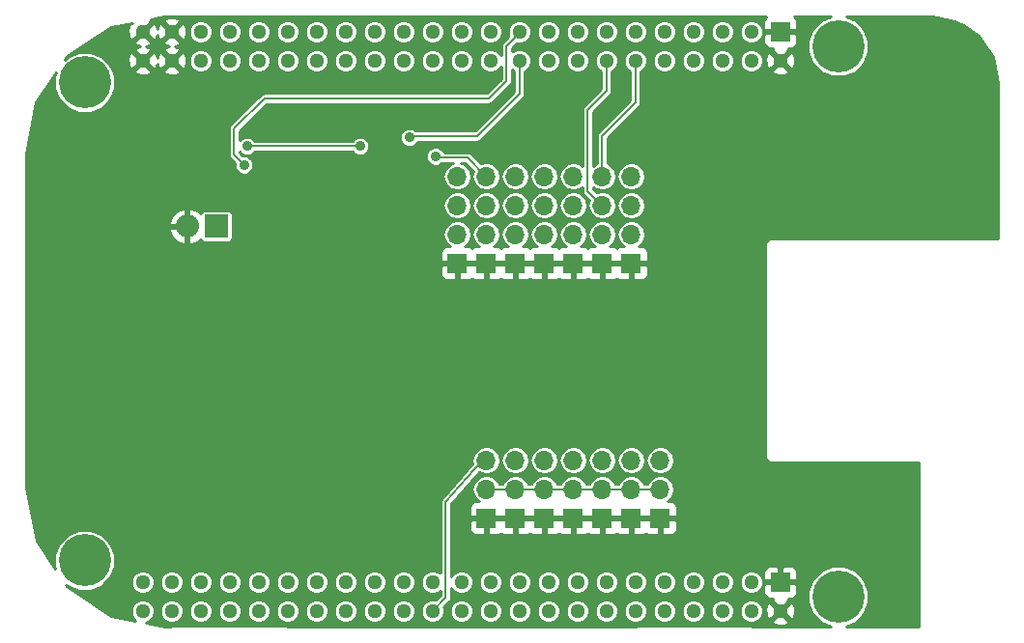
<source format=gbr>
G04 #@! TF.FileFunction,Copper,L2,Bot,Signal*
%FSLAX46Y46*%
G04 Gerber Fmt 4.6, Leading zero omitted, Abs format (unit mm)*
G04 Created by KiCad (PCBNEW 4.0.5) date 06/08/17 20:21:41*
%MOMM*%
%LPD*%
G01*
G04 APERTURE LIST*
%ADD10C,0.150000*%
%ADD11C,4.572000*%
%ADD12R,1.651000X1.651000*%
%ADD13C,1.300480*%
%ADD14R,2.032000X2.032000*%
%ADD15O,2.032000X2.032000*%
%ADD16R,1.700000X1.700000*%
%ADD17O,1.700000X1.700000*%
%ADD18C,0.889000*%
%ADD19C,0.203200*%
%ADD20C,0.254000*%
G04 APERTURE END LIST*
D10*
D11*
X99441000Y-59055000D03*
X165481000Y-55880000D03*
X165481000Y-104140000D03*
X99441000Y-100965000D03*
D12*
X160401000Y-54610000D03*
D13*
X160401000Y-57150000D03*
X157861000Y-54610000D03*
X157861000Y-57150000D03*
X155321000Y-54610000D03*
X155321000Y-57150000D03*
X152781000Y-54610000D03*
X152781000Y-57150000D03*
X150241000Y-54610000D03*
X150241000Y-57150000D03*
X147701000Y-54610000D03*
X147701000Y-57150000D03*
X145161000Y-54610000D03*
X145161000Y-57150000D03*
X142621000Y-54610000D03*
X142621000Y-57150000D03*
X140081000Y-54610000D03*
X140081000Y-57150000D03*
X137541000Y-54610000D03*
X137541000Y-57150000D03*
X135001000Y-54610000D03*
X135001000Y-57150000D03*
X132461000Y-54610000D03*
X132461000Y-57150000D03*
X129921000Y-54610000D03*
X129921000Y-57150000D03*
X127381000Y-54610000D03*
X127381000Y-57150000D03*
X124841000Y-54610000D03*
X124841000Y-57150000D03*
X122301000Y-54610000D03*
X122301000Y-57150000D03*
X119761000Y-54610000D03*
X119761000Y-57150000D03*
X117221000Y-54610000D03*
X117221000Y-57150000D03*
X114681000Y-54610000D03*
X114681000Y-57150000D03*
X112141000Y-54610000D03*
X112141000Y-57150000D03*
X109601000Y-54610000D03*
X109601000Y-57150000D03*
X107061000Y-54610000D03*
X107061000Y-57150000D03*
X104521000Y-54610000D03*
X104521000Y-57150000D03*
D12*
X160401000Y-102870000D03*
D13*
X160401000Y-105410000D03*
X157861000Y-102870000D03*
X157861000Y-105410000D03*
X155321000Y-102870000D03*
X155321000Y-105410000D03*
X152781000Y-102870000D03*
X152781000Y-105410000D03*
X150241000Y-102870000D03*
X150241000Y-105410000D03*
X147701000Y-102870000D03*
X147701000Y-105410000D03*
X145161000Y-102870000D03*
X145161000Y-105410000D03*
X142621000Y-102870000D03*
X142621000Y-105410000D03*
X140081000Y-102870000D03*
X140081000Y-105410000D03*
X137541000Y-102870000D03*
X137541000Y-105410000D03*
X135001000Y-102870000D03*
X135001000Y-105410000D03*
X132461000Y-102870000D03*
X132461000Y-105410000D03*
X129921000Y-102870000D03*
X129921000Y-105410000D03*
X127381000Y-102870000D03*
X127381000Y-105410000D03*
X124841000Y-102870000D03*
X124841000Y-105410000D03*
X122301000Y-102870000D03*
X122301000Y-105410000D03*
X119761000Y-102870000D03*
X119761000Y-105410000D03*
X117221000Y-102870000D03*
X117221000Y-105410000D03*
X114681000Y-102870000D03*
X114681000Y-105410000D03*
X112141000Y-102870000D03*
X112141000Y-105410000D03*
X109601000Y-102870000D03*
X109601000Y-105410000D03*
X107061000Y-102870000D03*
X107061000Y-105410000D03*
X104521000Y-102870000D03*
X104521000Y-105410000D03*
D14*
X110972600Y-71678800D03*
D15*
X108432600Y-71678800D03*
D16*
X147320000Y-74930000D03*
D17*
X147320000Y-72390000D03*
X147320000Y-69850000D03*
X147320000Y-67310000D03*
D16*
X139700000Y-74930000D03*
D17*
X139700000Y-72390000D03*
X139700000Y-69850000D03*
X139700000Y-67310000D03*
D16*
X137160000Y-74930000D03*
D17*
X137160000Y-72390000D03*
X137160000Y-69850000D03*
X137160000Y-67310000D03*
D16*
X134620000Y-74930000D03*
D17*
X134620000Y-72390000D03*
X134620000Y-69850000D03*
X134620000Y-67310000D03*
D16*
X142240000Y-74930000D03*
D17*
X142240000Y-72390000D03*
X142240000Y-69850000D03*
X142240000Y-67310000D03*
D16*
X144780000Y-74930000D03*
D17*
X144780000Y-72390000D03*
X144780000Y-69850000D03*
X144780000Y-67310000D03*
D16*
X132080000Y-74930000D03*
D17*
X132080000Y-72390000D03*
X132080000Y-69850000D03*
X132080000Y-67310000D03*
D16*
X149860000Y-97282000D03*
D17*
X149860000Y-94742000D03*
X149860000Y-92202000D03*
D16*
X147320000Y-97282000D03*
D17*
X147320000Y-94742000D03*
X147320000Y-92202000D03*
D16*
X144780000Y-97282000D03*
D17*
X144780000Y-94742000D03*
X144780000Y-92202000D03*
D16*
X142240000Y-97282000D03*
D17*
X142240000Y-94742000D03*
X142240000Y-92202000D03*
D16*
X139700000Y-97282000D03*
D17*
X139700000Y-94742000D03*
X139700000Y-92202000D03*
D16*
X137160000Y-97282000D03*
D17*
X137160000Y-94742000D03*
X137160000Y-92202000D03*
D16*
X134620000Y-97282000D03*
D17*
X134620000Y-94742000D03*
X134620000Y-92202000D03*
D18*
X120878600Y-69265800D03*
X120878600Y-61899800D03*
X121132600Y-63677800D03*
X166497000Y-66929000D03*
X130175000Y-65532000D03*
X113411000Y-66294000D03*
X127889000Y-63881000D03*
X123571000Y-64643000D03*
X113665000Y-64643000D03*
D19*
X137160000Y-94742000D02*
X134620000Y-94742000D01*
X139700000Y-94742000D02*
X137160000Y-94742000D01*
X142240000Y-94742000D02*
X139700000Y-94742000D01*
X144780000Y-94742000D02*
X142240000Y-94742000D01*
X147320000Y-94742000D02*
X144780000Y-94742000D01*
X149860000Y-94742000D02*
X147320000Y-94742000D01*
X132969000Y-65659000D02*
X134620000Y-67310000D01*
X130302000Y-65659000D02*
X132969000Y-65659000D01*
X130175000Y-65532000D02*
X130302000Y-65659000D01*
X137541000Y-54610000D02*
X137541000Y-54737000D01*
X137541000Y-54737000D02*
X136398000Y-55880000D01*
X112522000Y-65405000D02*
X113411000Y-66294000D01*
X112522000Y-63119000D02*
X112522000Y-65405000D01*
X115189000Y-60452000D02*
X112522000Y-63119000D01*
X134874000Y-60452000D02*
X115189000Y-60452000D01*
X136398000Y-58928000D02*
X134874000Y-60452000D01*
X136398000Y-55880000D02*
X136398000Y-58928000D01*
X113665000Y-64643000D02*
X123571000Y-64643000D01*
X127889000Y-63881000D02*
X127889000Y-63754000D01*
X137541000Y-57150000D02*
X137541000Y-60071000D01*
X133858000Y-63754000D02*
X127889000Y-63754000D01*
X137541000Y-60071000D02*
X133858000Y-63754000D01*
X137414000Y-57277000D02*
X137541000Y-57150000D01*
X144780000Y-67310000D02*
X144780000Y-63754000D01*
X147701000Y-60833000D02*
X147701000Y-57150000D01*
X144780000Y-63754000D02*
X147701000Y-60833000D01*
X144780000Y-69850000D02*
X143510000Y-68580000D01*
X145161000Y-59817000D02*
X145161000Y-57150000D01*
X143510000Y-61468000D02*
X145161000Y-59817000D01*
X143510000Y-68580000D02*
X143510000Y-61468000D01*
X129921000Y-105410000D02*
X131064000Y-104267000D01*
X131064000Y-95885000D02*
X134239000Y-92202000D01*
X131064000Y-104267000D02*
X131064000Y-95885000D01*
X134239000Y-92202000D02*
X134620000Y-92202000D01*
D20*
G36*
X107100000Y-53271500D02*
X117068863Y-53271500D01*
X117094000Y-53276500D01*
X147828000Y-53276500D01*
X147853137Y-53271500D01*
X157708863Y-53271500D01*
X157734000Y-53276500D01*
X159185475Y-53276500D01*
X159037173Y-53424801D01*
X158940500Y-53658190D01*
X158940500Y-54324250D01*
X159099250Y-54483000D01*
X160274000Y-54483000D01*
X160274000Y-54463000D01*
X160528000Y-54463000D01*
X160528000Y-54483000D01*
X161702750Y-54483000D01*
X161861500Y-54324250D01*
X161861500Y-53658190D01*
X161764827Y-53424801D01*
X161616525Y-53276500D01*
X164798028Y-53276500D01*
X163972239Y-53617709D01*
X163221345Y-54367293D01*
X162814464Y-55347173D01*
X162813538Y-56408172D01*
X163218709Y-57388761D01*
X163968293Y-58139655D01*
X164948173Y-58546536D01*
X166009172Y-58547462D01*
X166989761Y-58142291D01*
X167740655Y-57392707D01*
X168147536Y-56412827D01*
X168148462Y-55351828D01*
X167743291Y-54371239D01*
X166993707Y-53620345D01*
X166165635Y-53276500D01*
X173679711Y-53276500D01*
X175686729Y-53675721D01*
X176431464Y-54053053D01*
X177814099Y-54976900D01*
X179064294Y-56847949D01*
X179514500Y-59111289D01*
X179514500Y-72707500D01*
X159639000Y-72707500D01*
X159420296Y-72751003D01*
X159234888Y-72874888D01*
X159111003Y-73060296D01*
X159067500Y-73279000D01*
X159067500Y-91821000D01*
X159111003Y-92039704D01*
X159234888Y-92225112D01*
X159420296Y-92348997D01*
X159639000Y-92392500D01*
X172529500Y-92392500D01*
X172529500Y-106743500D01*
X166163972Y-106743500D01*
X166989761Y-106402291D01*
X167740655Y-105652707D01*
X168147536Y-104672827D01*
X168148462Y-103611828D01*
X167743291Y-102631239D01*
X166993707Y-101880345D01*
X166013827Y-101473464D01*
X164952828Y-101472538D01*
X163972239Y-101877709D01*
X163221345Y-102627293D01*
X162814464Y-103607173D01*
X162813538Y-104668172D01*
X163218709Y-105648761D01*
X163968293Y-106399655D01*
X164796365Y-106743500D01*
X157975410Y-106743500D01*
X157900000Y-106728500D01*
X147800000Y-106728500D01*
X147724590Y-106743500D01*
X117275410Y-106743500D01*
X117200000Y-106728500D01*
X107000000Y-106728500D01*
X106924590Y-106743500D01*
X106482290Y-106743500D01*
X104802696Y-106409408D01*
X105104387Y-106284752D01*
X105394733Y-105994913D01*
X105552060Y-105616026D01*
X105552061Y-105614226D01*
X106029582Y-105614226D01*
X106186248Y-105993387D01*
X106476087Y-106283733D01*
X106854974Y-106441060D01*
X107265226Y-106441418D01*
X107644387Y-106284752D01*
X107934733Y-105994913D01*
X108092060Y-105616026D01*
X108092061Y-105614226D01*
X108569582Y-105614226D01*
X108726248Y-105993387D01*
X109016087Y-106283733D01*
X109394974Y-106441060D01*
X109805226Y-106441418D01*
X110184387Y-106284752D01*
X110474733Y-105994913D01*
X110632060Y-105616026D01*
X110632061Y-105614226D01*
X111109582Y-105614226D01*
X111266248Y-105993387D01*
X111556087Y-106283733D01*
X111934974Y-106441060D01*
X112345226Y-106441418D01*
X112724387Y-106284752D01*
X113014733Y-105994913D01*
X113172060Y-105616026D01*
X113172061Y-105614226D01*
X113649582Y-105614226D01*
X113806248Y-105993387D01*
X114096087Y-106283733D01*
X114474974Y-106441060D01*
X114885226Y-106441418D01*
X115264387Y-106284752D01*
X115554733Y-105994913D01*
X115712060Y-105616026D01*
X115712061Y-105614226D01*
X116189582Y-105614226D01*
X116346248Y-105993387D01*
X116636087Y-106283733D01*
X117014974Y-106441060D01*
X117425226Y-106441418D01*
X117804387Y-106284752D01*
X118094733Y-105994913D01*
X118252060Y-105616026D01*
X118252061Y-105614226D01*
X118729582Y-105614226D01*
X118886248Y-105993387D01*
X119176087Y-106283733D01*
X119554974Y-106441060D01*
X119965226Y-106441418D01*
X120344387Y-106284752D01*
X120634733Y-105994913D01*
X120792060Y-105616026D01*
X120792061Y-105614226D01*
X121269582Y-105614226D01*
X121426248Y-105993387D01*
X121716087Y-106283733D01*
X122094974Y-106441060D01*
X122505226Y-106441418D01*
X122884387Y-106284752D01*
X123174733Y-105994913D01*
X123332060Y-105616026D01*
X123332061Y-105614226D01*
X123809582Y-105614226D01*
X123966248Y-105993387D01*
X124256087Y-106283733D01*
X124634974Y-106441060D01*
X125045226Y-106441418D01*
X125424387Y-106284752D01*
X125714733Y-105994913D01*
X125872060Y-105616026D01*
X125872061Y-105614226D01*
X126349582Y-105614226D01*
X126506248Y-105993387D01*
X126796087Y-106283733D01*
X127174974Y-106441060D01*
X127585226Y-106441418D01*
X127964387Y-106284752D01*
X128254733Y-105994913D01*
X128412060Y-105616026D01*
X128412418Y-105205774D01*
X128255752Y-104826613D01*
X127965913Y-104536267D01*
X127587026Y-104378940D01*
X127176774Y-104378582D01*
X126797613Y-104535248D01*
X126507267Y-104825087D01*
X126349940Y-105203974D01*
X126349582Y-105614226D01*
X125872061Y-105614226D01*
X125872418Y-105205774D01*
X125715752Y-104826613D01*
X125425913Y-104536267D01*
X125047026Y-104378940D01*
X124636774Y-104378582D01*
X124257613Y-104535248D01*
X123967267Y-104825087D01*
X123809940Y-105203974D01*
X123809582Y-105614226D01*
X123332061Y-105614226D01*
X123332418Y-105205774D01*
X123175752Y-104826613D01*
X122885913Y-104536267D01*
X122507026Y-104378940D01*
X122096774Y-104378582D01*
X121717613Y-104535248D01*
X121427267Y-104825087D01*
X121269940Y-105203974D01*
X121269582Y-105614226D01*
X120792061Y-105614226D01*
X120792418Y-105205774D01*
X120635752Y-104826613D01*
X120345913Y-104536267D01*
X119967026Y-104378940D01*
X119556774Y-104378582D01*
X119177613Y-104535248D01*
X118887267Y-104825087D01*
X118729940Y-105203974D01*
X118729582Y-105614226D01*
X118252061Y-105614226D01*
X118252418Y-105205774D01*
X118095752Y-104826613D01*
X117805913Y-104536267D01*
X117427026Y-104378940D01*
X117016774Y-104378582D01*
X116637613Y-104535248D01*
X116347267Y-104825087D01*
X116189940Y-105203974D01*
X116189582Y-105614226D01*
X115712061Y-105614226D01*
X115712418Y-105205774D01*
X115555752Y-104826613D01*
X115265913Y-104536267D01*
X114887026Y-104378940D01*
X114476774Y-104378582D01*
X114097613Y-104535248D01*
X113807267Y-104825087D01*
X113649940Y-105203974D01*
X113649582Y-105614226D01*
X113172061Y-105614226D01*
X113172418Y-105205774D01*
X113015752Y-104826613D01*
X112725913Y-104536267D01*
X112347026Y-104378940D01*
X111936774Y-104378582D01*
X111557613Y-104535248D01*
X111267267Y-104825087D01*
X111109940Y-105203974D01*
X111109582Y-105614226D01*
X110632061Y-105614226D01*
X110632418Y-105205774D01*
X110475752Y-104826613D01*
X110185913Y-104536267D01*
X109807026Y-104378940D01*
X109396774Y-104378582D01*
X109017613Y-104535248D01*
X108727267Y-104825087D01*
X108569940Y-105203974D01*
X108569582Y-105614226D01*
X108092061Y-105614226D01*
X108092418Y-105205774D01*
X107935752Y-104826613D01*
X107645913Y-104536267D01*
X107267026Y-104378940D01*
X106856774Y-104378582D01*
X106477613Y-104535248D01*
X106187267Y-104825087D01*
X106029940Y-105203974D01*
X106029582Y-105614226D01*
X105552061Y-105614226D01*
X105552418Y-105205774D01*
X105395752Y-104826613D01*
X105105913Y-104536267D01*
X104727026Y-104378940D01*
X104316774Y-104378582D01*
X103937613Y-104535248D01*
X103647267Y-104825087D01*
X103489940Y-105203974D01*
X103489582Y-105614226D01*
X103646248Y-105993387D01*
X103877913Y-106225457D01*
X101788909Y-105809929D01*
X97857772Y-103183228D01*
X97798733Y-103094868D01*
X97928293Y-103224655D01*
X98908173Y-103631536D01*
X99969172Y-103632462D01*
X100949761Y-103227291D01*
X101103093Y-103074226D01*
X103489582Y-103074226D01*
X103646248Y-103453387D01*
X103936087Y-103743733D01*
X104314974Y-103901060D01*
X104725226Y-103901418D01*
X105104387Y-103744752D01*
X105394733Y-103454913D01*
X105552060Y-103076026D01*
X105552061Y-103074226D01*
X106029582Y-103074226D01*
X106186248Y-103453387D01*
X106476087Y-103743733D01*
X106854974Y-103901060D01*
X107265226Y-103901418D01*
X107644387Y-103744752D01*
X107934733Y-103454913D01*
X108092060Y-103076026D01*
X108092061Y-103074226D01*
X108569582Y-103074226D01*
X108726248Y-103453387D01*
X109016087Y-103743733D01*
X109394974Y-103901060D01*
X109805226Y-103901418D01*
X110184387Y-103744752D01*
X110474733Y-103454913D01*
X110632060Y-103076026D01*
X110632061Y-103074226D01*
X111109582Y-103074226D01*
X111266248Y-103453387D01*
X111556087Y-103743733D01*
X111934974Y-103901060D01*
X112345226Y-103901418D01*
X112724387Y-103744752D01*
X113014733Y-103454913D01*
X113172060Y-103076026D01*
X113172061Y-103074226D01*
X113649582Y-103074226D01*
X113806248Y-103453387D01*
X114096087Y-103743733D01*
X114474974Y-103901060D01*
X114885226Y-103901418D01*
X115264387Y-103744752D01*
X115554733Y-103454913D01*
X115712060Y-103076026D01*
X115712061Y-103074226D01*
X116189582Y-103074226D01*
X116346248Y-103453387D01*
X116636087Y-103743733D01*
X117014974Y-103901060D01*
X117425226Y-103901418D01*
X117804387Y-103744752D01*
X118094733Y-103454913D01*
X118252060Y-103076026D01*
X118252061Y-103074226D01*
X118729582Y-103074226D01*
X118886248Y-103453387D01*
X119176087Y-103743733D01*
X119554974Y-103901060D01*
X119965226Y-103901418D01*
X120344387Y-103744752D01*
X120634733Y-103454913D01*
X120792060Y-103076026D01*
X120792061Y-103074226D01*
X121269582Y-103074226D01*
X121426248Y-103453387D01*
X121716087Y-103743733D01*
X122094974Y-103901060D01*
X122505226Y-103901418D01*
X122884387Y-103744752D01*
X123174733Y-103454913D01*
X123332060Y-103076026D01*
X123332061Y-103074226D01*
X123809582Y-103074226D01*
X123966248Y-103453387D01*
X124256087Y-103743733D01*
X124634974Y-103901060D01*
X125045226Y-103901418D01*
X125424387Y-103744752D01*
X125714733Y-103454913D01*
X125872060Y-103076026D01*
X125872061Y-103074226D01*
X126349582Y-103074226D01*
X126506248Y-103453387D01*
X126796087Y-103743733D01*
X127174974Y-103901060D01*
X127585226Y-103901418D01*
X127964387Y-103744752D01*
X128254733Y-103454913D01*
X128412060Y-103076026D01*
X128412061Y-103074226D01*
X128889582Y-103074226D01*
X129046248Y-103453387D01*
X129336087Y-103743733D01*
X129714974Y-103901060D01*
X130125226Y-103901418D01*
X130504387Y-103744752D01*
X130581400Y-103667873D01*
X130581400Y-104067100D01*
X130227740Y-104420760D01*
X130127026Y-104378940D01*
X129716774Y-104378582D01*
X129337613Y-104535248D01*
X129047267Y-104825087D01*
X128889940Y-105203974D01*
X128889582Y-105614226D01*
X129046248Y-105993387D01*
X129336087Y-106283733D01*
X129714974Y-106441060D01*
X130125226Y-106441418D01*
X130504387Y-106284752D01*
X130794733Y-105994913D01*
X130952060Y-105616026D01*
X130952061Y-105614226D01*
X131429582Y-105614226D01*
X131586248Y-105993387D01*
X131876087Y-106283733D01*
X132254974Y-106441060D01*
X132665226Y-106441418D01*
X133044387Y-106284752D01*
X133334733Y-105994913D01*
X133492060Y-105616026D01*
X133492061Y-105614226D01*
X133969582Y-105614226D01*
X134126248Y-105993387D01*
X134416087Y-106283733D01*
X134794974Y-106441060D01*
X135205226Y-106441418D01*
X135584387Y-106284752D01*
X135874733Y-105994913D01*
X136032060Y-105616026D01*
X136032061Y-105614226D01*
X136509582Y-105614226D01*
X136666248Y-105993387D01*
X136956087Y-106283733D01*
X137334974Y-106441060D01*
X137745226Y-106441418D01*
X138124387Y-106284752D01*
X138414733Y-105994913D01*
X138572060Y-105616026D01*
X138572061Y-105614226D01*
X139049582Y-105614226D01*
X139206248Y-105993387D01*
X139496087Y-106283733D01*
X139874974Y-106441060D01*
X140285226Y-106441418D01*
X140664387Y-106284752D01*
X140954733Y-105994913D01*
X141112060Y-105616026D01*
X141112061Y-105614226D01*
X141589582Y-105614226D01*
X141746248Y-105993387D01*
X142036087Y-106283733D01*
X142414974Y-106441060D01*
X142825226Y-106441418D01*
X143204387Y-106284752D01*
X143494733Y-105994913D01*
X143652060Y-105616026D01*
X143652061Y-105614226D01*
X144129582Y-105614226D01*
X144286248Y-105993387D01*
X144576087Y-106283733D01*
X144954974Y-106441060D01*
X145365226Y-106441418D01*
X145744387Y-106284752D01*
X146034733Y-105994913D01*
X146192060Y-105616026D01*
X146192061Y-105614226D01*
X146669582Y-105614226D01*
X146826248Y-105993387D01*
X147116087Y-106283733D01*
X147494974Y-106441060D01*
X147905226Y-106441418D01*
X148284387Y-106284752D01*
X148574733Y-105994913D01*
X148732060Y-105616026D01*
X148732061Y-105614226D01*
X149209582Y-105614226D01*
X149366248Y-105993387D01*
X149656087Y-106283733D01*
X150034974Y-106441060D01*
X150445226Y-106441418D01*
X150824387Y-106284752D01*
X151114733Y-105994913D01*
X151272060Y-105616026D01*
X151272061Y-105614226D01*
X151749582Y-105614226D01*
X151906248Y-105993387D01*
X152196087Y-106283733D01*
X152574974Y-106441060D01*
X152985226Y-106441418D01*
X153364387Y-106284752D01*
X153654733Y-105994913D01*
X153812060Y-105616026D01*
X153812061Y-105614226D01*
X154289582Y-105614226D01*
X154446248Y-105993387D01*
X154736087Y-106283733D01*
X155114974Y-106441060D01*
X155525226Y-106441418D01*
X155904387Y-106284752D01*
X156194733Y-105994913D01*
X156352060Y-105616026D01*
X156352061Y-105614226D01*
X156829582Y-105614226D01*
X156986248Y-105993387D01*
X157276087Y-106283733D01*
X157654974Y-106441060D01*
X158065226Y-106441418D01*
X158385244Y-106309189D01*
X159681416Y-106309189D01*
X159737126Y-106539809D01*
X160220020Y-106707861D01*
X160730467Y-106678325D01*
X161064874Y-106539809D01*
X161120584Y-106309189D01*
X160401000Y-105589605D01*
X159681416Y-106309189D01*
X158385244Y-106309189D01*
X158444387Y-106284752D01*
X158734733Y-105994913D01*
X158892060Y-105616026D01*
X158892397Y-105229020D01*
X159103139Y-105229020D01*
X159132675Y-105739467D01*
X159271191Y-106073874D01*
X159501811Y-106129584D01*
X160221395Y-105410000D01*
X160580605Y-105410000D01*
X161300189Y-106129584D01*
X161530809Y-106073874D01*
X161698861Y-105590980D01*
X161669325Y-105080533D01*
X161530809Y-104746126D01*
X161300189Y-104690416D01*
X160580605Y-105410000D01*
X160221395Y-105410000D01*
X159501811Y-104690416D01*
X159271191Y-104746126D01*
X159103139Y-105229020D01*
X158892397Y-105229020D01*
X158892418Y-105205774D01*
X158735752Y-104826613D01*
X158445913Y-104536267D01*
X158067026Y-104378940D01*
X157656774Y-104378582D01*
X157277613Y-104535248D01*
X156987267Y-104825087D01*
X156829940Y-105203974D01*
X156829582Y-105614226D01*
X156352061Y-105614226D01*
X156352418Y-105205774D01*
X156195752Y-104826613D01*
X155905913Y-104536267D01*
X155527026Y-104378940D01*
X155116774Y-104378582D01*
X154737613Y-104535248D01*
X154447267Y-104825087D01*
X154289940Y-105203974D01*
X154289582Y-105614226D01*
X153812061Y-105614226D01*
X153812418Y-105205774D01*
X153655752Y-104826613D01*
X153365913Y-104536267D01*
X152987026Y-104378940D01*
X152576774Y-104378582D01*
X152197613Y-104535248D01*
X151907267Y-104825087D01*
X151749940Y-105203974D01*
X151749582Y-105614226D01*
X151272061Y-105614226D01*
X151272418Y-105205774D01*
X151115752Y-104826613D01*
X150825913Y-104536267D01*
X150447026Y-104378940D01*
X150036774Y-104378582D01*
X149657613Y-104535248D01*
X149367267Y-104825087D01*
X149209940Y-105203974D01*
X149209582Y-105614226D01*
X148732061Y-105614226D01*
X148732418Y-105205774D01*
X148575752Y-104826613D01*
X148285913Y-104536267D01*
X147907026Y-104378940D01*
X147496774Y-104378582D01*
X147117613Y-104535248D01*
X146827267Y-104825087D01*
X146669940Y-105203974D01*
X146669582Y-105614226D01*
X146192061Y-105614226D01*
X146192418Y-105205774D01*
X146035752Y-104826613D01*
X145745913Y-104536267D01*
X145367026Y-104378940D01*
X144956774Y-104378582D01*
X144577613Y-104535248D01*
X144287267Y-104825087D01*
X144129940Y-105203974D01*
X144129582Y-105614226D01*
X143652061Y-105614226D01*
X143652418Y-105205774D01*
X143495752Y-104826613D01*
X143205913Y-104536267D01*
X142827026Y-104378940D01*
X142416774Y-104378582D01*
X142037613Y-104535248D01*
X141747267Y-104825087D01*
X141589940Y-105203974D01*
X141589582Y-105614226D01*
X141112061Y-105614226D01*
X141112418Y-105205774D01*
X140955752Y-104826613D01*
X140665913Y-104536267D01*
X140287026Y-104378940D01*
X139876774Y-104378582D01*
X139497613Y-104535248D01*
X139207267Y-104825087D01*
X139049940Y-105203974D01*
X139049582Y-105614226D01*
X138572061Y-105614226D01*
X138572418Y-105205774D01*
X138415752Y-104826613D01*
X138125913Y-104536267D01*
X137747026Y-104378940D01*
X137336774Y-104378582D01*
X136957613Y-104535248D01*
X136667267Y-104825087D01*
X136509940Y-105203974D01*
X136509582Y-105614226D01*
X136032061Y-105614226D01*
X136032418Y-105205774D01*
X135875752Y-104826613D01*
X135585913Y-104536267D01*
X135207026Y-104378940D01*
X134796774Y-104378582D01*
X134417613Y-104535248D01*
X134127267Y-104825087D01*
X133969940Y-105203974D01*
X133969582Y-105614226D01*
X133492061Y-105614226D01*
X133492418Y-105205774D01*
X133335752Y-104826613D01*
X133045913Y-104536267D01*
X132667026Y-104378940D01*
X132256774Y-104378582D01*
X131877613Y-104535248D01*
X131587267Y-104825087D01*
X131429940Y-105203974D01*
X131429582Y-105614226D01*
X130952061Y-105614226D01*
X130952418Y-105205774D01*
X130910113Y-105103387D01*
X131405250Y-104608250D01*
X131509864Y-104451683D01*
X131546600Y-104267000D01*
X131546600Y-103357431D01*
X131586248Y-103453387D01*
X131876087Y-103743733D01*
X132254974Y-103901060D01*
X132665226Y-103901418D01*
X133044387Y-103744752D01*
X133334733Y-103454913D01*
X133492060Y-103076026D01*
X133492061Y-103074226D01*
X133969582Y-103074226D01*
X134126248Y-103453387D01*
X134416087Y-103743733D01*
X134794974Y-103901060D01*
X135205226Y-103901418D01*
X135584387Y-103744752D01*
X135874733Y-103454913D01*
X136032060Y-103076026D01*
X136032061Y-103074226D01*
X136509582Y-103074226D01*
X136666248Y-103453387D01*
X136956087Y-103743733D01*
X137334974Y-103901060D01*
X137745226Y-103901418D01*
X138124387Y-103744752D01*
X138414733Y-103454913D01*
X138572060Y-103076026D01*
X138572061Y-103074226D01*
X139049582Y-103074226D01*
X139206248Y-103453387D01*
X139496087Y-103743733D01*
X139874974Y-103901060D01*
X140285226Y-103901418D01*
X140664387Y-103744752D01*
X140954733Y-103454913D01*
X141112060Y-103076026D01*
X141112061Y-103074226D01*
X141589582Y-103074226D01*
X141746248Y-103453387D01*
X142036087Y-103743733D01*
X142414974Y-103901060D01*
X142825226Y-103901418D01*
X143204387Y-103744752D01*
X143494733Y-103454913D01*
X143652060Y-103076026D01*
X143652061Y-103074226D01*
X144129582Y-103074226D01*
X144286248Y-103453387D01*
X144576087Y-103743733D01*
X144954974Y-103901060D01*
X145365226Y-103901418D01*
X145744387Y-103744752D01*
X146034733Y-103454913D01*
X146192060Y-103076026D01*
X146192061Y-103074226D01*
X146669582Y-103074226D01*
X146826248Y-103453387D01*
X147116087Y-103743733D01*
X147494974Y-103901060D01*
X147905226Y-103901418D01*
X148284387Y-103744752D01*
X148574733Y-103454913D01*
X148732060Y-103076026D01*
X148732061Y-103074226D01*
X149209582Y-103074226D01*
X149366248Y-103453387D01*
X149656087Y-103743733D01*
X150034974Y-103901060D01*
X150445226Y-103901418D01*
X150824387Y-103744752D01*
X151114733Y-103454913D01*
X151272060Y-103076026D01*
X151272061Y-103074226D01*
X151749582Y-103074226D01*
X151906248Y-103453387D01*
X152196087Y-103743733D01*
X152574974Y-103901060D01*
X152985226Y-103901418D01*
X153364387Y-103744752D01*
X153654733Y-103454913D01*
X153812060Y-103076026D01*
X153812061Y-103074226D01*
X154289582Y-103074226D01*
X154446248Y-103453387D01*
X154736087Y-103743733D01*
X155114974Y-103901060D01*
X155525226Y-103901418D01*
X155904387Y-103744752D01*
X156194733Y-103454913D01*
X156352060Y-103076026D01*
X156352061Y-103074226D01*
X156829582Y-103074226D01*
X156986248Y-103453387D01*
X157276087Y-103743733D01*
X157654974Y-103901060D01*
X158065226Y-103901418D01*
X158444387Y-103744752D01*
X158734733Y-103454913D01*
X158858955Y-103155750D01*
X158940500Y-103155750D01*
X158940500Y-103821810D01*
X159037173Y-104055199D01*
X159215802Y-104233827D01*
X159449191Y-104330500D01*
X159724973Y-104330500D01*
X159681416Y-104510811D01*
X160401000Y-105230395D01*
X161120584Y-104510811D01*
X161077027Y-104330500D01*
X161352809Y-104330500D01*
X161586198Y-104233827D01*
X161764827Y-104055199D01*
X161861500Y-103821810D01*
X161861500Y-103155750D01*
X161702750Y-102997000D01*
X160528000Y-102997000D01*
X160528000Y-103017000D01*
X160274000Y-103017000D01*
X160274000Y-102997000D01*
X159099250Y-102997000D01*
X158940500Y-103155750D01*
X158858955Y-103155750D01*
X158892060Y-103076026D01*
X158892418Y-102665774D01*
X158735752Y-102286613D01*
X158445913Y-101996267D01*
X158257882Y-101918190D01*
X158940500Y-101918190D01*
X158940500Y-102584250D01*
X159099250Y-102743000D01*
X160274000Y-102743000D01*
X160274000Y-101568250D01*
X160528000Y-101568250D01*
X160528000Y-102743000D01*
X161702750Y-102743000D01*
X161861500Y-102584250D01*
X161861500Y-101918190D01*
X161764827Y-101684801D01*
X161586198Y-101506173D01*
X161352809Y-101409500D01*
X160686750Y-101409500D01*
X160528000Y-101568250D01*
X160274000Y-101568250D01*
X160115250Y-101409500D01*
X159449191Y-101409500D01*
X159215802Y-101506173D01*
X159037173Y-101684801D01*
X158940500Y-101918190D01*
X158257882Y-101918190D01*
X158067026Y-101838940D01*
X157656774Y-101838582D01*
X157277613Y-101995248D01*
X156987267Y-102285087D01*
X156829940Y-102663974D01*
X156829582Y-103074226D01*
X156352061Y-103074226D01*
X156352418Y-102665774D01*
X156195752Y-102286613D01*
X155905913Y-101996267D01*
X155527026Y-101838940D01*
X155116774Y-101838582D01*
X154737613Y-101995248D01*
X154447267Y-102285087D01*
X154289940Y-102663974D01*
X154289582Y-103074226D01*
X153812061Y-103074226D01*
X153812418Y-102665774D01*
X153655752Y-102286613D01*
X153365913Y-101996267D01*
X152987026Y-101838940D01*
X152576774Y-101838582D01*
X152197613Y-101995248D01*
X151907267Y-102285087D01*
X151749940Y-102663974D01*
X151749582Y-103074226D01*
X151272061Y-103074226D01*
X151272418Y-102665774D01*
X151115752Y-102286613D01*
X150825913Y-101996267D01*
X150447026Y-101838940D01*
X150036774Y-101838582D01*
X149657613Y-101995248D01*
X149367267Y-102285087D01*
X149209940Y-102663974D01*
X149209582Y-103074226D01*
X148732061Y-103074226D01*
X148732418Y-102665774D01*
X148575752Y-102286613D01*
X148285913Y-101996267D01*
X147907026Y-101838940D01*
X147496774Y-101838582D01*
X147117613Y-101995248D01*
X146827267Y-102285087D01*
X146669940Y-102663974D01*
X146669582Y-103074226D01*
X146192061Y-103074226D01*
X146192418Y-102665774D01*
X146035752Y-102286613D01*
X145745913Y-101996267D01*
X145367026Y-101838940D01*
X144956774Y-101838582D01*
X144577613Y-101995248D01*
X144287267Y-102285087D01*
X144129940Y-102663974D01*
X144129582Y-103074226D01*
X143652061Y-103074226D01*
X143652418Y-102665774D01*
X143495752Y-102286613D01*
X143205913Y-101996267D01*
X142827026Y-101838940D01*
X142416774Y-101838582D01*
X142037613Y-101995248D01*
X141747267Y-102285087D01*
X141589940Y-102663974D01*
X141589582Y-103074226D01*
X141112061Y-103074226D01*
X141112418Y-102665774D01*
X140955752Y-102286613D01*
X140665913Y-101996267D01*
X140287026Y-101838940D01*
X139876774Y-101838582D01*
X139497613Y-101995248D01*
X139207267Y-102285087D01*
X139049940Y-102663974D01*
X139049582Y-103074226D01*
X138572061Y-103074226D01*
X138572418Y-102665774D01*
X138415752Y-102286613D01*
X138125913Y-101996267D01*
X137747026Y-101838940D01*
X137336774Y-101838582D01*
X136957613Y-101995248D01*
X136667267Y-102285087D01*
X136509940Y-102663974D01*
X136509582Y-103074226D01*
X136032061Y-103074226D01*
X136032418Y-102665774D01*
X135875752Y-102286613D01*
X135585913Y-101996267D01*
X135207026Y-101838940D01*
X134796774Y-101838582D01*
X134417613Y-101995248D01*
X134127267Y-102285087D01*
X133969940Y-102663974D01*
X133969582Y-103074226D01*
X133492061Y-103074226D01*
X133492418Y-102665774D01*
X133335752Y-102286613D01*
X133045913Y-101996267D01*
X132667026Y-101838940D01*
X132256774Y-101838582D01*
X131877613Y-101995248D01*
X131587267Y-102285087D01*
X131546600Y-102383024D01*
X131546600Y-97567750D01*
X133135000Y-97567750D01*
X133135000Y-98258310D01*
X133231673Y-98491699D01*
X133410302Y-98670327D01*
X133643691Y-98767000D01*
X134334250Y-98767000D01*
X134493000Y-98608250D01*
X134493000Y-97409000D01*
X134747000Y-97409000D01*
X134747000Y-98608250D01*
X134905750Y-98767000D01*
X135596309Y-98767000D01*
X135829698Y-98670327D01*
X135890000Y-98610025D01*
X135950302Y-98670327D01*
X136183691Y-98767000D01*
X136874250Y-98767000D01*
X137033000Y-98608250D01*
X137033000Y-97409000D01*
X137287000Y-97409000D01*
X137287000Y-98608250D01*
X137445750Y-98767000D01*
X138136309Y-98767000D01*
X138369698Y-98670327D01*
X138430000Y-98610025D01*
X138490302Y-98670327D01*
X138723691Y-98767000D01*
X139414250Y-98767000D01*
X139573000Y-98608250D01*
X139573000Y-97409000D01*
X139827000Y-97409000D01*
X139827000Y-98608250D01*
X139985750Y-98767000D01*
X140676309Y-98767000D01*
X140909698Y-98670327D01*
X140970000Y-98610025D01*
X141030302Y-98670327D01*
X141263691Y-98767000D01*
X141954250Y-98767000D01*
X142113000Y-98608250D01*
X142113000Y-97409000D01*
X142367000Y-97409000D01*
X142367000Y-98608250D01*
X142525750Y-98767000D01*
X143216309Y-98767000D01*
X143449698Y-98670327D01*
X143510000Y-98610025D01*
X143570302Y-98670327D01*
X143803691Y-98767000D01*
X144494250Y-98767000D01*
X144653000Y-98608250D01*
X144653000Y-97409000D01*
X144907000Y-97409000D01*
X144907000Y-98608250D01*
X145065750Y-98767000D01*
X145756309Y-98767000D01*
X145989698Y-98670327D01*
X146050000Y-98610025D01*
X146110302Y-98670327D01*
X146343691Y-98767000D01*
X147034250Y-98767000D01*
X147193000Y-98608250D01*
X147193000Y-97409000D01*
X147447000Y-97409000D01*
X147447000Y-98608250D01*
X147605750Y-98767000D01*
X148296309Y-98767000D01*
X148529698Y-98670327D01*
X148590000Y-98610025D01*
X148650302Y-98670327D01*
X148883691Y-98767000D01*
X149574250Y-98767000D01*
X149733000Y-98608250D01*
X149733000Y-97409000D01*
X149987000Y-97409000D01*
X149987000Y-98608250D01*
X150145750Y-98767000D01*
X150836309Y-98767000D01*
X151069698Y-98670327D01*
X151248327Y-98491699D01*
X151345000Y-98258310D01*
X151345000Y-97567750D01*
X151186250Y-97409000D01*
X149987000Y-97409000D01*
X149733000Y-97409000D01*
X147447000Y-97409000D01*
X147193000Y-97409000D01*
X144907000Y-97409000D01*
X144653000Y-97409000D01*
X142367000Y-97409000D01*
X142113000Y-97409000D01*
X139827000Y-97409000D01*
X139573000Y-97409000D01*
X137287000Y-97409000D01*
X137033000Y-97409000D01*
X134747000Y-97409000D01*
X134493000Y-97409000D01*
X133293750Y-97409000D01*
X133135000Y-97567750D01*
X131546600Y-97567750D01*
X131546600Y-96305690D01*
X133135000Y-96305690D01*
X133135000Y-96996250D01*
X133293750Y-97155000D01*
X134493000Y-97155000D01*
X134493000Y-97135000D01*
X134747000Y-97135000D01*
X134747000Y-97155000D01*
X137033000Y-97155000D01*
X137033000Y-97135000D01*
X137287000Y-97135000D01*
X137287000Y-97155000D01*
X139573000Y-97155000D01*
X139573000Y-97135000D01*
X139827000Y-97135000D01*
X139827000Y-97155000D01*
X142113000Y-97155000D01*
X142113000Y-97135000D01*
X142367000Y-97135000D01*
X142367000Y-97155000D01*
X144653000Y-97155000D01*
X144653000Y-97135000D01*
X144907000Y-97135000D01*
X144907000Y-97155000D01*
X147193000Y-97155000D01*
X147193000Y-97135000D01*
X147447000Y-97135000D01*
X147447000Y-97155000D01*
X149733000Y-97155000D01*
X149733000Y-97135000D01*
X149987000Y-97135000D01*
X149987000Y-97155000D01*
X151186250Y-97155000D01*
X151345000Y-96996250D01*
X151345000Y-96305690D01*
X151248327Y-96072301D01*
X151069698Y-95893673D01*
X150836309Y-95797000D01*
X150478364Y-95797000D01*
X150754565Y-95612448D01*
X151021413Y-95213083D01*
X151115117Y-94742000D01*
X151021413Y-94270917D01*
X150754565Y-93871552D01*
X150355200Y-93604704D01*
X149884117Y-93511000D01*
X149835883Y-93511000D01*
X149364800Y-93604704D01*
X148965435Y-93871552D01*
X148706282Y-94259400D01*
X148473718Y-94259400D01*
X148214565Y-93871552D01*
X147815200Y-93604704D01*
X147344117Y-93511000D01*
X147295883Y-93511000D01*
X146824800Y-93604704D01*
X146425435Y-93871552D01*
X146166282Y-94259400D01*
X145933718Y-94259400D01*
X145674565Y-93871552D01*
X145275200Y-93604704D01*
X144804117Y-93511000D01*
X144755883Y-93511000D01*
X144284800Y-93604704D01*
X143885435Y-93871552D01*
X143626282Y-94259400D01*
X143393718Y-94259400D01*
X143134565Y-93871552D01*
X142735200Y-93604704D01*
X142264117Y-93511000D01*
X142215883Y-93511000D01*
X141744800Y-93604704D01*
X141345435Y-93871552D01*
X141086282Y-94259400D01*
X140853718Y-94259400D01*
X140594565Y-93871552D01*
X140195200Y-93604704D01*
X139724117Y-93511000D01*
X139675883Y-93511000D01*
X139204800Y-93604704D01*
X138805435Y-93871552D01*
X138546282Y-94259400D01*
X138313718Y-94259400D01*
X138054565Y-93871552D01*
X137655200Y-93604704D01*
X137184117Y-93511000D01*
X137135883Y-93511000D01*
X136664800Y-93604704D01*
X136265435Y-93871552D01*
X136006282Y-94259400D01*
X135773718Y-94259400D01*
X135514565Y-93871552D01*
X135115200Y-93604704D01*
X134644117Y-93511000D01*
X134595883Y-93511000D01*
X134124800Y-93604704D01*
X133725435Y-93871552D01*
X133458587Y-94270917D01*
X133364883Y-94742000D01*
X133458587Y-95213083D01*
X133725435Y-95612448D01*
X134001636Y-95797000D01*
X133643691Y-95797000D01*
X133410302Y-95893673D01*
X133231673Y-96072301D01*
X133135000Y-96305690D01*
X131546600Y-96305690D01*
X131546600Y-96064303D01*
X133979462Y-93242184D01*
X134124800Y-93339296D01*
X134595883Y-93433000D01*
X134644117Y-93433000D01*
X135115200Y-93339296D01*
X135514565Y-93072448D01*
X135781413Y-92673083D01*
X135875117Y-92202000D01*
X135904883Y-92202000D01*
X135998587Y-92673083D01*
X136265435Y-93072448D01*
X136664800Y-93339296D01*
X137135883Y-93433000D01*
X137184117Y-93433000D01*
X137655200Y-93339296D01*
X138054565Y-93072448D01*
X138321413Y-92673083D01*
X138415117Y-92202000D01*
X138444883Y-92202000D01*
X138538587Y-92673083D01*
X138805435Y-93072448D01*
X139204800Y-93339296D01*
X139675883Y-93433000D01*
X139724117Y-93433000D01*
X140195200Y-93339296D01*
X140594565Y-93072448D01*
X140861413Y-92673083D01*
X140955117Y-92202000D01*
X140984883Y-92202000D01*
X141078587Y-92673083D01*
X141345435Y-93072448D01*
X141744800Y-93339296D01*
X142215883Y-93433000D01*
X142264117Y-93433000D01*
X142735200Y-93339296D01*
X143134565Y-93072448D01*
X143401413Y-92673083D01*
X143495117Y-92202000D01*
X143524883Y-92202000D01*
X143618587Y-92673083D01*
X143885435Y-93072448D01*
X144284800Y-93339296D01*
X144755883Y-93433000D01*
X144804117Y-93433000D01*
X145275200Y-93339296D01*
X145674565Y-93072448D01*
X145941413Y-92673083D01*
X146035117Y-92202000D01*
X146064883Y-92202000D01*
X146158587Y-92673083D01*
X146425435Y-93072448D01*
X146824800Y-93339296D01*
X147295883Y-93433000D01*
X147344117Y-93433000D01*
X147815200Y-93339296D01*
X148214565Y-93072448D01*
X148481413Y-92673083D01*
X148575117Y-92202000D01*
X148604883Y-92202000D01*
X148698587Y-92673083D01*
X148965435Y-93072448D01*
X149364800Y-93339296D01*
X149835883Y-93433000D01*
X149884117Y-93433000D01*
X150355200Y-93339296D01*
X150754565Y-93072448D01*
X151021413Y-92673083D01*
X151115117Y-92202000D01*
X151021413Y-91730917D01*
X150754565Y-91331552D01*
X150355200Y-91064704D01*
X149884117Y-90971000D01*
X149835883Y-90971000D01*
X149364800Y-91064704D01*
X148965435Y-91331552D01*
X148698587Y-91730917D01*
X148604883Y-92202000D01*
X148575117Y-92202000D01*
X148481413Y-91730917D01*
X148214565Y-91331552D01*
X147815200Y-91064704D01*
X147344117Y-90971000D01*
X147295883Y-90971000D01*
X146824800Y-91064704D01*
X146425435Y-91331552D01*
X146158587Y-91730917D01*
X146064883Y-92202000D01*
X146035117Y-92202000D01*
X145941413Y-91730917D01*
X145674565Y-91331552D01*
X145275200Y-91064704D01*
X144804117Y-90971000D01*
X144755883Y-90971000D01*
X144284800Y-91064704D01*
X143885435Y-91331552D01*
X143618587Y-91730917D01*
X143524883Y-92202000D01*
X143495117Y-92202000D01*
X143401413Y-91730917D01*
X143134565Y-91331552D01*
X142735200Y-91064704D01*
X142264117Y-90971000D01*
X142215883Y-90971000D01*
X141744800Y-91064704D01*
X141345435Y-91331552D01*
X141078587Y-91730917D01*
X140984883Y-92202000D01*
X140955117Y-92202000D01*
X140861413Y-91730917D01*
X140594565Y-91331552D01*
X140195200Y-91064704D01*
X139724117Y-90971000D01*
X139675883Y-90971000D01*
X139204800Y-91064704D01*
X138805435Y-91331552D01*
X138538587Y-91730917D01*
X138444883Y-92202000D01*
X138415117Y-92202000D01*
X138321413Y-91730917D01*
X138054565Y-91331552D01*
X137655200Y-91064704D01*
X137184117Y-90971000D01*
X137135883Y-90971000D01*
X136664800Y-91064704D01*
X136265435Y-91331552D01*
X135998587Y-91730917D01*
X135904883Y-92202000D01*
X135875117Y-92202000D01*
X135781413Y-91730917D01*
X135514565Y-91331552D01*
X135115200Y-91064704D01*
X134644117Y-90971000D01*
X134595883Y-90971000D01*
X134124800Y-91064704D01*
X133725435Y-91331552D01*
X133458587Y-91730917D01*
X133364883Y-92202000D01*
X133409305Y-92425327D01*
X130698474Y-95569891D01*
X130660716Y-95636592D01*
X130618136Y-95700317D01*
X130614612Y-95718035D01*
X130605711Y-95733758D01*
X130596352Y-95809834D01*
X130581400Y-95885000D01*
X130581400Y-102071886D01*
X130505913Y-101996267D01*
X130127026Y-101838940D01*
X129716774Y-101838582D01*
X129337613Y-101995248D01*
X129047267Y-102285087D01*
X128889940Y-102663974D01*
X128889582Y-103074226D01*
X128412061Y-103074226D01*
X128412418Y-102665774D01*
X128255752Y-102286613D01*
X127965913Y-101996267D01*
X127587026Y-101838940D01*
X127176774Y-101838582D01*
X126797613Y-101995248D01*
X126507267Y-102285087D01*
X126349940Y-102663974D01*
X126349582Y-103074226D01*
X125872061Y-103074226D01*
X125872418Y-102665774D01*
X125715752Y-102286613D01*
X125425913Y-101996267D01*
X125047026Y-101838940D01*
X124636774Y-101838582D01*
X124257613Y-101995248D01*
X123967267Y-102285087D01*
X123809940Y-102663974D01*
X123809582Y-103074226D01*
X123332061Y-103074226D01*
X123332418Y-102665774D01*
X123175752Y-102286613D01*
X122885913Y-101996267D01*
X122507026Y-101838940D01*
X122096774Y-101838582D01*
X121717613Y-101995248D01*
X121427267Y-102285087D01*
X121269940Y-102663974D01*
X121269582Y-103074226D01*
X120792061Y-103074226D01*
X120792418Y-102665774D01*
X120635752Y-102286613D01*
X120345913Y-101996267D01*
X119967026Y-101838940D01*
X119556774Y-101838582D01*
X119177613Y-101995248D01*
X118887267Y-102285087D01*
X118729940Y-102663974D01*
X118729582Y-103074226D01*
X118252061Y-103074226D01*
X118252418Y-102665774D01*
X118095752Y-102286613D01*
X117805913Y-101996267D01*
X117427026Y-101838940D01*
X117016774Y-101838582D01*
X116637613Y-101995248D01*
X116347267Y-102285087D01*
X116189940Y-102663974D01*
X116189582Y-103074226D01*
X115712061Y-103074226D01*
X115712418Y-102665774D01*
X115555752Y-102286613D01*
X115265913Y-101996267D01*
X114887026Y-101838940D01*
X114476774Y-101838582D01*
X114097613Y-101995248D01*
X113807267Y-102285087D01*
X113649940Y-102663974D01*
X113649582Y-103074226D01*
X113172061Y-103074226D01*
X113172418Y-102665774D01*
X113015752Y-102286613D01*
X112725913Y-101996267D01*
X112347026Y-101838940D01*
X111936774Y-101838582D01*
X111557613Y-101995248D01*
X111267267Y-102285087D01*
X111109940Y-102663974D01*
X111109582Y-103074226D01*
X110632061Y-103074226D01*
X110632418Y-102665774D01*
X110475752Y-102286613D01*
X110185913Y-101996267D01*
X109807026Y-101838940D01*
X109396774Y-101838582D01*
X109017613Y-101995248D01*
X108727267Y-102285087D01*
X108569940Y-102663974D01*
X108569582Y-103074226D01*
X108092061Y-103074226D01*
X108092418Y-102665774D01*
X107935752Y-102286613D01*
X107645913Y-101996267D01*
X107267026Y-101838940D01*
X106856774Y-101838582D01*
X106477613Y-101995248D01*
X106187267Y-102285087D01*
X106029940Y-102663974D01*
X106029582Y-103074226D01*
X105552061Y-103074226D01*
X105552418Y-102665774D01*
X105395752Y-102286613D01*
X105105913Y-101996267D01*
X104727026Y-101838940D01*
X104316774Y-101838582D01*
X103937613Y-101995248D01*
X103647267Y-102285087D01*
X103489940Y-102663974D01*
X103489582Y-103074226D01*
X101103093Y-103074226D01*
X101700655Y-102477707D01*
X102107536Y-101497827D01*
X102108462Y-100436828D01*
X101703291Y-99456239D01*
X100953707Y-98705345D01*
X99973827Y-98298464D01*
X98912828Y-98297538D01*
X97932239Y-98702709D01*
X97181345Y-99452293D01*
X96774464Y-100432173D01*
X96773538Y-101493172D01*
X96846498Y-101669748D01*
X95231072Y-99252092D01*
X94297500Y-94558711D01*
X94297500Y-75215750D01*
X130595000Y-75215750D01*
X130595000Y-75906310D01*
X130691673Y-76139699D01*
X130870302Y-76318327D01*
X131103691Y-76415000D01*
X131794250Y-76415000D01*
X131953000Y-76256250D01*
X131953000Y-75057000D01*
X132207000Y-75057000D01*
X132207000Y-76256250D01*
X132365750Y-76415000D01*
X133056309Y-76415000D01*
X133289698Y-76318327D01*
X133350000Y-76258025D01*
X133410302Y-76318327D01*
X133643691Y-76415000D01*
X134334250Y-76415000D01*
X134493000Y-76256250D01*
X134493000Y-75057000D01*
X134747000Y-75057000D01*
X134747000Y-76256250D01*
X134905750Y-76415000D01*
X135596309Y-76415000D01*
X135829698Y-76318327D01*
X135890000Y-76258025D01*
X135950302Y-76318327D01*
X136183691Y-76415000D01*
X136874250Y-76415000D01*
X137033000Y-76256250D01*
X137033000Y-75057000D01*
X137287000Y-75057000D01*
X137287000Y-76256250D01*
X137445750Y-76415000D01*
X138136309Y-76415000D01*
X138369698Y-76318327D01*
X138430000Y-76258025D01*
X138490302Y-76318327D01*
X138723691Y-76415000D01*
X139414250Y-76415000D01*
X139573000Y-76256250D01*
X139573000Y-75057000D01*
X139827000Y-75057000D01*
X139827000Y-76256250D01*
X139985750Y-76415000D01*
X140676309Y-76415000D01*
X140909698Y-76318327D01*
X140970000Y-76258025D01*
X141030302Y-76318327D01*
X141263691Y-76415000D01*
X141954250Y-76415000D01*
X142113000Y-76256250D01*
X142113000Y-75057000D01*
X142367000Y-75057000D01*
X142367000Y-76256250D01*
X142525750Y-76415000D01*
X143216309Y-76415000D01*
X143449698Y-76318327D01*
X143510000Y-76258025D01*
X143570302Y-76318327D01*
X143803691Y-76415000D01*
X144494250Y-76415000D01*
X144653000Y-76256250D01*
X144653000Y-75057000D01*
X144907000Y-75057000D01*
X144907000Y-76256250D01*
X145065750Y-76415000D01*
X145756309Y-76415000D01*
X145989698Y-76318327D01*
X146050000Y-76258025D01*
X146110302Y-76318327D01*
X146343691Y-76415000D01*
X147034250Y-76415000D01*
X147193000Y-76256250D01*
X147193000Y-75057000D01*
X147447000Y-75057000D01*
X147447000Y-76256250D01*
X147605750Y-76415000D01*
X148296309Y-76415000D01*
X148529698Y-76318327D01*
X148708327Y-76139699D01*
X148805000Y-75906310D01*
X148805000Y-75215750D01*
X148646250Y-75057000D01*
X147447000Y-75057000D01*
X147193000Y-75057000D01*
X144907000Y-75057000D01*
X144653000Y-75057000D01*
X142367000Y-75057000D01*
X142113000Y-75057000D01*
X139827000Y-75057000D01*
X139573000Y-75057000D01*
X137287000Y-75057000D01*
X137033000Y-75057000D01*
X134747000Y-75057000D01*
X134493000Y-75057000D01*
X132207000Y-75057000D01*
X131953000Y-75057000D01*
X130753750Y-75057000D01*
X130595000Y-75215750D01*
X94297500Y-75215750D01*
X94297500Y-73953690D01*
X130595000Y-73953690D01*
X130595000Y-74644250D01*
X130753750Y-74803000D01*
X131953000Y-74803000D01*
X131953000Y-74783000D01*
X132207000Y-74783000D01*
X132207000Y-74803000D01*
X134493000Y-74803000D01*
X134493000Y-74783000D01*
X134747000Y-74783000D01*
X134747000Y-74803000D01*
X137033000Y-74803000D01*
X137033000Y-74783000D01*
X137287000Y-74783000D01*
X137287000Y-74803000D01*
X139573000Y-74803000D01*
X139573000Y-74783000D01*
X139827000Y-74783000D01*
X139827000Y-74803000D01*
X142113000Y-74803000D01*
X142113000Y-74783000D01*
X142367000Y-74783000D01*
X142367000Y-74803000D01*
X144653000Y-74803000D01*
X144653000Y-74783000D01*
X144907000Y-74783000D01*
X144907000Y-74803000D01*
X147193000Y-74803000D01*
X147193000Y-74783000D01*
X147447000Y-74783000D01*
X147447000Y-74803000D01*
X148646250Y-74803000D01*
X148805000Y-74644250D01*
X148805000Y-73953690D01*
X148708327Y-73720301D01*
X148529698Y-73541673D01*
X148296309Y-73445000D01*
X147938364Y-73445000D01*
X148214565Y-73260448D01*
X148481413Y-72861083D01*
X148575117Y-72390000D01*
X148481413Y-71918917D01*
X148214565Y-71519552D01*
X147815200Y-71252704D01*
X147344117Y-71159000D01*
X147295883Y-71159000D01*
X146824800Y-71252704D01*
X146425435Y-71519552D01*
X146158587Y-71918917D01*
X146064883Y-72390000D01*
X146158587Y-72861083D01*
X146425435Y-73260448D01*
X146701636Y-73445000D01*
X146343691Y-73445000D01*
X146110302Y-73541673D01*
X146050000Y-73601975D01*
X145989698Y-73541673D01*
X145756309Y-73445000D01*
X145398364Y-73445000D01*
X145674565Y-73260448D01*
X145941413Y-72861083D01*
X146035117Y-72390000D01*
X145941413Y-71918917D01*
X145674565Y-71519552D01*
X145275200Y-71252704D01*
X144804117Y-71159000D01*
X144755883Y-71159000D01*
X144284800Y-71252704D01*
X143885435Y-71519552D01*
X143618587Y-71918917D01*
X143524883Y-72390000D01*
X143618587Y-72861083D01*
X143885435Y-73260448D01*
X144161636Y-73445000D01*
X143803691Y-73445000D01*
X143570302Y-73541673D01*
X143510000Y-73601975D01*
X143449698Y-73541673D01*
X143216309Y-73445000D01*
X142858364Y-73445000D01*
X143134565Y-73260448D01*
X143401413Y-72861083D01*
X143495117Y-72390000D01*
X143401413Y-71918917D01*
X143134565Y-71519552D01*
X142735200Y-71252704D01*
X142264117Y-71159000D01*
X142215883Y-71159000D01*
X141744800Y-71252704D01*
X141345435Y-71519552D01*
X141078587Y-71918917D01*
X140984883Y-72390000D01*
X141078587Y-72861083D01*
X141345435Y-73260448D01*
X141621636Y-73445000D01*
X141263691Y-73445000D01*
X141030302Y-73541673D01*
X140970000Y-73601975D01*
X140909698Y-73541673D01*
X140676309Y-73445000D01*
X140318364Y-73445000D01*
X140594565Y-73260448D01*
X140861413Y-72861083D01*
X140955117Y-72390000D01*
X140861413Y-71918917D01*
X140594565Y-71519552D01*
X140195200Y-71252704D01*
X139724117Y-71159000D01*
X139675883Y-71159000D01*
X139204800Y-71252704D01*
X138805435Y-71519552D01*
X138538587Y-71918917D01*
X138444883Y-72390000D01*
X138538587Y-72861083D01*
X138805435Y-73260448D01*
X139081636Y-73445000D01*
X138723691Y-73445000D01*
X138490302Y-73541673D01*
X138430000Y-73601975D01*
X138369698Y-73541673D01*
X138136309Y-73445000D01*
X137778364Y-73445000D01*
X138054565Y-73260448D01*
X138321413Y-72861083D01*
X138415117Y-72390000D01*
X138321413Y-71918917D01*
X138054565Y-71519552D01*
X137655200Y-71252704D01*
X137184117Y-71159000D01*
X137135883Y-71159000D01*
X136664800Y-71252704D01*
X136265435Y-71519552D01*
X135998587Y-71918917D01*
X135904883Y-72390000D01*
X135998587Y-72861083D01*
X136265435Y-73260448D01*
X136541636Y-73445000D01*
X136183691Y-73445000D01*
X135950302Y-73541673D01*
X135890000Y-73601975D01*
X135829698Y-73541673D01*
X135596309Y-73445000D01*
X135238364Y-73445000D01*
X135514565Y-73260448D01*
X135781413Y-72861083D01*
X135875117Y-72390000D01*
X135781413Y-71918917D01*
X135514565Y-71519552D01*
X135115200Y-71252704D01*
X134644117Y-71159000D01*
X134595883Y-71159000D01*
X134124800Y-71252704D01*
X133725435Y-71519552D01*
X133458587Y-71918917D01*
X133364883Y-72390000D01*
X133458587Y-72861083D01*
X133725435Y-73260448D01*
X134001636Y-73445000D01*
X133643691Y-73445000D01*
X133410302Y-73541673D01*
X133350000Y-73601975D01*
X133289698Y-73541673D01*
X133056309Y-73445000D01*
X132698364Y-73445000D01*
X132974565Y-73260448D01*
X133241413Y-72861083D01*
X133335117Y-72390000D01*
X133241413Y-71918917D01*
X132974565Y-71519552D01*
X132575200Y-71252704D01*
X132104117Y-71159000D01*
X132055883Y-71159000D01*
X131584800Y-71252704D01*
X131185435Y-71519552D01*
X130918587Y-71918917D01*
X130824883Y-72390000D01*
X130918587Y-72861083D01*
X131185435Y-73260448D01*
X131461636Y-73445000D01*
X131103691Y-73445000D01*
X130870302Y-73541673D01*
X130691673Y-73720301D01*
X130595000Y-73953690D01*
X94297500Y-73953690D01*
X94297500Y-72061746D01*
X106826617Y-72061746D01*
X107095412Y-72647179D01*
X107567782Y-73085185D01*
X108049656Y-73284775D01*
X108305600Y-73165636D01*
X108305600Y-71805800D01*
X106945233Y-71805800D01*
X106826617Y-72061746D01*
X94297500Y-72061746D01*
X94297500Y-71295854D01*
X106826617Y-71295854D01*
X106945233Y-71551800D01*
X108305600Y-71551800D01*
X108305600Y-70191964D01*
X108559600Y-70191964D01*
X108559600Y-71551800D01*
X108579600Y-71551800D01*
X108579600Y-71805800D01*
X108559600Y-71805800D01*
X108559600Y-73165636D01*
X108815544Y-73284775D01*
X109297418Y-73085185D01*
X109590463Y-72813458D01*
X109594703Y-72835990D01*
X109678146Y-72965665D01*
X109805466Y-73052659D01*
X109956600Y-73083264D01*
X111988600Y-73083264D01*
X112129790Y-73056697D01*
X112259465Y-72973254D01*
X112346459Y-72845934D01*
X112377064Y-72694800D01*
X112377064Y-70662800D01*
X112350497Y-70521610D01*
X112267054Y-70391935D01*
X112139734Y-70304941D01*
X111988600Y-70274336D01*
X109956600Y-70274336D01*
X109815410Y-70300903D01*
X109685735Y-70384346D01*
X109598741Y-70511666D01*
X109591896Y-70545470D01*
X109297418Y-70272415D01*
X108815544Y-70072825D01*
X108559600Y-70191964D01*
X108305600Y-70191964D01*
X108049656Y-70072825D01*
X107567782Y-70272415D01*
X107095412Y-70710421D01*
X106826617Y-71295854D01*
X94297500Y-71295854D01*
X94297500Y-69850000D01*
X130824883Y-69850000D01*
X130918587Y-70321083D01*
X131185435Y-70720448D01*
X131584800Y-70987296D01*
X132055883Y-71081000D01*
X132104117Y-71081000D01*
X132575200Y-70987296D01*
X132974565Y-70720448D01*
X133241413Y-70321083D01*
X133335117Y-69850000D01*
X133364883Y-69850000D01*
X133458587Y-70321083D01*
X133725435Y-70720448D01*
X134124800Y-70987296D01*
X134595883Y-71081000D01*
X134644117Y-71081000D01*
X135115200Y-70987296D01*
X135514565Y-70720448D01*
X135781413Y-70321083D01*
X135875117Y-69850000D01*
X135904883Y-69850000D01*
X135998587Y-70321083D01*
X136265435Y-70720448D01*
X136664800Y-70987296D01*
X137135883Y-71081000D01*
X137184117Y-71081000D01*
X137655200Y-70987296D01*
X138054565Y-70720448D01*
X138321413Y-70321083D01*
X138415117Y-69850000D01*
X138444883Y-69850000D01*
X138538587Y-70321083D01*
X138805435Y-70720448D01*
X139204800Y-70987296D01*
X139675883Y-71081000D01*
X139724117Y-71081000D01*
X140195200Y-70987296D01*
X140594565Y-70720448D01*
X140861413Y-70321083D01*
X140955117Y-69850000D01*
X140984883Y-69850000D01*
X141078587Y-70321083D01*
X141345435Y-70720448D01*
X141744800Y-70987296D01*
X142215883Y-71081000D01*
X142264117Y-71081000D01*
X142735200Y-70987296D01*
X143134565Y-70720448D01*
X143401413Y-70321083D01*
X143495117Y-69850000D01*
X143401413Y-69378917D01*
X143134565Y-68979552D01*
X142735200Y-68712704D01*
X142264117Y-68619000D01*
X142215883Y-68619000D01*
X141744800Y-68712704D01*
X141345435Y-68979552D01*
X141078587Y-69378917D01*
X140984883Y-69850000D01*
X140955117Y-69850000D01*
X140861413Y-69378917D01*
X140594565Y-68979552D01*
X140195200Y-68712704D01*
X139724117Y-68619000D01*
X139675883Y-68619000D01*
X139204800Y-68712704D01*
X138805435Y-68979552D01*
X138538587Y-69378917D01*
X138444883Y-69850000D01*
X138415117Y-69850000D01*
X138321413Y-69378917D01*
X138054565Y-68979552D01*
X137655200Y-68712704D01*
X137184117Y-68619000D01*
X137135883Y-68619000D01*
X136664800Y-68712704D01*
X136265435Y-68979552D01*
X135998587Y-69378917D01*
X135904883Y-69850000D01*
X135875117Y-69850000D01*
X135781413Y-69378917D01*
X135514565Y-68979552D01*
X135115200Y-68712704D01*
X134644117Y-68619000D01*
X134595883Y-68619000D01*
X134124800Y-68712704D01*
X133725435Y-68979552D01*
X133458587Y-69378917D01*
X133364883Y-69850000D01*
X133335117Y-69850000D01*
X133241413Y-69378917D01*
X132974565Y-68979552D01*
X132575200Y-68712704D01*
X132104117Y-68619000D01*
X132055883Y-68619000D01*
X131584800Y-68712704D01*
X131185435Y-68979552D01*
X130918587Y-69378917D01*
X130824883Y-69850000D01*
X94297500Y-69850000D01*
X94297500Y-65405000D01*
X94277698Y-65305450D01*
X94712610Y-63119000D01*
X112039400Y-63119000D01*
X112039400Y-65405000D01*
X112076136Y-65589683D01*
X112180750Y-65746250D01*
X112585624Y-66151124D01*
X112585357Y-66457482D01*
X112710767Y-66760998D01*
X112942781Y-66993417D01*
X113246077Y-67119357D01*
X113574482Y-67119643D01*
X113877998Y-66994233D01*
X114110417Y-66762219D01*
X114236357Y-66458923D01*
X114236643Y-66130518D01*
X114111233Y-65827002D01*
X113979943Y-65695482D01*
X129349357Y-65695482D01*
X129474767Y-65998998D01*
X129706781Y-66231417D01*
X130010077Y-66357357D01*
X130338482Y-66357643D01*
X130641998Y-66232233D01*
X130732789Y-66141600D01*
X131741171Y-66141600D01*
X131584800Y-66172704D01*
X131185435Y-66439552D01*
X130918587Y-66838917D01*
X130824883Y-67310000D01*
X130918587Y-67781083D01*
X131185435Y-68180448D01*
X131584800Y-68447296D01*
X132055883Y-68541000D01*
X132104117Y-68541000D01*
X132575200Y-68447296D01*
X132974565Y-68180448D01*
X133241413Y-67781083D01*
X133335117Y-67310000D01*
X133241413Y-66838917D01*
X132974565Y-66439552D01*
X132575200Y-66172704D01*
X132418829Y-66141600D01*
X132769100Y-66141600D01*
X133461723Y-66834223D01*
X133458587Y-66838917D01*
X133364883Y-67310000D01*
X133458587Y-67781083D01*
X133725435Y-68180448D01*
X134124800Y-68447296D01*
X134595883Y-68541000D01*
X134644117Y-68541000D01*
X135115200Y-68447296D01*
X135514565Y-68180448D01*
X135781413Y-67781083D01*
X135875117Y-67310000D01*
X135904883Y-67310000D01*
X135998587Y-67781083D01*
X136265435Y-68180448D01*
X136664800Y-68447296D01*
X137135883Y-68541000D01*
X137184117Y-68541000D01*
X137655200Y-68447296D01*
X138054565Y-68180448D01*
X138321413Y-67781083D01*
X138415117Y-67310000D01*
X138444883Y-67310000D01*
X138538587Y-67781083D01*
X138805435Y-68180448D01*
X139204800Y-68447296D01*
X139675883Y-68541000D01*
X139724117Y-68541000D01*
X140195200Y-68447296D01*
X140594565Y-68180448D01*
X140861413Y-67781083D01*
X140955117Y-67310000D01*
X140984883Y-67310000D01*
X141078587Y-67781083D01*
X141345435Y-68180448D01*
X141744800Y-68447296D01*
X142215883Y-68541000D01*
X142264117Y-68541000D01*
X142735200Y-68447296D01*
X143027400Y-68252054D01*
X143027400Y-68580000D01*
X143064136Y-68764683D01*
X143168750Y-68921250D01*
X143621723Y-69374223D01*
X143618587Y-69378917D01*
X143524883Y-69850000D01*
X143618587Y-70321083D01*
X143885435Y-70720448D01*
X144284800Y-70987296D01*
X144755883Y-71081000D01*
X144804117Y-71081000D01*
X145275200Y-70987296D01*
X145674565Y-70720448D01*
X145941413Y-70321083D01*
X146035117Y-69850000D01*
X146064883Y-69850000D01*
X146158587Y-70321083D01*
X146425435Y-70720448D01*
X146824800Y-70987296D01*
X147295883Y-71081000D01*
X147344117Y-71081000D01*
X147815200Y-70987296D01*
X148214565Y-70720448D01*
X148481413Y-70321083D01*
X148575117Y-69850000D01*
X148481413Y-69378917D01*
X148214565Y-68979552D01*
X147815200Y-68712704D01*
X147344117Y-68619000D01*
X147295883Y-68619000D01*
X146824800Y-68712704D01*
X146425435Y-68979552D01*
X146158587Y-69378917D01*
X146064883Y-69850000D01*
X146035117Y-69850000D01*
X145941413Y-69378917D01*
X145674565Y-68979552D01*
X145275200Y-68712704D01*
X144804117Y-68619000D01*
X144755883Y-68619000D01*
X144318501Y-68706001D01*
X143992600Y-68380100D01*
X143992600Y-68252054D01*
X144284800Y-68447296D01*
X144755883Y-68541000D01*
X144804117Y-68541000D01*
X145275200Y-68447296D01*
X145674565Y-68180448D01*
X145941413Y-67781083D01*
X146035117Y-67310000D01*
X146064883Y-67310000D01*
X146158587Y-67781083D01*
X146425435Y-68180448D01*
X146824800Y-68447296D01*
X147295883Y-68541000D01*
X147344117Y-68541000D01*
X147815200Y-68447296D01*
X148214565Y-68180448D01*
X148481413Y-67781083D01*
X148575117Y-67310000D01*
X148481413Y-66838917D01*
X148214565Y-66439552D01*
X147815200Y-66172704D01*
X147344117Y-66079000D01*
X147295883Y-66079000D01*
X146824800Y-66172704D01*
X146425435Y-66439552D01*
X146158587Y-66838917D01*
X146064883Y-67310000D01*
X146035117Y-67310000D01*
X145941413Y-66838917D01*
X145674565Y-66439552D01*
X145275200Y-66172704D01*
X145262600Y-66170198D01*
X145262600Y-63953900D01*
X148042250Y-61174250D01*
X148146864Y-61017683D01*
X148183601Y-60833000D01*
X148183600Y-60832995D01*
X148183600Y-58066396D01*
X148284387Y-58024752D01*
X148574733Y-57734913D01*
X148732060Y-57356026D01*
X148732061Y-57354226D01*
X149209582Y-57354226D01*
X149366248Y-57733387D01*
X149656087Y-58023733D01*
X150034974Y-58181060D01*
X150445226Y-58181418D01*
X150824387Y-58024752D01*
X151114733Y-57734913D01*
X151272060Y-57356026D01*
X151272061Y-57354226D01*
X151749582Y-57354226D01*
X151906248Y-57733387D01*
X152196087Y-58023733D01*
X152574974Y-58181060D01*
X152985226Y-58181418D01*
X153364387Y-58024752D01*
X153654733Y-57734913D01*
X153812060Y-57356026D01*
X153812061Y-57354226D01*
X154289582Y-57354226D01*
X154446248Y-57733387D01*
X154736087Y-58023733D01*
X155114974Y-58181060D01*
X155525226Y-58181418D01*
X155904387Y-58024752D01*
X156194733Y-57734913D01*
X156352060Y-57356026D01*
X156352061Y-57354226D01*
X156829582Y-57354226D01*
X156986248Y-57733387D01*
X157276087Y-58023733D01*
X157654974Y-58181060D01*
X158065226Y-58181418D01*
X158385244Y-58049189D01*
X159681416Y-58049189D01*
X159737126Y-58279809D01*
X160220020Y-58447861D01*
X160730467Y-58418325D01*
X161064874Y-58279809D01*
X161120584Y-58049189D01*
X160401000Y-57329605D01*
X159681416Y-58049189D01*
X158385244Y-58049189D01*
X158444387Y-58024752D01*
X158734733Y-57734913D01*
X158892060Y-57356026D01*
X158892397Y-56969020D01*
X159103139Y-56969020D01*
X159132675Y-57479467D01*
X159271191Y-57813874D01*
X159501811Y-57869584D01*
X160221395Y-57150000D01*
X160580605Y-57150000D01*
X161300189Y-57869584D01*
X161530809Y-57813874D01*
X161698861Y-57330980D01*
X161669325Y-56820533D01*
X161530809Y-56486126D01*
X161300189Y-56430416D01*
X160580605Y-57150000D01*
X160221395Y-57150000D01*
X159501811Y-56430416D01*
X159271191Y-56486126D01*
X159103139Y-56969020D01*
X158892397Y-56969020D01*
X158892418Y-56945774D01*
X158735752Y-56566613D01*
X158445913Y-56276267D01*
X158067026Y-56118940D01*
X157656774Y-56118582D01*
X157277613Y-56275248D01*
X156987267Y-56565087D01*
X156829940Y-56943974D01*
X156829582Y-57354226D01*
X156352061Y-57354226D01*
X156352418Y-56945774D01*
X156195752Y-56566613D01*
X155905913Y-56276267D01*
X155527026Y-56118940D01*
X155116774Y-56118582D01*
X154737613Y-56275248D01*
X154447267Y-56565087D01*
X154289940Y-56943974D01*
X154289582Y-57354226D01*
X153812061Y-57354226D01*
X153812418Y-56945774D01*
X153655752Y-56566613D01*
X153365913Y-56276267D01*
X152987026Y-56118940D01*
X152576774Y-56118582D01*
X152197613Y-56275248D01*
X151907267Y-56565087D01*
X151749940Y-56943974D01*
X151749582Y-57354226D01*
X151272061Y-57354226D01*
X151272418Y-56945774D01*
X151115752Y-56566613D01*
X150825913Y-56276267D01*
X150447026Y-56118940D01*
X150036774Y-56118582D01*
X149657613Y-56275248D01*
X149367267Y-56565087D01*
X149209940Y-56943974D01*
X149209582Y-57354226D01*
X148732061Y-57354226D01*
X148732418Y-56945774D01*
X148575752Y-56566613D01*
X148285913Y-56276267D01*
X147907026Y-56118940D01*
X147496774Y-56118582D01*
X147117613Y-56275248D01*
X146827267Y-56565087D01*
X146669940Y-56943974D01*
X146669582Y-57354226D01*
X146826248Y-57733387D01*
X147116087Y-58023733D01*
X147218400Y-58066217D01*
X147218400Y-60633100D01*
X144438750Y-63412750D01*
X144334136Y-63569317D01*
X144297400Y-63754000D01*
X144297400Y-66170198D01*
X144284800Y-66172704D01*
X143992600Y-66367946D01*
X143992600Y-61667900D01*
X145502247Y-60158252D01*
X145502250Y-60158250D01*
X145606864Y-60001683D01*
X145613286Y-59969399D01*
X145643601Y-59817000D01*
X145643600Y-59816995D01*
X145643600Y-58066396D01*
X145744387Y-58024752D01*
X146034733Y-57734913D01*
X146192060Y-57356026D01*
X146192418Y-56945774D01*
X146035752Y-56566613D01*
X145745913Y-56276267D01*
X145367026Y-56118940D01*
X144956774Y-56118582D01*
X144577613Y-56275248D01*
X144287267Y-56565087D01*
X144129940Y-56943974D01*
X144129582Y-57354226D01*
X144286248Y-57733387D01*
X144576087Y-58023733D01*
X144678400Y-58066217D01*
X144678400Y-59617101D01*
X143168750Y-61126750D01*
X143064136Y-61283317D01*
X143027400Y-61468000D01*
X143027400Y-66367946D01*
X142735200Y-66172704D01*
X142264117Y-66079000D01*
X142215883Y-66079000D01*
X141744800Y-66172704D01*
X141345435Y-66439552D01*
X141078587Y-66838917D01*
X140984883Y-67310000D01*
X140955117Y-67310000D01*
X140861413Y-66838917D01*
X140594565Y-66439552D01*
X140195200Y-66172704D01*
X139724117Y-66079000D01*
X139675883Y-66079000D01*
X139204800Y-66172704D01*
X138805435Y-66439552D01*
X138538587Y-66838917D01*
X138444883Y-67310000D01*
X138415117Y-67310000D01*
X138321413Y-66838917D01*
X138054565Y-66439552D01*
X137655200Y-66172704D01*
X137184117Y-66079000D01*
X137135883Y-66079000D01*
X136664800Y-66172704D01*
X136265435Y-66439552D01*
X135998587Y-66838917D01*
X135904883Y-67310000D01*
X135875117Y-67310000D01*
X135781413Y-66838917D01*
X135514565Y-66439552D01*
X135115200Y-66172704D01*
X134644117Y-66079000D01*
X134595883Y-66079000D01*
X134158500Y-66166001D01*
X133310250Y-65317750D01*
X133153683Y-65213136D01*
X132969000Y-65176400D01*
X130921262Y-65176400D01*
X130875233Y-65065002D01*
X130643219Y-64832583D01*
X130339923Y-64706643D01*
X130011518Y-64706357D01*
X129708002Y-64831767D01*
X129475583Y-65063781D01*
X129349643Y-65367077D01*
X129349357Y-65695482D01*
X113979943Y-65695482D01*
X113879219Y-65594583D01*
X113575923Y-65468643D01*
X113267875Y-65468375D01*
X113004600Y-65205100D01*
X113004600Y-65149901D01*
X113196781Y-65342417D01*
X113500077Y-65468357D01*
X113828482Y-65468643D01*
X114131998Y-65343233D01*
X114350011Y-65125600D01*
X122886342Y-65125600D01*
X123102781Y-65342417D01*
X123406077Y-65468357D01*
X123734482Y-65468643D01*
X124037998Y-65343233D01*
X124270417Y-65111219D01*
X124396357Y-64807923D01*
X124396643Y-64479518D01*
X124271233Y-64176002D01*
X124039219Y-63943583D01*
X123735923Y-63817643D01*
X123407518Y-63817357D01*
X123104002Y-63942767D01*
X122885989Y-64160400D01*
X114349658Y-64160400D01*
X114133219Y-63943583D01*
X113829923Y-63817643D01*
X113501518Y-63817357D01*
X113198002Y-63942767D01*
X113004600Y-64135832D01*
X113004600Y-63318900D01*
X115388899Y-60934600D01*
X134874000Y-60934600D01*
X135058683Y-60897864D01*
X135215250Y-60793250D01*
X135215251Y-60793249D01*
X136739247Y-59269252D01*
X136739250Y-59269250D01*
X136843864Y-59112683D01*
X136880600Y-58928000D01*
X136880600Y-57948114D01*
X136956087Y-58023733D01*
X137058400Y-58066217D01*
X137058400Y-59871101D01*
X133658100Y-63271400D01*
X128446879Y-63271400D01*
X128357219Y-63181583D01*
X128053923Y-63055643D01*
X127725518Y-63055357D01*
X127422002Y-63180767D01*
X127189583Y-63412781D01*
X127063643Y-63716077D01*
X127063357Y-64044482D01*
X127188767Y-64347998D01*
X127420781Y-64580417D01*
X127724077Y-64706357D01*
X128052482Y-64706643D01*
X128355998Y-64581233D01*
X128588417Y-64349219D01*
X128635181Y-64236600D01*
X133858000Y-64236600D01*
X134042683Y-64199864D01*
X134199250Y-64095250D01*
X137882247Y-60412252D01*
X137882250Y-60412250D01*
X137986864Y-60255683D01*
X138023601Y-60071000D01*
X138023600Y-60070995D01*
X138023600Y-58066396D01*
X138124387Y-58024752D01*
X138414733Y-57734913D01*
X138572060Y-57356026D01*
X138572061Y-57354226D01*
X139049582Y-57354226D01*
X139206248Y-57733387D01*
X139496087Y-58023733D01*
X139874974Y-58181060D01*
X140285226Y-58181418D01*
X140664387Y-58024752D01*
X140954733Y-57734913D01*
X141112060Y-57356026D01*
X141112061Y-57354226D01*
X141589582Y-57354226D01*
X141746248Y-57733387D01*
X142036087Y-58023733D01*
X142414974Y-58181060D01*
X142825226Y-58181418D01*
X143204387Y-58024752D01*
X143494733Y-57734913D01*
X143652060Y-57356026D01*
X143652418Y-56945774D01*
X143495752Y-56566613D01*
X143205913Y-56276267D01*
X142827026Y-56118940D01*
X142416774Y-56118582D01*
X142037613Y-56275248D01*
X141747267Y-56565087D01*
X141589940Y-56943974D01*
X141589582Y-57354226D01*
X141112061Y-57354226D01*
X141112418Y-56945774D01*
X140955752Y-56566613D01*
X140665913Y-56276267D01*
X140287026Y-56118940D01*
X139876774Y-56118582D01*
X139497613Y-56275248D01*
X139207267Y-56565087D01*
X139049940Y-56943974D01*
X139049582Y-57354226D01*
X138572061Y-57354226D01*
X138572418Y-56945774D01*
X138415752Y-56566613D01*
X138125913Y-56276267D01*
X137747026Y-56118940D01*
X137336774Y-56118582D01*
X136957613Y-56275248D01*
X136880600Y-56352127D01*
X136880600Y-56079900D01*
X137323998Y-55636502D01*
X137334974Y-55641060D01*
X137745226Y-55641418D01*
X138124387Y-55484752D01*
X138414733Y-55194913D01*
X138572060Y-54816026D01*
X138572061Y-54814226D01*
X139049582Y-54814226D01*
X139206248Y-55193387D01*
X139496087Y-55483733D01*
X139874974Y-55641060D01*
X140285226Y-55641418D01*
X140664387Y-55484752D01*
X140954733Y-55194913D01*
X141112060Y-54816026D01*
X141112061Y-54814226D01*
X141589582Y-54814226D01*
X141746248Y-55193387D01*
X142036087Y-55483733D01*
X142414974Y-55641060D01*
X142825226Y-55641418D01*
X143204387Y-55484752D01*
X143494733Y-55194913D01*
X143652060Y-54816026D01*
X143652061Y-54814226D01*
X144129582Y-54814226D01*
X144286248Y-55193387D01*
X144576087Y-55483733D01*
X144954974Y-55641060D01*
X145365226Y-55641418D01*
X145744387Y-55484752D01*
X146034733Y-55194913D01*
X146192060Y-54816026D01*
X146192061Y-54814226D01*
X146669582Y-54814226D01*
X146826248Y-55193387D01*
X147116087Y-55483733D01*
X147494974Y-55641060D01*
X147905226Y-55641418D01*
X148284387Y-55484752D01*
X148574733Y-55194913D01*
X148732060Y-54816026D01*
X148732061Y-54814226D01*
X149209582Y-54814226D01*
X149366248Y-55193387D01*
X149656087Y-55483733D01*
X150034974Y-55641060D01*
X150445226Y-55641418D01*
X150824387Y-55484752D01*
X151114733Y-55194913D01*
X151272060Y-54816026D01*
X151272061Y-54814226D01*
X151749582Y-54814226D01*
X151906248Y-55193387D01*
X152196087Y-55483733D01*
X152574974Y-55641060D01*
X152985226Y-55641418D01*
X153364387Y-55484752D01*
X153654733Y-55194913D01*
X153812060Y-54816026D01*
X153812061Y-54814226D01*
X154289582Y-54814226D01*
X154446248Y-55193387D01*
X154736087Y-55483733D01*
X155114974Y-55641060D01*
X155525226Y-55641418D01*
X155904387Y-55484752D01*
X156194733Y-55194913D01*
X156352060Y-54816026D01*
X156352061Y-54814226D01*
X156829582Y-54814226D01*
X156986248Y-55193387D01*
X157276087Y-55483733D01*
X157654974Y-55641060D01*
X158065226Y-55641418D01*
X158444387Y-55484752D01*
X158734733Y-55194913D01*
X158858955Y-54895750D01*
X158940500Y-54895750D01*
X158940500Y-55561810D01*
X159037173Y-55795199D01*
X159215802Y-55973827D01*
X159449191Y-56070500D01*
X159724973Y-56070500D01*
X159681416Y-56250811D01*
X160401000Y-56970395D01*
X161120584Y-56250811D01*
X161077027Y-56070500D01*
X161352809Y-56070500D01*
X161586198Y-55973827D01*
X161764827Y-55795199D01*
X161861500Y-55561810D01*
X161861500Y-54895750D01*
X161702750Y-54737000D01*
X160528000Y-54737000D01*
X160528000Y-54757000D01*
X160274000Y-54757000D01*
X160274000Y-54737000D01*
X159099250Y-54737000D01*
X158940500Y-54895750D01*
X158858955Y-54895750D01*
X158892060Y-54816026D01*
X158892418Y-54405774D01*
X158735752Y-54026613D01*
X158445913Y-53736267D01*
X158067026Y-53578940D01*
X157656774Y-53578582D01*
X157277613Y-53735248D01*
X156987267Y-54025087D01*
X156829940Y-54403974D01*
X156829582Y-54814226D01*
X156352061Y-54814226D01*
X156352418Y-54405774D01*
X156195752Y-54026613D01*
X155905913Y-53736267D01*
X155527026Y-53578940D01*
X155116774Y-53578582D01*
X154737613Y-53735248D01*
X154447267Y-54025087D01*
X154289940Y-54403974D01*
X154289582Y-54814226D01*
X153812061Y-54814226D01*
X153812418Y-54405774D01*
X153655752Y-54026613D01*
X153365913Y-53736267D01*
X152987026Y-53578940D01*
X152576774Y-53578582D01*
X152197613Y-53735248D01*
X151907267Y-54025087D01*
X151749940Y-54403974D01*
X151749582Y-54814226D01*
X151272061Y-54814226D01*
X151272418Y-54405774D01*
X151115752Y-54026613D01*
X150825913Y-53736267D01*
X150447026Y-53578940D01*
X150036774Y-53578582D01*
X149657613Y-53735248D01*
X149367267Y-54025087D01*
X149209940Y-54403974D01*
X149209582Y-54814226D01*
X148732061Y-54814226D01*
X148732418Y-54405774D01*
X148575752Y-54026613D01*
X148285913Y-53736267D01*
X147907026Y-53578940D01*
X147496774Y-53578582D01*
X147117613Y-53735248D01*
X146827267Y-54025087D01*
X146669940Y-54403974D01*
X146669582Y-54814226D01*
X146192061Y-54814226D01*
X146192418Y-54405774D01*
X146035752Y-54026613D01*
X145745913Y-53736267D01*
X145367026Y-53578940D01*
X144956774Y-53578582D01*
X144577613Y-53735248D01*
X144287267Y-54025087D01*
X144129940Y-54403974D01*
X144129582Y-54814226D01*
X143652061Y-54814226D01*
X143652418Y-54405774D01*
X143495752Y-54026613D01*
X143205913Y-53736267D01*
X142827026Y-53578940D01*
X142416774Y-53578582D01*
X142037613Y-53735248D01*
X141747267Y-54025087D01*
X141589940Y-54403974D01*
X141589582Y-54814226D01*
X141112061Y-54814226D01*
X141112418Y-54405774D01*
X140955752Y-54026613D01*
X140665913Y-53736267D01*
X140287026Y-53578940D01*
X139876774Y-53578582D01*
X139497613Y-53735248D01*
X139207267Y-54025087D01*
X139049940Y-54403974D01*
X139049582Y-54814226D01*
X138572061Y-54814226D01*
X138572418Y-54405774D01*
X138415752Y-54026613D01*
X138125913Y-53736267D01*
X137747026Y-53578940D01*
X137336774Y-53578582D01*
X136957613Y-53735248D01*
X136667267Y-54025087D01*
X136509940Y-54403974D01*
X136509582Y-54814226D01*
X136589020Y-55006480D01*
X136056750Y-55538750D01*
X135952136Y-55695317D01*
X135915400Y-55880000D01*
X135915400Y-56662569D01*
X135875752Y-56566613D01*
X135585913Y-56276267D01*
X135207026Y-56118940D01*
X134796774Y-56118582D01*
X134417613Y-56275248D01*
X134127267Y-56565087D01*
X133969940Y-56943974D01*
X133969582Y-57354226D01*
X134126248Y-57733387D01*
X134416087Y-58023733D01*
X134794974Y-58181060D01*
X135205226Y-58181418D01*
X135584387Y-58024752D01*
X135874733Y-57734913D01*
X135915400Y-57636976D01*
X135915400Y-58728101D01*
X134674100Y-59969400D01*
X115189005Y-59969400D01*
X115189000Y-59969399D01*
X115004317Y-60006136D01*
X114847750Y-60110750D01*
X114847748Y-60110753D01*
X112180750Y-62777750D01*
X112076136Y-62934317D01*
X112039400Y-63119000D01*
X94712610Y-63119000D01*
X95180272Y-60767908D01*
X96928186Y-58151970D01*
X96774464Y-58522173D01*
X96773538Y-59583172D01*
X97178709Y-60563761D01*
X97928293Y-61314655D01*
X98908173Y-61721536D01*
X99969172Y-61722462D01*
X100949761Y-61317291D01*
X101700655Y-60567707D01*
X102107536Y-59587827D01*
X102108462Y-58526828D01*
X101911106Y-58049189D01*
X103801416Y-58049189D01*
X103857126Y-58279809D01*
X104340020Y-58447861D01*
X104850467Y-58418325D01*
X105184874Y-58279809D01*
X105240584Y-58049189D01*
X106341416Y-58049189D01*
X106397126Y-58279809D01*
X106880020Y-58447861D01*
X107390467Y-58418325D01*
X107724874Y-58279809D01*
X107780584Y-58049189D01*
X107061000Y-57329605D01*
X106341416Y-58049189D01*
X105240584Y-58049189D01*
X104521000Y-57329605D01*
X103801416Y-58049189D01*
X101911106Y-58049189D01*
X101703291Y-57546239D01*
X101127080Y-56969020D01*
X103223139Y-56969020D01*
X103252675Y-57479467D01*
X103391191Y-57813874D01*
X103621811Y-57869584D01*
X104341395Y-57150000D01*
X104700605Y-57150000D01*
X105420189Y-57869584D01*
X105650809Y-57813874D01*
X105789041Y-57416667D01*
X105792675Y-57479467D01*
X105931191Y-57813874D01*
X106161811Y-57869584D01*
X106881395Y-57150000D01*
X107240605Y-57150000D01*
X107960189Y-57869584D01*
X108190809Y-57813874D01*
X108350771Y-57354226D01*
X108569582Y-57354226D01*
X108726248Y-57733387D01*
X109016087Y-58023733D01*
X109394974Y-58181060D01*
X109805226Y-58181418D01*
X110184387Y-58024752D01*
X110474733Y-57734913D01*
X110632060Y-57356026D01*
X110632061Y-57354226D01*
X111109582Y-57354226D01*
X111266248Y-57733387D01*
X111556087Y-58023733D01*
X111934974Y-58181060D01*
X112345226Y-58181418D01*
X112724387Y-58024752D01*
X113014733Y-57734913D01*
X113172060Y-57356026D01*
X113172061Y-57354226D01*
X113649582Y-57354226D01*
X113806248Y-57733387D01*
X114096087Y-58023733D01*
X114474974Y-58181060D01*
X114885226Y-58181418D01*
X115264387Y-58024752D01*
X115554733Y-57734913D01*
X115712060Y-57356026D01*
X115712061Y-57354226D01*
X116189582Y-57354226D01*
X116346248Y-57733387D01*
X116636087Y-58023733D01*
X117014974Y-58181060D01*
X117425226Y-58181418D01*
X117804387Y-58024752D01*
X118094733Y-57734913D01*
X118252060Y-57356026D01*
X118252061Y-57354226D01*
X118729582Y-57354226D01*
X118886248Y-57733387D01*
X119176087Y-58023733D01*
X119554974Y-58181060D01*
X119965226Y-58181418D01*
X120344387Y-58024752D01*
X120634733Y-57734913D01*
X120792060Y-57356026D01*
X120792061Y-57354226D01*
X121269582Y-57354226D01*
X121426248Y-57733387D01*
X121716087Y-58023733D01*
X122094974Y-58181060D01*
X122505226Y-58181418D01*
X122884387Y-58024752D01*
X123174733Y-57734913D01*
X123332060Y-57356026D01*
X123332061Y-57354226D01*
X123809582Y-57354226D01*
X123966248Y-57733387D01*
X124256087Y-58023733D01*
X124634974Y-58181060D01*
X125045226Y-58181418D01*
X125424387Y-58024752D01*
X125714733Y-57734913D01*
X125872060Y-57356026D01*
X125872061Y-57354226D01*
X126349582Y-57354226D01*
X126506248Y-57733387D01*
X126796087Y-58023733D01*
X127174974Y-58181060D01*
X127585226Y-58181418D01*
X127964387Y-58024752D01*
X128254733Y-57734913D01*
X128412060Y-57356026D01*
X128412061Y-57354226D01*
X128889582Y-57354226D01*
X129046248Y-57733387D01*
X129336087Y-58023733D01*
X129714974Y-58181060D01*
X130125226Y-58181418D01*
X130504387Y-58024752D01*
X130794733Y-57734913D01*
X130952060Y-57356026D01*
X130952061Y-57354226D01*
X131429582Y-57354226D01*
X131586248Y-57733387D01*
X131876087Y-58023733D01*
X132254974Y-58181060D01*
X132665226Y-58181418D01*
X133044387Y-58024752D01*
X133334733Y-57734913D01*
X133492060Y-57356026D01*
X133492418Y-56945774D01*
X133335752Y-56566613D01*
X133045913Y-56276267D01*
X132667026Y-56118940D01*
X132256774Y-56118582D01*
X131877613Y-56275248D01*
X131587267Y-56565087D01*
X131429940Y-56943974D01*
X131429582Y-57354226D01*
X130952061Y-57354226D01*
X130952418Y-56945774D01*
X130795752Y-56566613D01*
X130505913Y-56276267D01*
X130127026Y-56118940D01*
X129716774Y-56118582D01*
X129337613Y-56275248D01*
X129047267Y-56565087D01*
X128889940Y-56943974D01*
X128889582Y-57354226D01*
X128412061Y-57354226D01*
X128412418Y-56945774D01*
X128255752Y-56566613D01*
X127965913Y-56276267D01*
X127587026Y-56118940D01*
X127176774Y-56118582D01*
X126797613Y-56275248D01*
X126507267Y-56565087D01*
X126349940Y-56943974D01*
X126349582Y-57354226D01*
X125872061Y-57354226D01*
X125872418Y-56945774D01*
X125715752Y-56566613D01*
X125425913Y-56276267D01*
X125047026Y-56118940D01*
X124636774Y-56118582D01*
X124257613Y-56275248D01*
X123967267Y-56565087D01*
X123809940Y-56943974D01*
X123809582Y-57354226D01*
X123332061Y-57354226D01*
X123332418Y-56945774D01*
X123175752Y-56566613D01*
X122885913Y-56276267D01*
X122507026Y-56118940D01*
X122096774Y-56118582D01*
X121717613Y-56275248D01*
X121427267Y-56565087D01*
X121269940Y-56943974D01*
X121269582Y-57354226D01*
X120792061Y-57354226D01*
X120792418Y-56945774D01*
X120635752Y-56566613D01*
X120345913Y-56276267D01*
X119967026Y-56118940D01*
X119556774Y-56118582D01*
X119177613Y-56275248D01*
X118887267Y-56565087D01*
X118729940Y-56943974D01*
X118729582Y-57354226D01*
X118252061Y-57354226D01*
X118252418Y-56945774D01*
X118095752Y-56566613D01*
X117805913Y-56276267D01*
X117427026Y-56118940D01*
X117016774Y-56118582D01*
X116637613Y-56275248D01*
X116347267Y-56565087D01*
X116189940Y-56943974D01*
X116189582Y-57354226D01*
X115712061Y-57354226D01*
X115712418Y-56945774D01*
X115555752Y-56566613D01*
X115265913Y-56276267D01*
X114887026Y-56118940D01*
X114476774Y-56118582D01*
X114097613Y-56275248D01*
X113807267Y-56565087D01*
X113649940Y-56943974D01*
X113649582Y-57354226D01*
X113172061Y-57354226D01*
X113172418Y-56945774D01*
X113015752Y-56566613D01*
X112725913Y-56276267D01*
X112347026Y-56118940D01*
X111936774Y-56118582D01*
X111557613Y-56275248D01*
X111267267Y-56565087D01*
X111109940Y-56943974D01*
X111109582Y-57354226D01*
X110632061Y-57354226D01*
X110632418Y-56945774D01*
X110475752Y-56566613D01*
X110185913Y-56276267D01*
X109807026Y-56118940D01*
X109396774Y-56118582D01*
X109017613Y-56275248D01*
X108727267Y-56565087D01*
X108569940Y-56943974D01*
X108569582Y-57354226D01*
X108350771Y-57354226D01*
X108358861Y-57330980D01*
X108329325Y-56820533D01*
X108190809Y-56486126D01*
X107960189Y-56430416D01*
X107240605Y-57150000D01*
X106881395Y-57150000D01*
X106161811Y-56430416D01*
X105931191Y-56486126D01*
X105792959Y-56883333D01*
X105789325Y-56820533D01*
X105650809Y-56486126D01*
X105420189Y-56430416D01*
X104700605Y-57150000D01*
X104341395Y-57150000D01*
X103621811Y-56430416D01*
X103391191Y-56486126D01*
X103223139Y-56969020D01*
X101127080Y-56969020D01*
X100953707Y-56795345D01*
X99973827Y-56388464D01*
X98912828Y-56387538D01*
X97932239Y-56792709D01*
X97644467Y-57079979D01*
X97806972Y-56836772D01*
X99793840Y-55509189D01*
X103801416Y-55509189D01*
X103857126Y-55739809D01*
X104254333Y-55878041D01*
X104191533Y-55881675D01*
X103857126Y-56020191D01*
X103801416Y-56250811D01*
X104521000Y-56970395D01*
X105240584Y-56250811D01*
X105184874Y-56020191D01*
X104787667Y-55881959D01*
X104850467Y-55878325D01*
X105184874Y-55739809D01*
X105240584Y-55509189D01*
X106341416Y-55509189D01*
X106397126Y-55739809D01*
X106794333Y-55878041D01*
X106731533Y-55881675D01*
X106397126Y-56020191D01*
X106341416Y-56250811D01*
X107061000Y-56970395D01*
X107780584Y-56250811D01*
X107724874Y-56020191D01*
X107327667Y-55881959D01*
X107390467Y-55878325D01*
X107724874Y-55739809D01*
X107780584Y-55509189D01*
X107061000Y-54789605D01*
X106341416Y-55509189D01*
X105240584Y-55509189D01*
X104521000Y-54789605D01*
X103801416Y-55509189D01*
X99793840Y-55509189D01*
X101738109Y-54210071D01*
X103575903Y-53844511D01*
X103621809Y-53890417D01*
X103391191Y-53946126D01*
X103223139Y-54429020D01*
X103252675Y-54939467D01*
X103391191Y-55273874D01*
X103621811Y-55329584D01*
X104341395Y-54610000D01*
X104700605Y-54610000D01*
X105420189Y-55329584D01*
X105650809Y-55273874D01*
X105789041Y-54876667D01*
X105792675Y-54939467D01*
X105931191Y-55273874D01*
X106161811Y-55329584D01*
X106881395Y-54610000D01*
X107240605Y-54610000D01*
X107960189Y-55329584D01*
X108190809Y-55273874D01*
X108350771Y-54814226D01*
X108569582Y-54814226D01*
X108726248Y-55193387D01*
X109016087Y-55483733D01*
X109394974Y-55641060D01*
X109805226Y-55641418D01*
X110184387Y-55484752D01*
X110474733Y-55194913D01*
X110632060Y-54816026D01*
X110632061Y-54814226D01*
X111109582Y-54814226D01*
X111266248Y-55193387D01*
X111556087Y-55483733D01*
X111934974Y-55641060D01*
X112345226Y-55641418D01*
X112724387Y-55484752D01*
X113014733Y-55194913D01*
X113172060Y-54816026D01*
X113172061Y-54814226D01*
X113649582Y-54814226D01*
X113806248Y-55193387D01*
X114096087Y-55483733D01*
X114474974Y-55641060D01*
X114885226Y-55641418D01*
X115264387Y-55484752D01*
X115554733Y-55194913D01*
X115712060Y-54816026D01*
X115712061Y-54814226D01*
X116189582Y-54814226D01*
X116346248Y-55193387D01*
X116636087Y-55483733D01*
X117014974Y-55641060D01*
X117425226Y-55641418D01*
X117804387Y-55484752D01*
X118094733Y-55194913D01*
X118252060Y-54816026D01*
X118252061Y-54814226D01*
X118729582Y-54814226D01*
X118886248Y-55193387D01*
X119176087Y-55483733D01*
X119554974Y-55641060D01*
X119965226Y-55641418D01*
X120344387Y-55484752D01*
X120634733Y-55194913D01*
X120792060Y-54816026D01*
X120792061Y-54814226D01*
X121269582Y-54814226D01*
X121426248Y-55193387D01*
X121716087Y-55483733D01*
X122094974Y-55641060D01*
X122505226Y-55641418D01*
X122884387Y-55484752D01*
X123174733Y-55194913D01*
X123332060Y-54816026D01*
X123332061Y-54814226D01*
X123809582Y-54814226D01*
X123966248Y-55193387D01*
X124256087Y-55483733D01*
X124634974Y-55641060D01*
X125045226Y-55641418D01*
X125424387Y-55484752D01*
X125714733Y-55194913D01*
X125872060Y-54816026D01*
X125872061Y-54814226D01*
X126349582Y-54814226D01*
X126506248Y-55193387D01*
X126796087Y-55483733D01*
X127174974Y-55641060D01*
X127585226Y-55641418D01*
X127964387Y-55484752D01*
X128254733Y-55194913D01*
X128412060Y-54816026D01*
X128412061Y-54814226D01*
X128889582Y-54814226D01*
X129046248Y-55193387D01*
X129336087Y-55483733D01*
X129714974Y-55641060D01*
X130125226Y-55641418D01*
X130504387Y-55484752D01*
X130794733Y-55194913D01*
X130952060Y-54816026D01*
X130952061Y-54814226D01*
X131429582Y-54814226D01*
X131586248Y-55193387D01*
X131876087Y-55483733D01*
X132254974Y-55641060D01*
X132665226Y-55641418D01*
X133044387Y-55484752D01*
X133334733Y-55194913D01*
X133492060Y-54816026D01*
X133492061Y-54814226D01*
X133969582Y-54814226D01*
X134126248Y-55193387D01*
X134416087Y-55483733D01*
X134794974Y-55641060D01*
X135205226Y-55641418D01*
X135584387Y-55484752D01*
X135874733Y-55194913D01*
X136032060Y-54816026D01*
X136032418Y-54405774D01*
X135875752Y-54026613D01*
X135585913Y-53736267D01*
X135207026Y-53578940D01*
X134796774Y-53578582D01*
X134417613Y-53735248D01*
X134127267Y-54025087D01*
X133969940Y-54403974D01*
X133969582Y-54814226D01*
X133492061Y-54814226D01*
X133492418Y-54405774D01*
X133335752Y-54026613D01*
X133045913Y-53736267D01*
X132667026Y-53578940D01*
X132256774Y-53578582D01*
X131877613Y-53735248D01*
X131587267Y-54025087D01*
X131429940Y-54403974D01*
X131429582Y-54814226D01*
X130952061Y-54814226D01*
X130952418Y-54405774D01*
X130795752Y-54026613D01*
X130505913Y-53736267D01*
X130127026Y-53578940D01*
X129716774Y-53578582D01*
X129337613Y-53735248D01*
X129047267Y-54025087D01*
X128889940Y-54403974D01*
X128889582Y-54814226D01*
X128412061Y-54814226D01*
X128412418Y-54405774D01*
X128255752Y-54026613D01*
X127965913Y-53736267D01*
X127587026Y-53578940D01*
X127176774Y-53578582D01*
X126797613Y-53735248D01*
X126507267Y-54025087D01*
X126349940Y-54403974D01*
X126349582Y-54814226D01*
X125872061Y-54814226D01*
X125872418Y-54405774D01*
X125715752Y-54026613D01*
X125425913Y-53736267D01*
X125047026Y-53578940D01*
X124636774Y-53578582D01*
X124257613Y-53735248D01*
X123967267Y-54025087D01*
X123809940Y-54403974D01*
X123809582Y-54814226D01*
X123332061Y-54814226D01*
X123332418Y-54405774D01*
X123175752Y-54026613D01*
X122885913Y-53736267D01*
X122507026Y-53578940D01*
X122096774Y-53578582D01*
X121717613Y-53735248D01*
X121427267Y-54025087D01*
X121269940Y-54403974D01*
X121269582Y-54814226D01*
X120792061Y-54814226D01*
X120792418Y-54405774D01*
X120635752Y-54026613D01*
X120345913Y-53736267D01*
X119967026Y-53578940D01*
X119556774Y-53578582D01*
X119177613Y-53735248D01*
X118887267Y-54025087D01*
X118729940Y-54403974D01*
X118729582Y-54814226D01*
X118252061Y-54814226D01*
X118252418Y-54405774D01*
X118095752Y-54026613D01*
X117805913Y-53736267D01*
X117427026Y-53578940D01*
X117016774Y-53578582D01*
X116637613Y-53735248D01*
X116347267Y-54025087D01*
X116189940Y-54403974D01*
X116189582Y-54814226D01*
X115712061Y-54814226D01*
X115712418Y-54405774D01*
X115555752Y-54026613D01*
X115265913Y-53736267D01*
X114887026Y-53578940D01*
X114476774Y-53578582D01*
X114097613Y-53735248D01*
X113807267Y-54025087D01*
X113649940Y-54403974D01*
X113649582Y-54814226D01*
X113172061Y-54814226D01*
X113172418Y-54405774D01*
X113015752Y-54026613D01*
X112725913Y-53736267D01*
X112347026Y-53578940D01*
X111936774Y-53578582D01*
X111557613Y-53735248D01*
X111267267Y-54025087D01*
X111109940Y-54403974D01*
X111109582Y-54814226D01*
X110632061Y-54814226D01*
X110632418Y-54405774D01*
X110475752Y-54026613D01*
X110185913Y-53736267D01*
X109807026Y-53578940D01*
X109396774Y-53578582D01*
X109017613Y-53735248D01*
X108727267Y-54025087D01*
X108569940Y-54403974D01*
X108569582Y-54814226D01*
X108350771Y-54814226D01*
X108358861Y-54790980D01*
X108329325Y-54280533D01*
X108190809Y-53946126D01*
X107960189Y-53890416D01*
X107240605Y-54610000D01*
X106881395Y-54610000D01*
X106161811Y-53890416D01*
X105931191Y-53946126D01*
X105792959Y-54343333D01*
X105789325Y-54280533D01*
X105650809Y-53946126D01*
X105420189Y-53890416D01*
X104700605Y-54610000D01*
X104341395Y-54610000D01*
X104327253Y-54595858D01*
X104506858Y-54416253D01*
X104521000Y-54430395D01*
X105240584Y-53710811D01*
X106341416Y-53710811D01*
X107061000Y-54430395D01*
X107780584Y-53710811D01*
X107724874Y-53480191D01*
X107241980Y-53312139D01*
X106731533Y-53341675D01*
X106397126Y-53480191D01*
X106341416Y-53710811D01*
X105240584Y-53710811D01*
X105195079Y-53522437D01*
X106431490Y-53276500D01*
X107061000Y-53276500D01*
X107093068Y-53270121D01*
X107100000Y-53271500D01*
X107100000Y-53271500D01*
G37*
X107100000Y-53271500D02*
X117068863Y-53271500D01*
X117094000Y-53276500D01*
X147828000Y-53276500D01*
X147853137Y-53271500D01*
X157708863Y-53271500D01*
X157734000Y-53276500D01*
X159185475Y-53276500D01*
X159037173Y-53424801D01*
X158940500Y-53658190D01*
X158940500Y-54324250D01*
X159099250Y-54483000D01*
X160274000Y-54483000D01*
X160274000Y-54463000D01*
X160528000Y-54463000D01*
X160528000Y-54483000D01*
X161702750Y-54483000D01*
X161861500Y-54324250D01*
X161861500Y-53658190D01*
X161764827Y-53424801D01*
X161616525Y-53276500D01*
X164798028Y-53276500D01*
X163972239Y-53617709D01*
X163221345Y-54367293D01*
X162814464Y-55347173D01*
X162813538Y-56408172D01*
X163218709Y-57388761D01*
X163968293Y-58139655D01*
X164948173Y-58546536D01*
X166009172Y-58547462D01*
X166989761Y-58142291D01*
X167740655Y-57392707D01*
X168147536Y-56412827D01*
X168148462Y-55351828D01*
X167743291Y-54371239D01*
X166993707Y-53620345D01*
X166165635Y-53276500D01*
X173679711Y-53276500D01*
X175686729Y-53675721D01*
X176431464Y-54053053D01*
X177814099Y-54976900D01*
X179064294Y-56847949D01*
X179514500Y-59111289D01*
X179514500Y-72707500D01*
X159639000Y-72707500D01*
X159420296Y-72751003D01*
X159234888Y-72874888D01*
X159111003Y-73060296D01*
X159067500Y-73279000D01*
X159067500Y-91821000D01*
X159111003Y-92039704D01*
X159234888Y-92225112D01*
X159420296Y-92348997D01*
X159639000Y-92392500D01*
X172529500Y-92392500D01*
X172529500Y-106743500D01*
X166163972Y-106743500D01*
X166989761Y-106402291D01*
X167740655Y-105652707D01*
X168147536Y-104672827D01*
X168148462Y-103611828D01*
X167743291Y-102631239D01*
X166993707Y-101880345D01*
X166013827Y-101473464D01*
X164952828Y-101472538D01*
X163972239Y-101877709D01*
X163221345Y-102627293D01*
X162814464Y-103607173D01*
X162813538Y-104668172D01*
X163218709Y-105648761D01*
X163968293Y-106399655D01*
X164796365Y-106743500D01*
X157975410Y-106743500D01*
X157900000Y-106728500D01*
X147800000Y-106728500D01*
X147724590Y-106743500D01*
X117275410Y-106743500D01*
X117200000Y-106728500D01*
X107000000Y-106728500D01*
X106924590Y-106743500D01*
X106482290Y-106743500D01*
X104802696Y-106409408D01*
X105104387Y-106284752D01*
X105394733Y-105994913D01*
X105552060Y-105616026D01*
X105552061Y-105614226D01*
X106029582Y-105614226D01*
X106186248Y-105993387D01*
X106476087Y-106283733D01*
X106854974Y-106441060D01*
X107265226Y-106441418D01*
X107644387Y-106284752D01*
X107934733Y-105994913D01*
X108092060Y-105616026D01*
X108092061Y-105614226D01*
X108569582Y-105614226D01*
X108726248Y-105993387D01*
X109016087Y-106283733D01*
X109394974Y-106441060D01*
X109805226Y-106441418D01*
X110184387Y-106284752D01*
X110474733Y-105994913D01*
X110632060Y-105616026D01*
X110632061Y-105614226D01*
X111109582Y-105614226D01*
X111266248Y-105993387D01*
X111556087Y-106283733D01*
X111934974Y-106441060D01*
X112345226Y-106441418D01*
X112724387Y-106284752D01*
X113014733Y-105994913D01*
X113172060Y-105616026D01*
X113172061Y-105614226D01*
X113649582Y-105614226D01*
X113806248Y-105993387D01*
X114096087Y-106283733D01*
X114474974Y-106441060D01*
X114885226Y-106441418D01*
X115264387Y-106284752D01*
X115554733Y-105994913D01*
X115712060Y-105616026D01*
X115712061Y-105614226D01*
X116189582Y-105614226D01*
X116346248Y-105993387D01*
X116636087Y-106283733D01*
X117014974Y-106441060D01*
X117425226Y-106441418D01*
X117804387Y-106284752D01*
X118094733Y-105994913D01*
X118252060Y-105616026D01*
X118252061Y-105614226D01*
X118729582Y-105614226D01*
X118886248Y-105993387D01*
X119176087Y-106283733D01*
X119554974Y-106441060D01*
X119965226Y-106441418D01*
X120344387Y-106284752D01*
X120634733Y-105994913D01*
X120792060Y-105616026D01*
X120792061Y-105614226D01*
X121269582Y-105614226D01*
X121426248Y-105993387D01*
X121716087Y-106283733D01*
X122094974Y-106441060D01*
X122505226Y-106441418D01*
X122884387Y-106284752D01*
X123174733Y-105994913D01*
X123332060Y-105616026D01*
X123332061Y-105614226D01*
X123809582Y-105614226D01*
X123966248Y-105993387D01*
X124256087Y-106283733D01*
X124634974Y-106441060D01*
X125045226Y-106441418D01*
X125424387Y-106284752D01*
X125714733Y-105994913D01*
X125872060Y-105616026D01*
X125872061Y-105614226D01*
X126349582Y-105614226D01*
X126506248Y-105993387D01*
X126796087Y-106283733D01*
X127174974Y-106441060D01*
X127585226Y-106441418D01*
X127964387Y-106284752D01*
X128254733Y-105994913D01*
X128412060Y-105616026D01*
X128412418Y-105205774D01*
X128255752Y-104826613D01*
X127965913Y-104536267D01*
X127587026Y-104378940D01*
X127176774Y-104378582D01*
X126797613Y-104535248D01*
X126507267Y-104825087D01*
X126349940Y-105203974D01*
X126349582Y-105614226D01*
X125872061Y-105614226D01*
X125872418Y-105205774D01*
X125715752Y-104826613D01*
X125425913Y-104536267D01*
X125047026Y-104378940D01*
X124636774Y-104378582D01*
X124257613Y-104535248D01*
X123967267Y-104825087D01*
X123809940Y-105203974D01*
X123809582Y-105614226D01*
X123332061Y-105614226D01*
X123332418Y-105205774D01*
X123175752Y-104826613D01*
X122885913Y-104536267D01*
X122507026Y-104378940D01*
X122096774Y-104378582D01*
X121717613Y-104535248D01*
X121427267Y-104825087D01*
X121269940Y-105203974D01*
X121269582Y-105614226D01*
X120792061Y-105614226D01*
X120792418Y-105205774D01*
X120635752Y-104826613D01*
X120345913Y-104536267D01*
X119967026Y-104378940D01*
X119556774Y-104378582D01*
X119177613Y-104535248D01*
X118887267Y-104825087D01*
X118729940Y-105203974D01*
X118729582Y-105614226D01*
X118252061Y-105614226D01*
X118252418Y-105205774D01*
X118095752Y-104826613D01*
X117805913Y-104536267D01*
X117427026Y-104378940D01*
X117016774Y-104378582D01*
X116637613Y-104535248D01*
X116347267Y-104825087D01*
X116189940Y-105203974D01*
X116189582Y-105614226D01*
X115712061Y-105614226D01*
X115712418Y-105205774D01*
X115555752Y-104826613D01*
X115265913Y-104536267D01*
X114887026Y-104378940D01*
X114476774Y-104378582D01*
X114097613Y-104535248D01*
X113807267Y-104825087D01*
X113649940Y-105203974D01*
X113649582Y-105614226D01*
X113172061Y-105614226D01*
X113172418Y-105205774D01*
X113015752Y-104826613D01*
X112725913Y-104536267D01*
X112347026Y-104378940D01*
X111936774Y-104378582D01*
X111557613Y-104535248D01*
X111267267Y-104825087D01*
X111109940Y-105203974D01*
X111109582Y-105614226D01*
X110632061Y-105614226D01*
X110632418Y-105205774D01*
X110475752Y-104826613D01*
X110185913Y-104536267D01*
X109807026Y-104378940D01*
X109396774Y-104378582D01*
X109017613Y-104535248D01*
X108727267Y-104825087D01*
X108569940Y-105203974D01*
X108569582Y-105614226D01*
X108092061Y-105614226D01*
X108092418Y-105205774D01*
X107935752Y-104826613D01*
X107645913Y-104536267D01*
X107267026Y-104378940D01*
X106856774Y-104378582D01*
X106477613Y-104535248D01*
X106187267Y-104825087D01*
X106029940Y-105203974D01*
X106029582Y-105614226D01*
X105552061Y-105614226D01*
X105552418Y-105205774D01*
X105395752Y-104826613D01*
X105105913Y-104536267D01*
X104727026Y-104378940D01*
X104316774Y-104378582D01*
X103937613Y-104535248D01*
X103647267Y-104825087D01*
X103489940Y-105203974D01*
X103489582Y-105614226D01*
X103646248Y-105993387D01*
X103877913Y-106225457D01*
X101788909Y-105809929D01*
X97857772Y-103183228D01*
X97798733Y-103094868D01*
X97928293Y-103224655D01*
X98908173Y-103631536D01*
X99969172Y-103632462D01*
X100949761Y-103227291D01*
X101103093Y-103074226D01*
X103489582Y-103074226D01*
X103646248Y-103453387D01*
X103936087Y-103743733D01*
X104314974Y-103901060D01*
X104725226Y-103901418D01*
X105104387Y-103744752D01*
X105394733Y-103454913D01*
X105552060Y-103076026D01*
X105552061Y-103074226D01*
X106029582Y-103074226D01*
X106186248Y-103453387D01*
X106476087Y-103743733D01*
X106854974Y-103901060D01*
X107265226Y-103901418D01*
X107644387Y-103744752D01*
X107934733Y-103454913D01*
X108092060Y-103076026D01*
X108092061Y-103074226D01*
X108569582Y-103074226D01*
X108726248Y-103453387D01*
X109016087Y-103743733D01*
X109394974Y-103901060D01*
X109805226Y-103901418D01*
X110184387Y-103744752D01*
X110474733Y-103454913D01*
X110632060Y-103076026D01*
X110632061Y-103074226D01*
X111109582Y-103074226D01*
X111266248Y-103453387D01*
X111556087Y-103743733D01*
X111934974Y-103901060D01*
X112345226Y-103901418D01*
X112724387Y-103744752D01*
X113014733Y-103454913D01*
X113172060Y-103076026D01*
X113172061Y-103074226D01*
X113649582Y-103074226D01*
X113806248Y-103453387D01*
X114096087Y-103743733D01*
X114474974Y-103901060D01*
X114885226Y-103901418D01*
X115264387Y-103744752D01*
X115554733Y-103454913D01*
X115712060Y-103076026D01*
X115712061Y-103074226D01*
X116189582Y-103074226D01*
X116346248Y-103453387D01*
X116636087Y-103743733D01*
X117014974Y-103901060D01*
X117425226Y-103901418D01*
X117804387Y-103744752D01*
X118094733Y-103454913D01*
X118252060Y-103076026D01*
X118252061Y-103074226D01*
X118729582Y-103074226D01*
X118886248Y-103453387D01*
X119176087Y-103743733D01*
X119554974Y-103901060D01*
X119965226Y-103901418D01*
X120344387Y-103744752D01*
X120634733Y-103454913D01*
X120792060Y-103076026D01*
X120792061Y-103074226D01*
X121269582Y-103074226D01*
X121426248Y-103453387D01*
X121716087Y-103743733D01*
X122094974Y-103901060D01*
X122505226Y-103901418D01*
X122884387Y-103744752D01*
X123174733Y-103454913D01*
X123332060Y-103076026D01*
X123332061Y-103074226D01*
X123809582Y-103074226D01*
X123966248Y-103453387D01*
X124256087Y-103743733D01*
X124634974Y-103901060D01*
X125045226Y-103901418D01*
X125424387Y-103744752D01*
X125714733Y-103454913D01*
X125872060Y-103076026D01*
X125872061Y-103074226D01*
X126349582Y-103074226D01*
X126506248Y-103453387D01*
X126796087Y-103743733D01*
X127174974Y-103901060D01*
X127585226Y-103901418D01*
X127964387Y-103744752D01*
X128254733Y-103454913D01*
X128412060Y-103076026D01*
X128412061Y-103074226D01*
X128889582Y-103074226D01*
X129046248Y-103453387D01*
X129336087Y-103743733D01*
X129714974Y-103901060D01*
X130125226Y-103901418D01*
X130504387Y-103744752D01*
X130581400Y-103667873D01*
X130581400Y-104067100D01*
X130227740Y-104420760D01*
X130127026Y-104378940D01*
X129716774Y-104378582D01*
X129337613Y-104535248D01*
X129047267Y-104825087D01*
X128889940Y-105203974D01*
X128889582Y-105614226D01*
X129046248Y-105993387D01*
X129336087Y-106283733D01*
X129714974Y-106441060D01*
X130125226Y-106441418D01*
X130504387Y-106284752D01*
X130794733Y-105994913D01*
X130952060Y-105616026D01*
X130952061Y-105614226D01*
X131429582Y-105614226D01*
X131586248Y-105993387D01*
X131876087Y-106283733D01*
X132254974Y-106441060D01*
X132665226Y-106441418D01*
X133044387Y-106284752D01*
X133334733Y-105994913D01*
X133492060Y-105616026D01*
X133492061Y-105614226D01*
X133969582Y-105614226D01*
X134126248Y-105993387D01*
X134416087Y-106283733D01*
X134794974Y-106441060D01*
X135205226Y-106441418D01*
X135584387Y-106284752D01*
X135874733Y-105994913D01*
X136032060Y-105616026D01*
X136032061Y-105614226D01*
X136509582Y-105614226D01*
X136666248Y-105993387D01*
X136956087Y-106283733D01*
X137334974Y-106441060D01*
X137745226Y-106441418D01*
X138124387Y-106284752D01*
X138414733Y-105994913D01*
X138572060Y-105616026D01*
X138572061Y-105614226D01*
X139049582Y-105614226D01*
X139206248Y-105993387D01*
X139496087Y-106283733D01*
X139874974Y-106441060D01*
X140285226Y-106441418D01*
X140664387Y-106284752D01*
X140954733Y-105994913D01*
X141112060Y-105616026D01*
X141112061Y-105614226D01*
X141589582Y-105614226D01*
X141746248Y-105993387D01*
X142036087Y-106283733D01*
X142414974Y-106441060D01*
X142825226Y-106441418D01*
X143204387Y-106284752D01*
X143494733Y-105994913D01*
X143652060Y-105616026D01*
X143652061Y-105614226D01*
X144129582Y-105614226D01*
X144286248Y-105993387D01*
X144576087Y-106283733D01*
X144954974Y-106441060D01*
X145365226Y-106441418D01*
X145744387Y-106284752D01*
X146034733Y-105994913D01*
X146192060Y-105616026D01*
X146192061Y-105614226D01*
X146669582Y-105614226D01*
X146826248Y-105993387D01*
X147116087Y-106283733D01*
X147494974Y-106441060D01*
X147905226Y-106441418D01*
X148284387Y-106284752D01*
X148574733Y-105994913D01*
X148732060Y-105616026D01*
X148732061Y-105614226D01*
X149209582Y-105614226D01*
X149366248Y-105993387D01*
X149656087Y-106283733D01*
X150034974Y-106441060D01*
X150445226Y-106441418D01*
X150824387Y-106284752D01*
X151114733Y-105994913D01*
X151272060Y-105616026D01*
X151272061Y-105614226D01*
X151749582Y-105614226D01*
X151906248Y-105993387D01*
X152196087Y-106283733D01*
X152574974Y-106441060D01*
X152985226Y-106441418D01*
X153364387Y-106284752D01*
X153654733Y-105994913D01*
X153812060Y-105616026D01*
X153812061Y-105614226D01*
X154289582Y-105614226D01*
X154446248Y-105993387D01*
X154736087Y-106283733D01*
X155114974Y-106441060D01*
X155525226Y-106441418D01*
X155904387Y-106284752D01*
X156194733Y-105994913D01*
X156352060Y-105616026D01*
X156352061Y-105614226D01*
X156829582Y-105614226D01*
X156986248Y-105993387D01*
X157276087Y-106283733D01*
X157654974Y-106441060D01*
X158065226Y-106441418D01*
X158385244Y-106309189D01*
X159681416Y-106309189D01*
X159737126Y-106539809D01*
X160220020Y-106707861D01*
X160730467Y-106678325D01*
X161064874Y-106539809D01*
X161120584Y-106309189D01*
X160401000Y-105589605D01*
X159681416Y-106309189D01*
X158385244Y-106309189D01*
X158444387Y-106284752D01*
X158734733Y-105994913D01*
X158892060Y-105616026D01*
X158892397Y-105229020D01*
X159103139Y-105229020D01*
X159132675Y-105739467D01*
X159271191Y-106073874D01*
X159501811Y-106129584D01*
X160221395Y-105410000D01*
X160580605Y-105410000D01*
X161300189Y-106129584D01*
X161530809Y-106073874D01*
X161698861Y-105590980D01*
X161669325Y-105080533D01*
X161530809Y-104746126D01*
X161300189Y-104690416D01*
X160580605Y-105410000D01*
X160221395Y-105410000D01*
X159501811Y-104690416D01*
X159271191Y-104746126D01*
X159103139Y-105229020D01*
X158892397Y-105229020D01*
X158892418Y-105205774D01*
X158735752Y-104826613D01*
X158445913Y-104536267D01*
X158067026Y-104378940D01*
X157656774Y-104378582D01*
X157277613Y-104535248D01*
X156987267Y-104825087D01*
X156829940Y-105203974D01*
X156829582Y-105614226D01*
X156352061Y-105614226D01*
X156352418Y-105205774D01*
X156195752Y-104826613D01*
X155905913Y-104536267D01*
X155527026Y-104378940D01*
X155116774Y-104378582D01*
X154737613Y-104535248D01*
X154447267Y-104825087D01*
X154289940Y-105203974D01*
X154289582Y-105614226D01*
X153812061Y-105614226D01*
X153812418Y-105205774D01*
X153655752Y-104826613D01*
X153365913Y-104536267D01*
X152987026Y-104378940D01*
X152576774Y-104378582D01*
X152197613Y-104535248D01*
X151907267Y-104825087D01*
X151749940Y-105203974D01*
X151749582Y-105614226D01*
X151272061Y-105614226D01*
X151272418Y-105205774D01*
X151115752Y-104826613D01*
X150825913Y-104536267D01*
X150447026Y-104378940D01*
X150036774Y-104378582D01*
X149657613Y-104535248D01*
X149367267Y-104825087D01*
X149209940Y-105203974D01*
X149209582Y-105614226D01*
X148732061Y-105614226D01*
X148732418Y-105205774D01*
X148575752Y-104826613D01*
X148285913Y-104536267D01*
X147907026Y-104378940D01*
X147496774Y-104378582D01*
X147117613Y-104535248D01*
X146827267Y-104825087D01*
X146669940Y-105203974D01*
X146669582Y-105614226D01*
X146192061Y-105614226D01*
X146192418Y-105205774D01*
X146035752Y-104826613D01*
X145745913Y-104536267D01*
X145367026Y-104378940D01*
X144956774Y-104378582D01*
X144577613Y-104535248D01*
X144287267Y-104825087D01*
X144129940Y-105203974D01*
X144129582Y-105614226D01*
X143652061Y-105614226D01*
X143652418Y-105205774D01*
X143495752Y-104826613D01*
X143205913Y-104536267D01*
X142827026Y-104378940D01*
X142416774Y-104378582D01*
X142037613Y-104535248D01*
X141747267Y-104825087D01*
X141589940Y-105203974D01*
X141589582Y-105614226D01*
X141112061Y-105614226D01*
X141112418Y-105205774D01*
X140955752Y-104826613D01*
X140665913Y-104536267D01*
X140287026Y-104378940D01*
X139876774Y-104378582D01*
X139497613Y-104535248D01*
X139207267Y-104825087D01*
X139049940Y-105203974D01*
X139049582Y-105614226D01*
X138572061Y-105614226D01*
X138572418Y-105205774D01*
X138415752Y-104826613D01*
X138125913Y-104536267D01*
X137747026Y-104378940D01*
X137336774Y-104378582D01*
X136957613Y-104535248D01*
X136667267Y-104825087D01*
X136509940Y-105203974D01*
X136509582Y-105614226D01*
X136032061Y-105614226D01*
X136032418Y-105205774D01*
X135875752Y-104826613D01*
X135585913Y-104536267D01*
X135207026Y-104378940D01*
X134796774Y-104378582D01*
X134417613Y-104535248D01*
X134127267Y-104825087D01*
X133969940Y-105203974D01*
X133969582Y-105614226D01*
X133492061Y-105614226D01*
X133492418Y-105205774D01*
X133335752Y-104826613D01*
X133045913Y-104536267D01*
X132667026Y-104378940D01*
X132256774Y-104378582D01*
X131877613Y-104535248D01*
X131587267Y-104825087D01*
X131429940Y-105203974D01*
X131429582Y-105614226D01*
X130952061Y-105614226D01*
X130952418Y-105205774D01*
X130910113Y-105103387D01*
X131405250Y-104608250D01*
X131509864Y-104451683D01*
X131546600Y-104267000D01*
X131546600Y-103357431D01*
X131586248Y-103453387D01*
X131876087Y-103743733D01*
X132254974Y-103901060D01*
X132665226Y-103901418D01*
X133044387Y-103744752D01*
X133334733Y-103454913D01*
X133492060Y-103076026D01*
X133492061Y-103074226D01*
X133969582Y-103074226D01*
X134126248Y-103453387D01*
X134416087Y-103743733D01*
X134794974Y-103901060D01*
X135205226Y-103901418D01*
X135584387Y-103744752D01*
X135874733Y-103454913D01*
X136032060Y-103076026D01*
X136032061Y-103074226D01*
X136509582Y-103074226D01*
X136666248Y-103453387D01*
X136956087Y-103743733D01*
X137334974Y-103901060D01*
X137745226Y-103901418D01*
X138124387Y-103744752D01*
X138414733Y-103454913D01*
X138572060Y-103076026D01*
X138572061Y-103074226D01*
X139049582Y-103074226D01*
X139206248Y-103453387D01*
X139496087Y-103743733D01*
X139874974Y-103901060D01*
X140285226Y-103901418D01*
X140664387Y-103744752D01*
X140954733Y-103454913D01*
X141112060Y-103076026D01*
X141112061Y-103074226D01*
X141589582Y-103074226D01*
X141746248Y-103453387D01*
X142036087Y-103743733D01*
X142414974Y-103901060D01*
X142825226Y-103901418D01*
X143204387Y-103744752D01*
X143494733Y-103454913D01*
X143652060Y-103076026D01*
X143652061Y-103074226D01*
X144129582Y-103074226D01*
X144286248Y-103453387D01*
X144576087Y-103743733D01*
X144954974Y-103901060D01*
X145365226Y-103901418D01*
X145744387Y-103744752D01*
X146034733Y-103454913D01*
X146192060Y-103076026D01*
X146192061Y-103074226D01*
X146669582Y-103074226D01*
X146826248Y-103453387D01*
X147116087Y-103743733D01*
X147494974Y-103901060D01*
X147905226Y-103901418D01*
X148284387Y-103744752D01*
X148574733Y-103454913D01*
X148732060Y-103076026D01*
X148732061Y-103074226D01*
X149209582Y-103074226D01*
X149366248Y-103453387D01*
X149656087Y-103743733D01*
X150034974Y-103901060D01*
X150445226Y-103901418D01*
X150824387Y-103744752D01*
X151114733Y-103454913D01*
X151272060Y-103076026D01*
X151272061Y-103074226D01*
X151749582Y-103074226D01*
X151906248Y-103453387D01*
X152196087Y-103743733D01*
X152574974Y-103901060D01*
X152985226Y-103901418D01*
X153364387Y-103744752D01*
X153654733Y-103454913D01*
X153812060Y-103076026D01*
X153812061Y-103074226D01*
X154289582Y-103074226D01*
X154446248Y-103453387D01*
X154736087Y-103743733D01*
X155114974Y-103901060D01*
X155525226Y-103901418D01*
X155904387Y-103744752D01*
X156194733Y-103454913D01*
X156352060Y-103076026D01*
X156352061Y-103074226D01*
X156829582Y-103074226D01*
X156986248Y-103453387D01*
X157276087Y-103743733D01*
X157654974Y-103901060D01*
X158065226Y-103901418D01*
X158444387Y-103744752D01*
X158734733Y-103454913D01*
X158858955Y-103155750D01*
X158940500Y-103155750D01*
X158940500Y-103821810D01*
X159037173Y-104055199D01*
X159215802Y-104233827D01*
X159449191Y-104330500D01*
X159724973Y-104330500D01*
X159681416Y-104510811D01*
X160401000Y-105230395D01*
X161120584Y-104510811D01*
X161077027Y-104330500D01*
X161352809Y-104330500D01*
X161586198Y-104233827D01*
X161764827Y-104055199D01*
X161861500Y-103821810D01*
X161861500Y-103155750D01*
X161702750Y-102997000D01*
X160528000Y-102997000D01*
X160528000Y-103017000D01*
X160274000Y-103017000D01*
X160274000Y-102997000D01*
X159099250Y-102997000D01*
X158940500Y-103155750D01*
X158858955Y-103155750D01*
X158892060Y-103076026D01*
X158892418Y-102665774D01*
X158735752Y-102286613D01*
X158445913Y-101996267D01*
X158257882Y-101918190D01*
X158940500Y-101918190D01*
X158940500Y-102584250D01*
X159099250Y-102743000D01*
X160274000Y-102743000D01*
X160274000Y-101568250D01*
X160528000Y-101568250D01*
X160528000Y-102743000D01*
X161702750Y-102743000D01*
X161861500Y-102584250D01*
X161861500Y-101918190D01*
X161764827Y-101684801D01*
X161586198Y-101506173D01*
X161352809Y-101409500D01*
X160686750Y-101409500D01*
X160528000Y-101568250D01*
X160274000Y-101568250D01*
X160115250Y-101409500D01*
X159449191Y-101409500D01*
X159215802Y-101506173D01*
X159037173Y-101684801D01*
X158940500Y-101918190D01*
X158257882Y-101918190D01*
X158067026Y-101838940D01*
X157656774Y-101838582D01*
X157277613Y-101995248D01*
X156987267Y-102285087D01*
X156829940Y-102663974D01*
X156829582Y-103074226D01*
X156352061Y-103074226D01*
X156352418Y-102665774D01*
X156195752Y-102286613D01*
X155905913Y-101996267D01*
X155527026Y-101838940D01*
X155116774Y-101838582D01*
X154737613Y-101995248D01*
X154447267Y-102285087D01*
X154289940Y-102663974D01*
X154289582Y-103074226D01*
X153812061Y-103074226D01*
X153812418Y-102665774D01*
X153655752Y-102286613D01*
X153365913Y-101996267D01*
X152987026Y-101838940D01*
X152576774Y-101838582D01*
X152197613Y-101995248D01*
X151907267Y-102285087D01*
X151749940Y-102663974D01*
X151749582Y-103074226D01*
X151272061Y-103074226D01*
X151272418Y-102665774D01*
X151115752Y-102286613D01*
X150825913Y-101996267D01*
X150447026Y-101838940D01*
X150036774Y-101838582D01*
X149657613Y-101995248D01*
X149367267Y-102285087D01*
X149209940Y-102663974D01*
X149209582Y-103074226D01*
X148732061Y-103074226D01*
X148732418Y-102665774D01*
X148575752Y-102286613D01*
X148285913Y-101996267D01*
X147907026Y-101838940D01*
X147496774Y-101838582D01*
X147117613Y-101995248D01*
X146827267Y-102285087D01*
X146669940Y-102663974D01*
X146669582Y-103074226D01*
X146192061Y-103074226D01*
X146192418Y-102665774D01*
X146035752Y-102286613D01*
X145745913Y-101996267D01*
X145367026Y-101838940D01*
X144956774Y-101838582D01*
X144577613Y-101995248D01*
X144287267Y-102285087D01*
X144129940Y-102663974D01*
X144129582Y-103074226D01*
X143652061Y-103074226D01*
X143652418Y-102665774D01*
X143495752Y-102286613D01*
X143205913Y-101996267D01*
X142827026Y-101838940D01*
X142416774Y-101838582D01*
X142037613Y-101995248D01*
X141747267Y-102285087D01*
X141589940Y-102663974D01*
X141589582Y-103074226D01*
X141112061Y-103074226D01*
X141112418Y-102665774D01*
X140955752Y-102286613D01*
X140665913Y-101996267D01*
X140287026Y-101838940D01*
X139876774Y-101838582D01*
X139497613Y-101995248D01*
X139207267Y-102285087D01*
X139049940Y-102663974D01*
X139049582Y-103074226D01*
X138572061Y-103074226D01*
X138572418Y-102665774D01*
X138415752Y-102286613D01*
X138125913Y-101996267D01*
X137747026Y-101838940D01*
X137336774Y-101838582D01*
X136957613Y-101995248D01*
X136667267Y-102285087D01*
X136509940Y-102663974D01*
X136509582Y-103074226D01*
X136032061Y-103074226D01*
X136032418Y-102665774D01*
X135875752Y-102286613D01*
X135585913Y-101996267D01*
X135207026Y-101838940D01*
X134796774Y-101838582D01*
X134417613Y-101995248D01*
X134127267Y-102285087D01*
X133969940Y-102663974D01*
X133969582Y-103074226D01*
X133492061Y-103074226D01*
X133492418Y-102665774D01*
X133335752Y-102286613D01*
X133045913Y-101996267D01*
X132667026Y-101838940D01*
X132256774Y-101838582D01*
X131877613Y-101995248D01*
X131587267Y-102285087D01*
X131546600Y-102383024D01*
X131546600Y-97567750D01*
X133135000Y-97567750D01*
X133135000Y-98258310D01*
X133231673Y-98491699D01*
X133410302Y-98670327D01*
X133643691Y-98767000D01*
X134334250Y-98767000D01*
X134493000Y-98608250D01*
X134493000Y-97409000D01*
X134747000Y-97409000D01*
X134747000Y-98608250D01*
X134905750Y-98767000D01*
X135596309Y-98767000D01*
X135829698Y-98670327D01*
X135890000Y-98610025D01*
X135950302Y-98670327D01*
X136183691Y-98767000D01*
X136874250Y-98767000D01*
X137033000Y-98608250D01*
X137033000Y-97409000D01*
X137287000Y-97409000D01*
X137287000Y-98608250D01*
X137445750Y-98767000D01*
X138136309Y-98767000D01*
X138369698Y-98670327D01*
X138430000Y-98610025D01*
X138490302Y-98670327D01*
X138723691Y-98767000D01*
X139414250Y-98767000D01*
X139573000Y-98608250D01*
X139573000Y-97409000D01*
X139827000Y-97409000D01*
X139827000Y-98608250D01*
X139985750Y-98767000D01*
X140676309Y-98767000D01*
X140909698Y-98670327D01*
X140970000Y-98610025D01*
X141030302Y-98670327D01*
X141263691Y-98767000D01*
X141954250Y-98767000D01*
X142113000Y-98608250D01*
X142113000Y-97409000D01*
X142367000Y-97409000D01*
X142367000Y-98608250D01*
X142525750Y-98767000D01*
X143216309Y-98767000D01*
X143449698Y-98670327D01*
X143510000Y-98610025D01*
X143570302Y-98670327D01*
X143803691Y-98767000D01*
X144494250Y-98767000D01*
X144653000Y-98608250D01*
X144653000Y-97409000D01*
X144907000Y-97409000D01*
X144907000Y-98608250D01*
X145065750Y-98767000D01*
X145756309Y-98767000D01*
X145989698Y-98670327D01*
X146050000Y-98610025D01*
X146110302Y-98670327D01*
X146343691Y-98767000D01*
X147034250Y-98767000D01*
X147193000Y-98608250D01*
X147193000Y-97409000D01*
X147447000Y-97409000D01*
X147447000Y-98608250D01*
X147605750Y-98767000D01*
X148296309Y-98767000D01*
X148529698Y-98670327D01*
X148590000Y-98610025D01*
X148650302Y-98670327D01*
X148883691Y-98767000D01*
X149574250Y-98767000D01*
X149733000Y-98608250D01*
X149733000Y-97409000D01*
X149987000Y-97409000D01*
X149987000Y-98608250D01*
X150145750Y-98767000D01*
X150836309Y-98767000D01*
X151069698Y-98670327D01*
X151248327Y-98491699D01*
X151345000Y-98258310D01*
X151345000Y-97567750D01*
X151186250Y-97409000D01*
X149987000Y-97409000D01*
X149733000Y-97409000D01*
X147447000Y-97409000D01*
X147193000Y-97409000D01*
X144907000Y-97409000D01*
X144653000Y-97409000D01*
X142367000Y-97409000D01*
X142113000Y-97409000D01*
X139827000Y-97409000D01*
X139573000Y-97409000D01*
X137287000Y-97409000D01*
X137033000Y-97409000D01*
X134747000Y-97409000D01*
X134493000Y-97409000D01*
X133293750Y-97409000D01*
X133135000Y-97567750D01*
X131546600Y-97567750D01*
X131546600Y-96305690D01*
X133135000Y-96305690D01*
X133135000Y-96996250D01*
X133293750Y-97155000D01*
X134493000Y-97155000D01*
X134493000Y-97135000D01*
X134747000Y-97135000D01*
X134747000Y-97155000D01*
X137033000Y-97155000D01*
X137033000Y-97135000D01*
X137287000Y-97135000D01*
X137287000Y-97155000D01*
X139573000Y-97155000D01*
X139573000Y-97135000D01*
X139827000Y-97135000D01*
X139827000Y-97155000D01*
X142113000Y-97155000D01*
X142113000Y-97135000D01*
X142367000Y-97135000D01*
X142367000Y-97155000D01*
X144653000Y-97155000D01*
X144653000Y-97135000D01*
X144907000Y-97135000D01*
X144907000Y-97155000D01*
X147193000Y-97155000D01*
X147193000Y-97135000D01*
X147447000Y-97135000D01*
X147447000Y-97155000D01*
X149733000Y-97155000D01*
X149733000Y-97135000D01*
X149987000Y-97135000D01*
X149987000Y-97155000D01*
X151186250Y-97155000D01*
X151345000Y-96996250D01*
X151345000Y-96305690D01*
X151248327Y-96072301D01*
X151069698Y-95893673D01*
X150836309Y-95797000D01*
X150478364Y-95797000D01*
X150754565Y-95612448D01*
X151021413Y-95213083D01*
X151115117Y-94742000D01*
X151021413Y-94270917D01*
X150754565Y-93871552D01*
X150355200Y-93604704D01*
X149884117Y-93511000D01*
X149835883Y-93511000D01*
X149364800Y-93604704D01*
X148965435Y-93871552D01*
X148706282Y-94259400D01*
X148473718Y-94259400D01*
X148214565Y-93871552D01*
X147815200Y-93604704D01*
X147344117Y-93511000D01*
X147295883Y-93511000D01*
X146824800Y-93604704D01*
X146425435Y-93871552D01*
X146166282Y-94259400D01*
X145933718Y-94259400D01*
X145674565Y-93871552D01*
X145275200Y-93604704D01*
X144804117Y-93511000D01*
X144755883Y-93511000D01*
X144284800Y-93604704D01*
X143885435Y-93871552D01*
X143626282Y-94259400D01*
X143393718Y-94259400D01*
X143134565Y-93871552D01*
X142735200Y-93604704D01*
X142264117Y-93511000D01*
X142215883Y-93511000D01*
X141744800Y-93604704D01*
X141345435Y-93871552D01*
X141086282Y-94259400D01*
X140853718Y-94259400D01*
X140594565Y-93871552D01*
X140195200Y-93604704D01*
X139724117Y-93511000D01*
X139675883Y-93511000D01*
X139204800Y-93604704D01*
X138805435Y-93871552D01*
X138546282Y-94259400D01*
X138313718Y-94259400D01*
X138054565Y-93871552D01*
X137655200Y-93604704D01*
X137184117Y-93511000D01*
X137135883Y-93511000D01*
X136664800Y-93604704D01*
X136265435Y-93871552D01*
X136006282Y-94259400D01*
X135773718Y-94259400D01*
X135514565Y-93871552D01*
X135115200Y-93604704D01*
X134644117Y-93511000D01*
X134595883Y-93511000D01*
X134124800Y-93604704D01*
X133725435Y-93871552D01*
X133458587Y-94270917D01*
X133364883Y-94742000D01*
X133458587Y-95213083D01*
X133725435Y-95612448D01*
X134001636Y-95797000D01*
X133643691Y-95797000D01*
X133410302Y-95893673D01*
X133231673Y-96072301D01*
X133135000Y-96305690D01*
X131546600Y-96305690D01*
X131546600Y-96064303D01*
X133979462Y-93242184D01*
X134124800Y-93339296D01*
X134595883Y-93433000D01*
X134644117Y-93433000D01*
X135115200Y-93339296D01*
X135514565Y-93072448D01*
X135781413Y-92673083D01*
X135875117Y-92202000D01*
X135904883Y-92202000D01*
X135998587Y-92673083D01*
X136265435Y-93072448D01*
X136664800Y-93339296D01*
X137135883Y-93433000D01*
X137184117Y-93433000D01*
X137655200Y-93339296D01*
X138054565Y-93072448D01*
X138321413Y-92673083D01*
X138415117Y-92202000D01*
X138444883Y-92202000D01*
X138538587Y-92673083D01*
X138805435Y-93072448D01*
X139204800Y-93339296D01*
X139675883Y-93433000D01*
X139724117Y-93433000D01*
X140195200Y-93339296D01*
X140594565Y-93072448D01*
X140861413Y-92673083D01*
X140955117Y-92202000D01*
X140984883Y-92202000D01*
X141078587Y-92673083D01*
X141345435Y-93072448D01*
X141744800Y-93339296D01*
X142215883Y-93433000D01*
X142264117Y-93433000D01*
X142735200Y-93339296D01*
X143134565Y-93072448D01*
X143401413Y-92673083D01*
X143495117Y-92202000D01*
X143524883Y-92202000D01*
X143618587Y-92673083D01*
X143885435Y-93072448D01*
X144284800Y-93339296D01*
X144755883Y-93433000D01*
X144804117Y-93433000D01*
X145275200Y-93339296D01*
X145674565Y-93072448D01*
X145941413Y-92673083D01*
X146035117Y-92202000D01*
X146064883Y-92202000D01*
X146158587Y-92673083D01*
X146425435Y-93072448D01*
X146824800Y-93339296D01*
X147295883Y-93433000D01*
X147344117Y-93433000D01*
X147815200Y-93339296D01*
X148214565Y-93072448D01*
X148481413Y-92673083D01*
X148575117Y-92202000D01*
X148604883Y-92202000D01*
X148698587Y-92673083D01*
X148965435Y-93072448D01*
X149364800Y-93339296D01*
X149835883Y-93433000D01*
X149884117Y-93433000D01*
X150355200Y-93339296D01*
X150754565Y-93072448D01*
X151021413Y-92673083D01*
X151115117Y-92202000D01*
X151021413Y-91730917D01*
X150754565Y-91331552D01*
X150355200Y-91064704D01*
X149884117Y-90971000D01*
X149835883Y-90971000D01*
X149364800Y-91064704D01*
X148965435Y-91331552D01*
X148698587Y-91730917D01*
X148604883Y-92202000D01*
X148575117Y-92202000D01*
X148481413Y-91730917D01*
X148214565Y-91331552D01*
X147815200Y-91064704D01*
X147344117Y-90971000D01*
X147295883Y-90971000D01*
X146824800Y-91064704D01*
X146425435Y-91331552D01*
X146158587Y-91730917D01*
X146064883Y-92202000D01*
X146035117Y-92202000D01*
X145941413Y-91730917D01*
X145674565Y-91331552D01*
X145275200Y-91064704D01*
X144804117Y-90971000D01*
X144755883Y-90971000D01*
X144284800Y-91064704D01*
X143885435Y-91331552D01*
X143618587Y-91730917D01*
X143524883Y-92202000D01*
X143495117Y-92202000D01*
X143401413Y-91730917D01*
X143134565Y-91331552D01*
X142735200Y-91064704D01*
X142264117Y-90971000D01*
X142215883Y-90971000D01*
X141744800Y-91064704D01*
X141345435Y-91331552D01*
X141078587Y-91730917D01*
X140984883Y-92202000D01*
X140955117Y-92202000D01*
X140861413Y-91730917D01*
X140594565Y-91331552D01*
X140195200Y-91064704D01*
X139724117Y-90971000D01*
X139675883Y-90971000D01*
X139204800Y-91064704D01*
X138805435Y-91331552D01*
X138538587Y-91730917D01*
X138444883Y-92202000D01*
X138415117Y-92202000D01*
X138321413Y-91730917D01*
X138054565Y-91331552D01*
X137655200Y-91064704D01*
X137184117Y-90971000D01*
X137135883Y-90971000D01*
X136664800Y-91064704D01*
X136265435Y-91331552D01*
X135998587Y-91730917D01*
X135904883Y-92202000D01*
X135875117Y-92202000D01*
X135781413Y-91730917D01*
X135514565Y-91331552D01*
X135115200Y-91064704D01*
X134644117Y-90971000D01*
X134595883Y-90971000D01*
X134124800Y-91064704D01*
X133725435Y-91331552D01*
X133458587Y-91730917D01*
X133364883Y-92202000D01*
X133409305Y-92425327D01*
X130698474Y-95569891D01*
X130660716Y-95636592D01*
X130618136Y-95700317D01*
X130614612Y-95718035D01*
X130605711Y-95733758D01*
X130596352Y-95809834D01*
X130581400Y-95885000D01*
X130581400Y-102071886D01*
X130505913Y-101996267D01*
X130127026Y-101838940D01*
X129716774Y-101838582D01*
X129337613Y-101995248D01*
X129047267Y-102285087D01*
X128889940Y-102663974D01*
X128889582Y-103074226D01*
X128412061Y-103074226D01*
X128412418Y-102665774D01*
X128255752Y-102286613D01*
X127965913Y-101996267D01*
X127587026Y-101838940D01*
X127176774Y-101838582D01*
X126797613Y-101995248D01*
X126507267Y-102285087D01*
X126349940Y-102663974D01*
X126349582Y-103074226D01*
X125872061Y-103074226D01*
X125872418Y-102665774D01*
X125715752Y-102286613D01*
X125425913Y-101996267D01*
X125047026Y-101838940D01*
X124636774Y-101838582D01*
X124257613Y-101995248D01*
X123967267Y-102285087D01*
X123809940Y-102663974D01*
X123809582Y-103074226D01*
X123332061Y-103074226D01*
X123332418Y-102665774D01*
X123175752Y-102286613D01*
X122885913Y-101996267D01*
X122507026Y-101838940D01*
X122096774Y-101838582D01*
X121717613Y-101995248D01*
X121427267Y-102285087D01*
X121269940Y-102663974D01*
X121269582Y-103074226D01*
X120792061Y-103074226D01*
X120792418Y-102665774D01*
X120635752Y-102286613D01*
X120345913Y-101996267D01*
X119967026Y-101838940D01*
X119556774Y-101838582D01*
X119177613Y-101995248D01*
X118887267Y-102285087D01*
X118729940Y-102663974D01*
X118729582Y-103074226D01*
X118252061Y-103074226D01*
X118252418Y-102665774D01*
X118095752Y-102286613D01*
X117805913Y-101996267D01*
X117427026Y-101838940D01*
X117016774Y-101838582D01*
X116637613Y-101995248D01*
X116347267Y-102285087D01*
X116189940Y-102663974D01*
X116189582Y-103074226D01*
X115712061Y-103074226D01*
X115712418Y-102665774D01*
X115555752Y-102286613D01*
X115265913Y-101996267D01*
X114887026Y-101838940D01*
X114476774Y-101838582D01*
X114097613Y-101995248D01*
X113807267Y-102285087D01*
X113649940Y-102663974D01*
X113649582Y-103074226D01*
X113172061Y-103074226D01*
X113172418Y-102665774D01*
X113015752Y-102286613D01*
X112725913Y-101996267D01*
X112347026Y-101838940D01*
X111936774Y-101838582D01*
X111557613Y-101995248D01*
X111267267Y-102285087D01*
X111109940Y-102663974D01*
X111109582Y-103074226D01*
X110632061Y-103074226D01*
X110632418Y-102665774D01*
X110475752Y-102286613D01*
X110185913Y-101996267D01*
X109807026Y-101838940D01*
X109396774Y-101838582D01*
X109017613Y-101995248D01*
X108727267Y-102285087D01*
X108569940Y-102663974D01*
X108569582Y-103074226D01*
X108092061Y-103074226D01*
X108092418Y-102665774D01*
X107935752Y-102286613D01*
X107645913Y-101996267D01*
X107267026Y-101838940D01*
X106856774Y-101838582D01*
X106477613Y-101995248D01*
X106187267Y-102285087D01*
X106029940Y-102663974D01*
X106029582Y-103074226D01*
X105552061Y-103074226D01*
X105552418Y-102665774D01*
X105395752Y-102286613D01*
X105105913Y-101996267D01*
X104727026Y-101838940D01*
X104316774Y-101838582D01*
X103937613Y-101995248D01*
X103647267Y-102285087D01*
X103489940Y-102663974D01*
X103489582Y-103074226D01*
X101103093Y-103074226D01*
X101700655Y-102477707D01*
X102107536Y-101497827D01*
X102108462Y-100436828D01*
X101703291Y-99456239D01*
X100953707Y-98705345D01*
X99973827Y-98298464D01*
X98912828Y-98297538D01*
X97932239Y-98702709D01*
X97181345Y-99452293D01*
X96774464Y-100432173D01*
X96773538Y-101493172D01*
X96846498Y-101669748D01*
X95231072Y-99252092D01*
X94297500Y-94558711D01*
X94297500Y-75215750D01*
X130595000Y-75215750D01*
X130595000Y-75906310D01*
X130691673Y-76139699D01*
X130870302Y-76318327D01*
X131103691Y-76415000D01*
X131794250Y-76415000D01*
X131953000Y-76256250D01*
X131953000Y-75057000D01*
X132207000Y-75057000D01*
X132207000Y-76256250D01*
X132365750Y-76415000D01*
X133056309Y-76415000D01*
X133289698Y-76318327D01*
X133350000Y-76258025D01*
X133410302Y-76318327D01*
X133643691Y-76415000D01*
X134334250Y-76415000D01*
X134493000Y-76256250D01*
X134493000Y-75057000D01*
X134747000Y-75057000D01*
X134747000Y-76256250D01*
X134905750Y-76415000D01*
X135596309Y-76415000D01*
X135829698Y-76318327D01*
X135890000Y-76258025D01*
X135950302Y-76318327D01*
X136183691Y-76415000D01*
X136874250Y-76415000D01*
X137033000Y-76256250D01*
X137033000Y-75057000D01*
X137287000Y-75057000D01*
X137287000Y-76256250D01*
X137445750Y-76415000D01*
X138136309Y-76415000D01*
X138369698Y-76318327D01*
X138430000Y-76258025D01*
X138490302Y-76318327D01*
X138723691Y-76415000D01*
X139414250Y-76415000D01*
X139573000Y-76256250D01*
X139573000Y-75057000D01*
X139827000Y-75057000D01*
X139827000Y-76256250D01*
X139985750Y-76415000D01*
X140676309Y-76415000D01*
X140909698Y-76318327D01*
X140970000Y-76258025D01*
X141030302Y-76318327D01*
X141263691Y-76415000D01*
X141954250Y-76415000D01*
X142113000Y-76256250D01*
X142113000Y-75057000D01*
X142367000Y-75057000D01*
X142367000Y-76256250D01*
X142525750Y-76415000D01*
X143216309Y-76415000D01*
X143449698Y-76318327D01*
X143510000Y-76258025D01*
X143570302Y-76318327D01*
X143803691Y-76415000D01*
X144494250Y-76415000D01*
X144653000Y-76256250D01*
X144653000Y-75057000D01*
X144907000Y-75057000D01*
X144907000Y-76256250D01*
X145065750Y-76415000D01*
X145756309Y-76415000D01*
X145989698Y-76318327D01*
X146050000Y-76258025D01*
X146110302Y-76318327D01*
X146343691Y-76415000D01*
X147034250Y-76415000D01*
X147193000Y-76256250D01*
X147193000Y-75057000D01*
X147447000Y-75057000D01*
X147447000Y-76256250D01*
X147605750Y-76415000D01*
X148296309Y-76415000D01*
X148529698Y-76318327D01*
X148708327Y-76139699D01*
X148805000Y-75906310D01*
X148805000Y-75215750D01*
X148646250Y-75057000D01*
X147447000Y-75057000D01*
X147193000Y-75057000D01*
X144907000Y-75057000D01*
X144653000Y-75057000D01*
X142367000Y-75057000D01*
X142113000Y-75057000D01*
X139827000Y-75057000D01*
X139573000Y-75057000D01*
X137287000Y-75057000D01*
X137033000Y-75057000D01*
X134747000Y-75057000D01*
X134493000Y-75057000D01*
X132207000Y-75057000D01*
X131953000Y-75057000D01*
X130753750Y-75057000D01*
X130595000Y-75215750D01*
X94297500Y-75215750D01*
X94297500Y-73953690D01*
X130595000Y-73953690D01*
X130595000Y-74644250D01*
X130753750Y-74803000D01*
X131953000Y-74803000D01*
X131953000Y-74783000D01*
X132207000Y-74783000D01*
X132207000Y-74803000D01*
X134493000Y-74803000D01*
X134493000Y-74783000D01*
X134747000Y-74783000D01*
X134747000Y-74803000D01*
X137033000Y-74803000D01*
X137033000Y-74783000D01*
X137287000Y-74783000D01*
X137287000Y-74803000D01*
X139573000Y-74803000D01*
X139573000Y-74783000D01*
X139827000Y-74783000D01*
X139827000Y-74803000D01*
X142113000Y-74803000D01*
X142113000Y-74783000D01*
X142367000Y-74783000D01*
X142367000Y-74803000D01*
X144653000Y-74803000D01*
X144653000Y-74783000D01*
X144907000Y-74783000D01*
X144907000Y-74803000D01*
X147193000Y-74803000D01*
X147193000Y-74783000D01*
X147447000Y-74783000D01*
X147447000Y-74803000D01*
X148646250Y-74803000D01*
X148805000Y-74644250D01*
X148805000Y-73953690D01*
X148708327Y-73720301D01*
X148529698Y-73541673D01*
X148296309Y-73445000D01*
X147938364Y-73445000D01*
X148214565Y-73260448D01*
X148481413Y-72861083D01*
X148575117Y-72390000D01*
X148481413Y-71918917D01*
X148214565Y-71519552D01*
X147815200Y-71252704D01*
X147344117Y-71159000D01*
X147295883Y-71159000D01*
X146824800Y-71252704D01*
X146425435Y-71519552D01*
X146158587Y-71918917D01*
X146064883Y-72390000D01*
X146158587Y-72861083D01*
X146425435Y-73260448D01*
X146701636Y-73445000D01*
X146343691Y-73445000D01*
X146110302Y-73541673D01*
X146050000Y-73601975D01*
X145989698Y-73541673D01*
X145756309Y-73445000D01*
X145398364Y-73445000D01*
X145674565Y-73260448D01*
X145941413Y-72861083D01*
X146035117Y-72390000D01*
X145941413Y-71918917D01*
X145674565Y-71519552D01*
X145275200Y-71252704D01*
X144804117Y-71159000D01*
X144755883Y-71159000D01*
X144284800Y-71252704D01*
X143885435Y-71519552D01*
X143618587Y-71918917D01*
X143524883Y-72390000D01*
X143618587Y-72861083D01*
X143885435Y-73260448D01*
X144161636Y-73445000D01*
X143803691Y-73445000D01*
X143570302Y-73541673D01*
X143510000Y-73601975D01*
X143449698Y-73541673D01*
X143216309Y-73445000D01*
X142858364Y-73445000D01*
X143134565Y-73260448D01*
X143401413Y-72861083D01*
X143495117Y-72390000D01*
X143401413Y-71918917D01*
X143134565Y-71519552D01*
X142735200Y-71252704D01*
X142264117Y-71159000D01*
X142215883Y-71159000D01*
X141744800Y-71252704D01*
X141345435Y-71519552D01*
X141078587Y-71918917D01*
X140984883Y-72390000D01*
X141078587Y-72861083D01*
X141345435Y-73260448D01*
X141621636Y-73445000D01*
X141263691Y-73445000D01*
X141030302Y-73541673D01*
X140970000Y-73601975D01*
X140909698Y-73541673D01*
X140676309Y-73445000D01*
X140318364Y-73445000D01*
X140594565Y-73260448D01*
X140861413Y-72861083D01*
X140955117Y-72390000D01*
X140861413Y-71918917D01*
X140594565Y-71519552D01*
X140195200Y-71252704D01*
X139724117Y-71159000D01*
X139675883Y-71159000D01*
X139204800Y-71252704D01*
X138805435Y-71519552D01*
X138538587Y-71918917D01*
X138444883Y-72390000D01*
X138538587Y-72861083D01*
X138805435Y-73260448D01*
X139081636Y-73445000D01*
X138723691Y-73445000D01*
X138490302Y-73541673D01*
X138430000Y-73601975D01*
X138369698Y-73541673D01*
X138136309Y-73445000D01*
X137778364Y-73445000D01*
X138054565Y-73260448D01*
X138321413Y-72861083D01*
X138415117Y-72390000D01*
X138321413Y-71918917D01*
X138054565Y-71519552D01*
X137655200Y-71252704D01*
X137184117Y-71159000D01*
X137135883Y-71159000D01*
X136664800Y-71252704D01*
X136265435Y-71519552D01*
X135998587Y-71918917D01*
X135904883Y-72390000D01*
X135998587Y-72861083D01*
X136265435Y-73260448D01*
X136541636Y-73445000D01*
X136183691Y-73445000D01*
X135950302Y-73541673D01*
X135890000Y-73601975D01*
X135829698Y-73541673D01*
X135596309Y-73445000D01*
X135238364Y-73445000D01*
X135514565Y-73260448D01*
X135781413Y-72861083D01*
X135875117Y-72390000D01*
X135781413Y-71918917D01*
X135514565Y-71519552D01*
X135115200Y-71252704D01*
X134644117Y-71159000D01*
X134595883Y-71159000D01*
X134124800Y-71252704D01*
X133725435Y-71519552D01*
X133458587Y-71918917D01*
X133364883Y-72390000D01*
X133458587Y-72861083D01*
X133725435Y-73260448D01*
X134001636Y-73445000D01*
X133643691Y-73445000D01*
X133410302Y-73541673D01*
X133350000Y-73601975D01*
X133289698Y-73541673D01*
X133056309Y-73445000D01*
X132698364Y-73445000D01*
X132974565Y-73260448D01*
X133241413Y-72861083D01*
X133335117Y-72390000D01*
X133241413Y-71918917D01*
X132974565Y-71519552D01*
X132575200Y-71252704D01*
X132104117Y-71159000D01*
X132055883Y-71159000D01*
X131584800Y-71252704D01*
X131185435Y-71519552D01*
X130918587Y-71918917D01*
X130824883Y-72390000D01*
X130918587Y-72861083D01*
X131185435Y-73260448D01*
X131461636Y-73445000D01*
X131103691Y-73445000D01*
X130870302Y-73541673D01*
X130691673Y-73720301D01*
X130595000Y-73953690D01*
X94297500Y-73953690D01*
X94297500Y-72061746D01*
X106826617Y-72061746D01*
X107095412Y-72647179D01*
X107567782Y-73085185D01*
X108049656Y-73284775D01*
X108305600Y-73165636D01*
X108305600Y-71805800D01*
X106945233Y-71805800D01*
X106826617Y-72061746D01*
X94297500Y-72061746D01*
X94297500Y-71295854D01*
X106826617Y-71295854D01*
X106945233Y-71551800D01*
X108305600Y-71551800D01*
X108305600Y-70191964D01*
X108559600Y-70191964D01*
X108559600Y-71551800D01*
X108579600Y-71551800D01*
X108579600Y-71805800D01*
X108559600Y-71805800D01*
X108559600Y-73165636D01*
X108815544Y-73284775D01*
X109297418Y-73085185D01*
X109590463Y-72813458D01*
X109594703Y-72835990D01*
X109678146Y-72965665D01*
X109805466Y-73052659D01*
X109956600Y-73083264D01*
X111988600Y-73083264D01*
X112129790Y-73056697D01*
X112259465Y-72973254D01*
X112346459Y-72845934D01*
X112377064Y-72694800D01*
X112377064Y-70662800D01*
X112350497Y-70521610D01*
X112267054Y-70391935D01*
X112139734Y-70304941D01*
X111988600Y-70274336D01*
X109956600Y-70274336D01*
X109815410Y-70300903D01*
X109685735Y-70384346D01*
X109598741Y-70511666D01*
X109591896Y-70545470D01*
X109297418Y-70272415D01*
X108815544Y-70072825D01*
X108559600Y-70191964D01*
X108305600Y-70191964D01*
X108049656Y-70072825D01*
X107567782Y-70272415D01*
X107095412Y-70710421D01*
X106826617Y-71295854D01*
X94297500Y-71295854D01*
X94297500Y-69850000D01*
X130824883Y-69850000D01*
X130918587Y-70321083D01*
X131185435Y-70720448D01*
X131584800Y-70987296D01*
X132055883Y-71081000D01*
X132104117Y-71081000D01*
X132575200Y-70987296D01*
X132974565Y-70720448D01*
X133241413Y-70321083D01*
X133335117Y-69850000D01*
X133364883Y-69850000D01*
X133458587Y-70321083D01*
X133725435Y-70720448D01*
X134124800Y-70987296D01*
X134595883Y-71081000D01*
X134644117Y-71081000D01*
X135115200Y-70987296D01*
X135514565Y-70720448D01*
X135781413Y-70321083D01*
X135875117Y-69850000D01*
X135904883Y-69850000D01*
X135998587Y-70321083D01*
X136265435Y-70720448D01*
X136664800Y-70987296D01*
X137135883Y-71081000D01*
X137184117Y-71081000D01*
X137655200Y-70987296D01*
X138054565Y-70720448D01*
X138321413Y-70321083D01*
X138415117Y-69850000D01*
X138444883Y-69850000D01*
X138538587Y-70321083D01*
X138805435Y-70720448D01*
X139204800Y-70987296D01*
X139675883Y-71081000D01*
X139724117Y-71081000D01*
X140195200Y-70987296D01*
X140594565Y-70720448D01*
X140861413Y-70321083D01*
X140955117Y-69850000D01*
X140984883Y-69850000D01*
X141078587Y-70321083D01*
X141345435Y-70720448D01*
X141744800Y-70987296D01*
X142215883Y-71081000D01*
X142264117Y-71081000D01*
X142735200Y-70987296D01*
X143134565Y-70720448D01*
X143401413Y-70321083D01*
X143495117Y-69850000D01*
X143401413Y-69378917D01*
X143134565Y-68979552D01*
X142735200Y-68712704D01*
X142264117Y-68619000D01*
X142215883Y-68619000D01*
X141744800Y-68712704D01*
X141345435Y-68979552D01*
X141078587Y-69378917D01*
X140984883Y-69850000D01*
X140955117Y-69850000D01*
X140861413Y-69378917D01*
X140594565Y-68979552D01*
X140195200Y-68712704D01*
X139724117Y-68619000D01*
X139675883Y-68619000D01*
X139204800Y-68712704D01*
X138805435Y-68979552D01*
X138538587Y-69378917D01*
X138444883Y-69850000D01*
X138415117Y-69850000D01*
X138321413Y-69378917D01*
X138054565Y-68979552D01*
X137655200Y-68712704D01*
X137184117Y-68619000D01*
X137135883Y-68619000D01*
X136664800Y-68712704D01*
X136265435Y-68979552D01*
X135998587Y-69378917D01*
X135904883Y-69850000D01*
X135875117Y-69850000D01*
X135781413Y-69378917D01*
X135514565Y-68979552D01*
X135115200Y-68712704D01*
X134644117Y-68619000D01*
X134595883Y-68619000D01*
X134124800Y-68712704D01*
X133725435Y-68979552D01*
X133458587Y-69378917D01*
X133364883Y-69850000D01*
X133335117Y-69850000D01*
X133241413Y-69378917D01*
X132974565Y-68979552D01*
X132575200Y-68712704D01*
X132104117Y-68619000D01*
X132055883Y-68619000D01*
X131584800Y-68712704D01*
X131185435Y-68979552D01*
X130918587Y-69378917D01*
X130824883Y-69850000D01*
X94297500Y-69850000D01*
X94297500Y-65405000D01*
X94277698Y-65305450D01*
X94712610Y-63119000D01*
X112039400Y-63119000D01*
X112039400Y-65405000D01*
X112076136Y-65589683D01*
X112180750Y-65746250D01*
X112585624Y-66151124D01*
X112585357Y-66457482D01*
X112710767Y-66760998D01*
X112942781Y-66993417D01*
X113246077Y-67119357D01*
X113574482Y-67119643D01*
X113877998Y-66994233D01*
X114110417Y-66762219D01*
X114236357Y-66458923D01*
X114236643Y-66130518D01*
X114111233Y-65827002D01*
X113979943Y-65695482D01*
X129349357Y-65695482D01*
X129474767Y-65998998D01*
X129706781Y-66231417D01*
X130010077Y-66357357D01*
X130338482Y-66357643D01*
X130641998Y-66232233D01*
X130732789Y-66141600D01*
X131741171Y-66141600D01*
X131584800Y-66172704D01*
X131185435Y-66439552D01*
X130918587Y-66838917D01*
X130824883Y-67310000D01*
X130918587Y-67781083D01*
X131185435Y-68180448D01*
X131584800Y-68447296D01*
X132055883Y-68541000D01*
X132104117Y-68541000D01*
X132575200Y-68447296D01*
X132974565Y-68180448D01*
X133241413Y-67781083D01*
X133335117Y-67310000D01*
X133241413Y-66838917D01*
X132974565Y-66439552D01*
X132575200Y-66172704D01*
X132418829Y-66141600D01*
X132769100Y-66141600D01*
X133461723Y-66834223D01*
X133458587Y-66838917D01*
X133364883Y-67310000D01*
X133458587Y-67781083D01*
X133725435Y-68180448D01*
X134124800Y-68447296D01*
X134595883Y-68541000D01*
X134644117Y-68541000D01*
X135115200Y-68447296D01*
X135514565Y-68180448D01*
X135781413Y-67781083D01*
X135875117Y-67310000D01*
X135904883Y-67310000D01*
X135998587Y-67781083D01*
X136265435Y-68180448D01*
X136664800Y-68447296D01*
X137135883Y-68541000D01*
X137184117Y-68541000D01*
X137655200Y-68447296D01*
X138054565Y-68180448D01*
X138321413Y-67781083D01*
X138415117Y-67310000D01*
X138444883Y-67310000D01*
X138538587Y-67781083D01*
X138805435Y-68180448D01*
X139204800Y-68447296D01*
X139675883Y-68541000D01*
X139724117Y-68541000D01*
X140195200Y-68447296D01*
X140594565Y-68180448D01*
X140861413Y-67781083D01*
X140955117Y-67310000D01*
X140984883Y-67310000D01*
X141078587Y-67781083D01*
X141345435Y-68180448D01*
X141744800Y-68447296D01*
X142215883Y-68541000D01*
X142264117Y-68541000D01*
X142735200Y-68447296D01*
X143027400Y-68252054D01*
X143027400Y-68580000D01*
X143064136Y-68764683D01*
X143168750Y-68921250D01*
X143621723Y-69374223D01*
X143618587Y-69378917D01*
X143524883Y-69850000D01*
X143618587Y-70321083D01*
X143885435Y-70720448D01*
X144284800Y-70987296D01*
X144755883Y-71081000D01*
X144804117Y-71081000D01*
X145275200Y-70987296D01*
X145674565Y-70720448D01*
X145941413Y-70321083D01*
X146035117Y-69850000D01*
X146064883Y-69850000D01*
X146158587Y-70321083D01*
X146425435Y-70720448D01*
X146824800Y-70987296D01*
X147295883Y-71081000D01*
X147344117Y-71081000D01*
X147815200Y-70987296D01*
X148214565Y-70720448D01*
X148481413Y-70321083D01*
X148575117Y-69850000D01*
X148481413Y-69378917D01*
X148214565Y-68979552D01*
X147815200Y-68712704D01*
X147344117Y-68619000D01*
X147295883Y-68619000D01*
X146824800Y-68712704D01*
X146425435Y-68979552D01*
X146158587Y-69378917D01*
X146064883Y-69850000D01*
X146035117Y-69850000D01*
X145941413Y-69378917D01*
X145674565Y-68979552D01*
X145275200Y-68712704D01*
X144804117Y-68619000D01*
X144755883Y-68619000D01*
X144318501Y-68706001D01*
X143992600Y-68380100D01*
X143992600Y-68252054D01*
X144284800Y-68447296D01*
X144755883Y-68541000D01*
X144804117Y-68541000D01*
X145275200Y-68447296D01*
X145674565Y-68180448D01*
X145941413Y-67781083D01*
X146035117Y-67310000D01*
X146064883Y-67310000D01*
X146158587Y-67781083D01*
X146425435Y-68180448D01*
X146824800Y-68447296D01*
X147295883Y-68541000D01*
X147344117Y-68541000D01*
X147815200Y-68447296D01*
X148214565Y-68180448D01*
X148481413Y-67781083D01*
X148575117Y-67310000D01*
X148481413Y-66838917D01*
X148214565Y-66439552D01*
X147815200Y-66172704D01*
X147344117Y-66079000D01*
X147295883Y-66079000D01*
X146824800Y-66172704D01*
X146425435Y-66439552D01*
X146158587Y-66838917D01*
X146064883Y-67310000D01*
X146035117Y-67310000D01*
X145941413Y-66838917D01*
X145674565Y-66439552D01*
X145275200Y-66172704D01*
X145262600Y-66170198D01*
X145262600Y-63953900D01*
X148042250Y-61174250D01*
X148146864Y-61017683D01*
X148183601Y-60833000D01*
X148183600Y-60832995D01*
X148183600Y-58066396D01*
X148284387Y-58024752D01*
X148574733Y-57734913D01*
X148732060Y-57356026D01*
X148732061Y-57354226D01*
X149209582Y-57354226D01*
X149366248Y-57733387D01*
X149656087Y-58023733D01*
X150034974Y-58181060D01*
X150445226Y-58181418D01*
X150824387Y-58024752D01*
X151114733Y-57734913D01*
X151272060Y-57356026D01*
X151272061Y-57354226D01*
X151749582Y-57354226D01*
X151906248Y-57733387D01*
X152196087Y-58023733D01*
X152574974Y-58181060D01*
X152985226Y-58181418D01*
X153364387Y-58024752D01*
X153654733Y-57734913D01*
X153812060Y-57356026D01*
X153812061Y-57354226D01*
X154289582Y-57354226D01*
X154446248Y-57733387D01*
X154736087Y-58023733D01*
X155114974Y-58181060D01*
X155525226Y-58181418D01*
X155904387Y-58024752D01*
X156194733Y-57734913D01*
X156352060Y-57356026D01*
X156352061Y-57354226D01*
X156829582Y-57354226D01*
X156986248Y-57733387D01*
X157276087Y-58023733D01*
X157654974Y-58181060D01*
X158065226Y-58181418D01*
X158385244Y-58049189D01*
X159681416Y-58049189D01*
X159737126Y-58279809D01*
X160220020Y-58447861D01*
X160730467Y-58418325D01*
X161064874Y-58279809D01*
X161120584Y-58049189D01*
X160401000Y-57329605D01*
X159681416Y-58049189D01*
X158385244Y-58049189D01*
X158444387Y-58024752D01*
X158734733Y-57734913D01*
X158892060Y-57356026D01*
X158892397Y-56969020D01*
X159103139Y-56969020D01*
X159132675Y-57479467D01*
X159271191Y-57813874D01*
X159501811Y-57869584D01*
X160221395Y-57150000D01*
X160580605Y-57150000D01*
X161300189Y-57869584D01*
X161530809Y-57813874D01*
X161698861Y-57330980D01*
X161669325Y-56820533D01*
X161530809Y-56486126D01*
X161300189Y-56430416D01*
X160580605Y-57150000D01*
X160221395Y-57150000D01*
X159501811Y-56430416D01*
X159271191Y-56486126D01*
X159103139Y-56969020D01*
X158892397Y-56969020D01*
X158892418Y-56945774D01*
X158735752Y-56566613D01*
X158445913Y-56276267D01*
X158067026Y-56118940D01*
X157656774Y-56118582D01*
X157277613Y-56275248D01*
X156987267Y-56565087D01*
X156829940Y-56943974D01*
X156829582Y-57354226D01*
X156352061Y-57354226D01*
X156352418Y-56945774D01*
X156195752Y-56566613D01*
X155905913Y-56276267D01*
X155527026Y-56118940D01*
X155116774Y-56118582D01*
X154737613Y-56275248D01*
X154447267Y-56565087D01*
X154289940Y-56943974D01*
X154289582Y-57354226D01*
X153812061Y-57354226D01*
X153812418Y-56945774D01*
X153655752Y-56566613D01*
X153365913Y-56276267D01*
X152987026Y-56118940D01*
X152576774Y-56118582D01*
X152197613Y-56275248D01*
X151907267Y-56565087D01*
X151749940Y-56943974D01*
X151749582Y-57354226D01*
X151272061Y-57354226D01*
X151272418Y-56945774D01*
X151115752Y-56566613D01*
X150825913Y-56276267D01*
X150447026Y-56118940D01*
X150036774Y-56118582D01*
X149657613Y-56275248D01*
X149367267Y-56565087D01*
X149209940Y-56943974D01*
X149209582Y-57354226D01*
X148732061Y-57354226D01*
X148732418Y-56945774D01*
X148575752Y-56566613D01*
X148285913Y-56276267D01*
X147907026Y-56118940D01*
X147496774Y-56118582D01*
X147117613Y-56275248D01*
X146827267Y-56565087D01*
X146669940Y-56943974D01*
X146669582Y-57354226D01*
X146826248Y-57733387D01*
X147116087Y-58023733D01*
X147218400Y-58066217D01*
X147218400Y-60633100D01*
X144438750Y-63412750D01*
X144334136Y-63569317D01*
X144297400Y-63754000D01*
X144297400Y-66170198D01*
X144284800Y-66172704D01*
X143992600Y-66367946D01*
X143992600Y-61667900D01*
X145502247Y-60158252D01*
X145502250Y-60158250D01*
X145606864Y-60001683D01*
X145613286Y-59969399D01*
X145643601Y-59817000D01*
X145643600Y-59816995D01*
X145643600Y-58066396D01*
X145744387Y-58024752D01*
X146034733Y-57734913D01*
X146192060Y-57356026D01*
X146192418Y-56945774D01*
X146035752Y-56566613D01*
X145745913Y-56276267D01*
X145367026Y-56118940D01*
X144956774Y-56118582D01*
X144577613Y-56275248D01*
X144287267Y-56565087D01*
X144129940Y-56943974D01*
X144129582Y-57354226D01*
X144286248Y-57733387D01*
X144576087Y-58023733D01*
X144678400Y-58066217D01*
X144678400Y-59617101D01*
X143168750Y-61126750D01*
X143064136Y-61283317D01*
X143027400Y-61468000D01*
X143027400Y-66367946D01*
X142735200Y-66172704D01*
X142264117Y-66079000D01*
X142215883Y-66079000D01*
X141744800Y-66172704D01*
X141345435Y-66439552D01*
X141078587Y-66838917D01*
X140984883Y-67310000D01*
X140955117Y-67310000D01*
X140861413Y-66838917D01*
X140594565Y-66439552D01*
X140195200Y-66172704D01*
X139724117Y-66079000D01*
X139675883Y-66079000D01*
X139204800Y-66172704D01*
X138805435Y-66439552D01*
X138538587Y-66838917D01*
X138444883Y-67310000D01*
X138415117Y-67310000D01*
X138321413Y-66838917D01*
X138054565Y-66439552D01*
X137655200Y-66172704D01*
X137184117Y-66079000D01*
X137135883Y-66079000D01*
X136664800Y-66172704D01*
X136265435Y-66439552D01*
X135998587Y-66838917D01*
X135904883Y-67310000D01*
X135875117Y-67310000D01*
X135781413Y-66838917D01*
X135514565Y-66439552D01*
X135115200Y-66172704D01*
X134644117Y-66079000D01*
X134595883Y-66079000D01*
X134158500Y-66166001D01*
X133310250Y-65317750D01*
X133153683Y-65213136D01*
X132969000Y-65176400D01*
X130921262Y-65176400D01*
X130875233Y-65065002D01*
X130643219Y-64832583D01*
X130339923Y-64706643D01*
X130011518Y-64706357D01*
X129708002Y-64831767D01*
X129475583Y-65063781D01*
X129349643Y-65367077D01*
X129349357Y-65695482D01*
X113979943Y-65695482D01*
X113879219Y-65594583D01*
X113575923Y-65468643D01*
X113267875Y-65468375D01*
X113004600Y-65205100D01*
X113004600Y-65149901D01*
X113196781Y-65342417D01*
X113500077Y-65468357D01*
X113828482Y-65468643D01*
X114131998Y-65343233D01*
X114350011Y-65125600D01*
X122886342Y-65125600D01*
X123102781Y-65342417D01*
X123406077Y-65468357D01*
X123734482Y-65468643D01*
X124037998Y-65343233D01*
X124270417Y-65111219D01*
X124396357Y-64807923D01*
X124396643Y-64479518D01*
X124271233Y-64176002D01*
X124039219Y-63943583D01*
X123735923Y-63817643D01*
X123407518Y-63817357D01*
X123104002Y-63942767D01*
X122885989Y-64160400D01*
X114349658Y-64160400D01*
X114133219Y-63943583D01*
X113829923Y-63817643D01*
X113501518Y-63817357D01*
X113198002Y-63942767D01*
X113004600Y-64135832D01*
X113004600Y-63318900D01*
X115388899Y-60934600D01*
X134874000Y-60934600D01*
X135058683Y-60897864D01*
X135215250Y-60793250D01*
X135215251Y-60793249D01*
X136739247Y-59269252D01*
X136739250Y-59269250D01*
X136843864Y-59112683D01*
X136880600Y-58928000D01*
X136880600Y-57948114D01*
X136956087Y-58023733D01*
X137058400Y-58066217D01*
X137058400Y-59871101D01*
X133658100Y-63271400D01*
X128446879Y-63271400D01*
X128357219Y-63181583D01*
X128053923Y-63055643D01*
X127725518Y-63055357D01*
X127422002Y-63180767D01*
X127189583Y-63412781D01*
X127063643Y-63716077D01*
X127063357Y-64044482D01*
X127188767Y-64347998D01*
X127420781Y-64580417D01*
X127724077Y-64706357D01*
X128052482Y-64706643D01*
X128355998Y-64581233D01*
X128588417Y-64349219D01*
X128635181Y-64236600D01*
X133858000Y-64236600D01*
X134042683Y-64199864D01*
X134199250Y-64095250D01*
X137882247Y-60412252D01*
X137882250Y-60412250D01*
X137986864Y-60255683D01*
X138023601Y-60071000D01*
X138023600Y-60070995D01*
X138023600Y-58066396D01*
X138124387Y-58024752D01*
X138414733Y-57734913D01*
X138572060Y-57356026D01*
X138572061Y-57354226D01*
X139049582Y-57354226D01*
X139206248Y-57733387D01*
X139496087Y-58023733D01*
X139874974Y-58181060D01*
X140285226Y-58181418D01*
X140664387Y-58024752D01*
X140954733Y-57734913D01*
X141112060Y-57356026D01*
X141112061Y-57354226D01*
X141589582Y-57354226D01*
X141746248Y-57733387D01*
X142036087Y-58023733D01*
X142414974Y-58181060D01*
X142825226Y-58181418D01*
X143204387Y-58024752D01*
X143494733Y-57734913D01*
X143652060Y-57356026D01*
X143652418Y-56945774D01*
X143495752Y-56566613D01*
X143205913Y-56276267D01*
X142827026Y-56118940D01*
X142416774Y-56118582D01*
X142037613Y-56275248D01*
X141747267Y-56565087D01*
X141589940Y-56943974D01*
X141589582Y-57354226D01*
X141112061Y-57354226D01*
X141112418Y-56945774D01*
X140955752Y-56566613D01*
X140665913Y-56276267D01*
X140287026Y-56118940D01*
X139876774Y-56118582D01*
X139497613Y-56275248D01*
X139207267Y-56565087D01*
X139049940Y-56943974D01*
X139049582Y-57354226D01*
X138572061Y-57354226D01*
X138572418Y-56945774D01*
X138415752Y-56566613D01*
X138125913Y-56276267D01*
X137747026Y-56118940D01*
X137336774Y-56118582D01*
X136957613Y-56275248D01*
X136880600Y-56352127D01*
X136880600Y-56079900D01*
X137323998Y-55636502D01*
X137334974Y-55641060D01*
X137745226Y-55641418D01*
X138124387Y-55484752D01*
X138414733Y-55194913D01*
X138572060Y-54816026D01*
X138572061Y-54814226D01*
X139049582Y-54814226D01*
X139206248Y-55193387D01*
X139496087Y-55483733D01*
X139874974Y-55641060D01*
X140285226Y-55641418D01*
X140664387Y-55484752D01*
X140954733Y-55194913D01*
X141112060Y-54816026D01*
X141112061Y-54814226D01*
X141589582Y-54814226D01*
X141746248Y-55193387D01*
X142036087Y-55483733D01*
X142414974Y-55641060D01*
X142825226Y-55641418D01*
X143204387Y-55484752D01*
X143494733Y-55194913D01*
X143652060Y-54816026D01*
X143652061Y-54814226D01*
X144129582Y-54814226D01*
X144286248Y-55193387D01*
X144576087Y-55483733D01*
X144954974Y-55641060D01*
X145365226Y-55641418D01*
X145744387Y-55484752D01*
X146034733Y-55194913D01*
X146192060Y-54816026D01*
X146192061Y-54814226D01*
X146669582Y-54814226D01*
X146826248Y-55193387D01*
X147116087Y-55483733D01*
X147494974Y-55641060D01*
X147905226Y-55641418D01*
X148284387Y-55484752D01*
X148574733Y-55194913D01*
X148732060Y-54816026D01*
X148732061Y-54814226D01*
X149209582Y-54814226D01*
X149366248Y-55193387D01*
X149656087Y-55483733D01*
X150034974Y-55641060D01*
X150445226Y-55641418D01*
X150824387Y-55484752D01*
X151114733Y-55194913D01*
X151272060Y-54816026D01*
X151272061Y-54814226D01*
X151749582Y-54814226D01*
X151906248Y-55193387D01*
X152196087Y-55483733D01*
X152574974Y-55641060D01*
X152985226Y-55641418D01*
X153364387Y-55484752D01*
X153654733Y-55194913D01*
X153812060Y-54816026D01*
X153812061Y-54814226D01*
X154289582Y-54814226D01*
X154446248Y-55193387D01*
X154736087Y-55483733D01*
X155114974Y-55641060D01*
X155525226Y-55641418D01*
X155904387Y-55484752D01*
X156194733Y-55194913D01*
X156352060Y-54816026D01*
X156352061Y-54814226D01*
X156829582Y-54814226D01*
X156986248Y-55193387D01*
X157276087Y-55483733D01*
X157654974Y-55641060D01*
X158065226Y-55641418D01*
X158444387Y-55484752D01*
X158734733Y-55194913D01*
X158858955Y-54895750D01*
X158940500Y-54895750D01*
X158940500Y-55561810D01*
X159037173Y-55795199D01*
X159215802Y-55973827D01*
X159449191Y-56070500D01*
X159724973Y-56070500D01*
X159681416Y-56250811D01*
X160401000Y-56970395D01*
X161120584Y-56250811D01*
X161077027Y-56070500D01*
X161352809Y-56070500D01*
X161586198Y-55973827D01*
X161764827Y-55795199D01*
X161861500Y-55561810D01*
X161861500Y-54895750D01*
X161702750Y-54737000D01*
X160528000Y-54737000D01*
X160528000Y-54757000D01*
X160274000Y-54757000D01*
X160274000Y-54737000D01*
X159099250Y-54737000D01*
X158940500Y-54895750D01*
X158858955Y-54895750D01*
X158892060Y-54816026D01*
X158892418Y-54405774D01*
X158735752Y-54026613D01*
X158445913Y-53736267D01*
X158067026Y-53578940D01*
X157656774Y-53578582D01*
X157277613Y-53735248D01*
X156987267Y-54025087D01*
X156829940Y-54403974D01*
X156829582Y-54814226D01*
X156352061Y-54814226D01*
X156352418Y-54405774D01*
X156195752Y-54026613D01*
X155905913Y-53736267D01*
X155527026Y-53578940D01*
X155116774Y-53578582D01*
X154737613Y-53735248D01*
X154447267Y-54025087D01*
X154289940Y-54403974D01*
X154289582Y-54814226D01*
X153812061Y-54814226D01*
X153812418Y-54405774D01*
X153655752Y-54026613D01*
X153365913Y-53736267D01*
X152987026Y-53578940D01*
X152576774Y-53578582D01*
X152197613Y-53735248D01*
X151907267Y-54025087D01*
X151749940Y-54403974D01*
X151749582Y-54814226D01*
X151272061Y-54814226D01*
X151272418Y-54405774D01*
X151115752Y-54026613D01*
X150825913Y-53736267D01*
X150447026Y-53578940D01*
X150036774Y-53578582D01*
X149657613Y-53735248D01*
X149367267Y-54025087D01*
X149209940Y-54403974D01*
X149209582Y-54814226D01*
X148732061Y-54814226D01*
X148732418Y-54405774D01*
X148575752Y-54026613D01*
X148285913Y-53736267D01*
X147907026Y-53578940D01*
X147496774Y-53578582D01*
X147117613Y-53735248D01*
X146827267Y-54025087D01*
X146669940Y-54403974D01*
X146669582Y-54814226D01*
X146192061Y-54814226D01*
X146192418Y-54405774D01*
X146035752Y-54026613D01*
X145745913Y-53736267D01*
X145367026Y-53578940D01*
X144956774Y-53578582D01*
X144577613Y-53735248D01*
X144287267Y-54025087D01*
X144129940Y-54403974D01*
X144129582Y-54814226D01*
X143652061Y-54814226D01*
X143652418Y-54405774D01*
X143495752Y-54026613D01*
X143205913Y-53736267D01*
X142827026Y-53578940D01*
X142416774Y-53578582D01*
X142037613Y-53735248D01*
X141747267Y-54025087D01*
X141589940Y-54403974D01*
X141589582Y-54814226D01*
X141112061Y-54814226D01*
X141112418Y-54405774D01*
X140955752Y-54026613D01*
X140665913Y-53736267D01*
X140287026Y-53578940D01*
X139876774Y-53578582D01*
X139497613Y-53735248D01*
X139207267Y-54025087D01*
X139049940Y-54403974D01*
X139049582Y-54814226D01*
X138572061Y-54814226D01*
X138572418Y-54405774D01*
X138415752Y-54026613D01*
X138125913Y-53736267D01*
X137747026Y-53578940D01*
X137336774Y-53578582D01*
X136957613Y-53735248D01*
X136667267Y-54025087D01*
X136509940Y-54403974D01*
X136509582Y-54814226D01*
X136589020Y-55006480D01*
X136056750Y-55538750D01*
X135952136Y-55695317D01*
X135915400Y-55880000D01*
X135915400Y-56662569D01*
X135875752Y-56566613D01*
X135585913Y-56276267D01*
X135207026Y-56118940D01*
X134796774Y-56118582D01*
X134417613Y-56275248D01*
X134127267Y-56565087D01*
X133969940Y-56943974D01*
X133969582Y-57354226D01*
X134126248Y-57733387D01*
X134416087Y-58023733D01*
X134794974Y-58181060D01*
X135205226Y-58181418D01*
X135584387Y-58024752D01*
X135874733Y-57734913D01*
X135915400Y-57636976D01*
X135915400Y-58728101D01*
X134674100Y-59969400D01*
X115189005Y-59969400D01*
X115189000Y-59969399D01*
X115004317Y-60006136D01*
X114847750Y-60110750D01*
X114847748Y-60110753D01*
X112180750Y-62777750D01*
X112076136Y-62934317D01*
X112039400Y-63119000D01*
X94712610Y-63119000D01*
X95180272Y-60767908D01*
X96928186Y-58151970D01*
X96774464Y-58522173D01*
X96773538Y-59583172D01*
X97178709Y-60563761D01*
X97928293Y-61314655D01*
X98908173Y-61721536D01*
X99969172Y-61722462D01*
X100949761Y-61317291D01*
X101700655Y-60567707D01*
X102107536Y-59587827D01*
X102108462Y-58526828D01*
X101911106Y-58049189D01*
X103801416Y-58049189D01*
X103857126Y-58279809D01*
X104340020Y-58447861D01*
X104850467Y-58418325D01*
X105184874Y-58279809D01*
X105240584Y-58049189D01*
X106341416Y-58049189D01*
X106397126Y-58279809D01*
X106880020Y-58447861D01*
X107390467Y-58418325D01*
X107724874Y-58279809D01*
X107780584Y-58049189D01*
X107061000Y-57329605D01*
X106341416Y-58049189D01*
X105240584Y-58049189D01*
X104521000Y-57329605D01*
X103801416Y-58049189D01*
X101911106Y-58049189D01*
X101703291Y-57546239D01*
X101127080Y-56969020D01*
X103223139Y-56969020D01*
X103252675Y-57479467D01*
X103391191Y-57813874D01*
X103621811Y-57869584D01*
X104341395Y-57150000D01*
X104700605Y-57150000D01*
X105420189Y-57869584D01*
X105650809Y-57813874D01*
X105789041Y-57416667D01*
X105792675Y-57479467D01*
X105931191Y-57813874D01*
X106161811Y-57869584D01*
X106881395Y-57150000D01*
X107240605Y-57150000D01*
X107960189Y-57869584D01*
X108190809Y-57813874D01*
X108350771Y-57354226D01*
X108569582Y-57354226D01*
X108726248Y-57733387D01*
X109016087Y-58023733D01*
X109394974Y-58181060D01*
X109805226Y-58181418D01*
X110184387Y-58024752D01*
X110474733Y-57734913D01*
X110632060Y-57356026D01*
X110632061Y-57354226D01*
X111109582Y-57354226D01*
X111266248Y-57733387D01*
X111556087Y-58023733D01*
X111934974Y-58181060D01*
X112345226Y-58181418D01*
X112724387Y-58024752D01*
X113014733Y-57734913D01*
X113172060Y-57356026D01*
X113172061Y-57354226D01*
X113649582Y-57354226D01*
X113806248Y-57733387D01*
X114096087Y-58023733D01*
X114474974Y-58181060D01*
X114885226Y-58181418D01*
X115264387Y-58024752D01*
X115554733Y-57734913D01*
X115712060Y-57356026D01*
X115712061Y-57354226D01*
X116189582Y-57354226D01*
X116346248Y-57733387D01*
X116636087Y-58023733D01*
X117014974Y-58181060D01*
X117425226Y-58181418D01*
X117804387Y-58024752D01*
X118094733Y-57734913D01*
X118252060Y-57356026D01*
X118252061Y-57354226D01*
X118729582Y-57354226D01*
X118886248Y-57733387D01*
X119176087Y-58023733D01*
X119554974Y-58181060D01*
X119965226Y-58181418D01*
X120344387Y-58024752D01*
X120634733Y-57734913D01*
X120792060Y-57356026D01*
X120792061Y-57354226D01*
X121269582Y-57354226D01*
X121426248Y-57733387D01*
X121716087Y-58023733D01*
X122094974Y-58181060D01*
X122505226Y-58181418D01*
X122884387Y-58024752D01*
X123174733Y-57734913D01*
X123332060Y-57356026D01*
X123332061Y-57354226D01*
X123809582Y-57354226D01*
X123966248Y-57733387D01*
X124256087Y-58023733D01*
X124634974Y-58181060D01*
X125045226Y-58181418D01*
X125424387Y-58024752D01*
X125714733Y-57734913D01*
X125872060Y-57356026D01*
X125872061Y-57354226D01*
X126349582Y-57354226D01*
X126506248Y-57733387D01*
X126796087Y-58023733D01*
X127174974Y-58181060D01*
X127585226Y-58181418D01*
X127964387Y-58024752D01*
X128254733Y-57734913D01*
X128412060Y-57356026D01*
X128412061Y-57354226D01*
X128889582Y-57354226D01*
X129046248Y-57733387D01*
X129336087Y-58023733D01*
X129714974Y-58181060D01*
X130125226Y-58181418D01*
X130504387Y-58024752D01*
X130794733Y-57734913D01*
X130952060Y-57356026D01*
X130952061Y-57354226D01*
X131429582Y-57354226D01*
X131586248Y-57733387D01*
X131876087Y-58023733D01*
X132254974Y-58181060D01*
X132665226Y-58181418D01*
X133044387Y-58024752D01*
X133334733Y-57734913D01*
X133492060Y-57356026D01*
X133492418Y-56945774D01*
X133335752Y-56566613D01*
X133045913Y-56276267D01*
X132667026Y-56118940D01*
X132256774Y-56118582D01*
X131877613Y-56275248D01*
X131587267Y-56565087D01*
X131429940Y-56943974D01*
X131429582Y-57354226D01*
X130952061Y-57354226D01*
X130952418Y-56945774D01*
X130795752Y-56566613D01*
X130505913Y-56276267D01*
X130127026Y-56118940D01*
X129716774Y-56118582D01*
X129337613Y-56275248D01*
X129047267Y-56565087D01*
X128889940Y-56943974D01*
X128889582Y-57354226D01*
X128412061Y-57354226D01*
X128412418Y-56945774D01*
X128255752Y-56566613D01*
X127965913Y-56276267D01*
X127587026Y-56118940D01*
X127176774Y-56118582D01*
X126797613Y-56275248D01*
X126507267Y-56565087D01*
X126349940Y-56943974D01*
X126349582Y-57354226D01*
X125872061Y-57354226D01*
X125872418Y-56945774D01*
X125715752Y-56566613D01*
X125425913Y-56276267D01*
X125047026Y-56118940D01*
X124636774Y-56118582D01*
X124257613Y-56275248D01*
X123967267Y-56565087D01*
X123809940Y-56943974D01*
X123809582Y-57354226D01*
X123332061Y-57354226D01*
X123332418Y-56945774D01*
X123175752Y-56566613D01*
X122885913Y-56276267D01*
X122507026Y-56118940D01*
X122096774Y-56118582D01*
X121717613Y-56275248D01*
X121427267Y-56565087D01*
X121269940Y-56943974D01*
X121269582Y-57354226D01*
X120792061Y-57354226D01*
X120792418Y-56945774D01*
X120635752Y-56566613D01*
X120345913Y-56276267D01*
X119967026Y-56118940D01*
X119556774Y-56118582D01*
X119177613Y-56275248D01*
X118887267Y-56565087D01*
X118729940Y-56943974D01*
X118729582Y-57354226D01*
X118252061Y-57354226D01*
X118252418Y-56945774D01*
X118095752Y-56566613D01*
X117805913Y-56276267D01*
X117427026Y-56118940D01*
X117016774Y-56118582D01*
X116637613Y-56275248D01*
X116347267Y-56565087D01*
X116189940Y-56943974D01*
X116189582Y-57354226D01*
X115712061Y-57354226D01*
X115712418Y-56945774D01*
X115555752Y-56566613D01*
X115265913Y-56276267D01*
X114887026Y-56118940D01*
X114476774Y-56118582D01*
X114097613Y-56275248D01*
X113807267Y-56565087D01*
X113649940Y-56943974D01*
X113649582Y-57354226D01*
X113172061Y-57354226D01*
X113172418Y-56945774D01*
X113015752Y-56566613D01*
X112725913Y-56276267D01*
X112347026Y-56118940D01*
X111936774Y-56118582D01*
X111557613Y-56275248D01*
X111267267Y-56565087D01*
X111109940Y-56943974D01*
X111109582Y-57354226D01*
X110632061Y-57354226D01*
X110632418Y-56945774D01*
X110475752Y-56566613D01*
X110185913Y-56276267D01*
X109807026Y-56118940D01*
X109396774Y-56118582D01*
X109017613Y-56275248D01*
X108727267Y-56565087D01*
X108569940Y-56943974D01*
X108569582Y-57354226D01*
X108350771Y-57354226D01*
X108358861Y-57330980D01*
X108329325Y-56820533D01*
X108190809Y-56486126D01*
X107960189Y-56430416D01*
X107240605Y-57150000D01*
X106881395Y-57150000D01*
X106161811Y-56430416D01*
X105931191Y-56486126D01*
X105792959Y-56883333D01*
X105789325Y-56820533D01*
X105650809Y-56486126D01*
X105420189Y-56430416D01*
X104700605Y-57150000D01*
X104341395Y-57150000D01*
X103621811Y-56430416D01*
X103391191Y-56486126D01*
X103223139Y-56969020D01*
X101127080Y-56969020D01*
X100953707Y-56795345D01*
X99973827Y-56388464D01*
X98912828Y-56387538D01*
X97932239Y-56792709D01*
X97644467Y-57079979D01*
X97806972Y-56836772D01*
X99793840Y-55509189D01*
X103801416Y-55509189D01*
X103857126Y-55739809D01*
X104254333Y-55878041D01*
X104191533Y-55881675D01*
X103857126Y-56020191D01*
X103801416Y-56250811D01*
X104521000Y-56970395D01*
X105240584Y-56250811D01*
X105184874Y-56020191D01*
X104787667Y-55881959D01*
X104850467Y-55878325D01*
X105184874Y-55739809D01*
X105240584Y-55509189D01*
X106341416Y-55509189D01*
X106397126Y-55739809D01*
X106794333Y-55878041D01*
X106731533Y-55881675D01*
X106397126Y-56020191D01*
X106341416Y-56250811D01*
X107061000Y-56970395D01*
X107780584Y-56250811D01*
X107724874Y-56020191D01*
X107327667Y-55881959D01*
X107390467Y-55878325D01*
X107724874Y-55739809D01*
X107780584Y-55509189D01*
X107061000Y-54789605D01*
X106341416Y-55509189D01*
X105240584Y-55509189D01*
X104521000Y-54789605D01*
X103801416Y-55509189D01*
X99793840Y-55509189D01*
X101738109Y-54210071D01*
X103575903Y-53844511D01*
X103621809Y-53890417D01*
X103391191Y-53946126D01*
X103223139Y-54429020D01*
X103252675Y-54939467D01*
X103391191Y-55273874D01*
X103621811Y-55329584D01*
X104341395Y-54610000D01*
X104700605Y-54610000D01*
X105420189Y-55329584D01*
X105650809Y-55273874D01*
X105789041Y-54876667D01*
X105792675Y-54939467D01*
X105931191Y-55273874D01*
X106161811Y-55329584D01*
X106881395Y-54610000D01*
X107240605Y-54610000D01*
X107960189Y-55329584D01*
X108190809Y-55273874D01*
X108350771Y-54814226D01*
X108569582Y-54814226D01*
X108726248Y-55193387D01*
X109016087Y-55483733D01*
X109394974Y-55641060D01*
X109805226Y-55641418D01*
X110184387Y-55484752D01*
X110474733Y-55194913D01*
X110632060Y-54816026D01*
X110632061Y-54814226D01*
X111109582Y-54814226D01*
X111266248Y-55193387D01*
X111556087Y-55483733D01*
X111934974Y-55641060D01*
X112345226Y-55641418D01*
X112724387Y-55484752D01*
X113014733Y-55194913D01*
X113172060Y-54816026D01*
X113172061Y-54814226D01*
X113649582Y-54814226D01*
X113806248Y-55193387D01*
X114096087Y-55483733D01*
X114474974Y-55641060D01*
X114885226Y-55641418D01*
X115264387Y-55484752D01*
X115554733Y-55194913D01*
X115712060Y-54816026D01*
X115712061Y-54814226D01*
X116189582Y-54814226D01*
X116346248Y-55193387D01*
X116636087Y-55483733D01*
X117014974Y-55641060D01*
X117425226Y-55641418D01*
X117804387Y-55484752D01*
X118094733Y-55194913D01*
X118252060Y-54816026D01*
X118252061Y-54814226D01*
X118729582Y-54814226D01*
X118886248Y-55193387D01*
X119176087Y-55483733D01*
X119554974Y-55641060D01*
X119965226Y-55641418D01*
X120344387Y-55484752D01*
X120634733Y-55194913D01*
X120792060Y-54816026D01*
X120792061Y-54814226D01*
X121269582Y-54814226D01*
X121426248Y-55193387D01*
X121716087Y-55483733D01*
X122094974Y-55641060D01*
X122505226Y-55641418D01*
X122884387Y-55484752D01*
X123174733Y-55194913D01*
X123332060Y-54816026D01*
X123332061Y-54814226D01*
X123809582Y-54814226D01*
X123966248Y-55193387D01*
X124256087Y-55483733D01*
X124634974Y-55641060D01*
X125045226Y-55641418D01*
X125424387Y-55484752D01*
X125714733Y-55194913D01*
X125872060Y-54816026D01*
X125872061Y-54814226D01*
X126349582Y-54814226D01*
X126506248Y-55193387D01*
X126796087Y-55483733D01*
X127174974Y-55641060D01*
X127585226Y-55641418D01*
X127964387Y-55484752D01*
X128254733Y-55194913D01*
X128412060Y-54816026D01*
X128412061Y-54814226D01*
X128889582Y-54814226D01*
X129046248Y-55193387D01*
X129336087Y-55483733D01*
X129714974Y-55641060D01*
X130125226Y-55641418D01*
X130504387Y-55484752D01*
X130794733Y-55194913D01*
X130952060Y-54816026D01*
X130952061Y-54814226D01*
X131429582Y-54814226D01*
X131586248Y-55193387D01*
X131876087Y-55483733D01*
X132254974Y-55641060D01*
X132665226Y-55641418D01*
X133044387Y-55484752D01*
X133334733Y-55194913D01*
X133492060Y-54816026D01*
X133492061Y-54814226D01*
X133969582Y-54814226D01*
X134126248Y-55193387D01*
X134416087Y-55483733D01*
X134794974Y-55641060D01*
X135205226Y-55641418D01*
X135584387Y-55484752D01*
X135874733Y-55194913D01*
X136032060Y-54816026D01*
X136032418Y-54405774D01*
X135875752Y-54026613D01*
X135585913Y-53736267D01*
X135207026Y-53578940D01*
X134796774Y-53578582D01*
X134417613Y-53735248D01*
X134127267Y-54025087D01*
X133969940Y-54403974D01*
X133969582Y-54814226D01*
X133492061Y-54814226D01*
X133492418Y-54405774D01*
X133335752Y-54026613D01*
X133045913Y-53736267D01*
X132667026Y-53578940D01*
X132256774Y-53578582D01*
X131877613Y-53735248D01*
X131587267Y-54025087D01*
X131429940Y-54403974D01*
X131429582Y-54814226D01*
X130952061Y-54814226D01*
X130952418Y-54405774D01*
X130795752Y-54026613D01*
X130505913Y-53736267D01*
X130127026Y-53578940D01*
X129716774Y-53578582D01*
X129337613Y-53735248D01*
X129047267Y-54025087D01*
X128889940Y-54403974D01*
X128889582Y-54814226D01*
X128412061Y-54814226D01*
X128412418Y-54405774D01*
X128255752Y-54026613D01*
X127965913Y-53736267D01*
X127587026Y-53578940D01*
X127176774Y-53578582D01*
X126797613Y-53735248D01*
X126507267Y-54025087D01*
X126349940Y-54403974D01*
X126349582Y-54814226D01*
X125872061Y-54814226D01*
X125872418Y-54405774D01*
X125715752Y-54026613D01*
X125425913Y-53736267D01*
X125047026Y-53578940D01*
X124636774Y-53578582D01*
X124257613Y-53735248D01*
X123967267Y-54025087D01*
X123809940Y-54403974D01*
X123809582Y-54814226D01*
X123332061Y-54814226D01*
X123332418Y-54405774D01*
X123175752Y-54026613D01*
X122885913Y-53736267D01*
X122507026Y-53578940D01*
X122096774Y-53578582D01*
X121717613Y-53735248D01*
X121427267Y-54025087D01*
X121269940Y-54403974D01*
X121269582Y-54814226D01*
X120792061Y-54814226D01*
X120792418Y-54405774D01*
X120635752Y-54026613D01*
X120345913Y-53736267D01*
X119967026Y-53578940D01*
X119556774Y-53578582D01*
X119177613Y-53735248D01*
X118887267Y-54025087D01*
X118729940Y-54403974D01*
X118729582Y-54814226D01*
X118252061Y-54814226D01*
X118252418Y-54405774D01*
X118095752Y-54026613D01*
X117805913Y-53736267D01*
X117427026Y-53578940D01*
X117016774Y-53578582D01*
X116637613Y-53735248D01*
X116347267Y-54025087D01*
X116189940Y-54403974D01*
X116189582Y-54814226D01*
X115712061Y-54814226D01*
X115712418Y-54405774D01*
X115555752Y-54026613D01*
X115265913Y-53736267D01*
X114887026Y-53578940D01*
X114476774Y-53578582D01*
X114097613Y-53735248D01*
X113807267Y-54025087D01*
X113649940Y-54403974D01*
X113649582Y-54814226D01*
X113172061Y-54814226D01*
X113172418Y-54405774D01*
X113015752Y-54026613D01*
X112725913Y-53736267D01*
X112347026Y-53578940D01*
X111936774Y-53578582D01*
X111557613Y-53735248D01*
X111267267Y-54025087D01*
X111109940Y-54403974D01*
X111109582Y-54814226D01*
X110632061Y-54814226D01*
X110632418Y-54405774D01*
X110475752Y-54026613D01*
X110185913Y-53736267D01*
X109807026Y-53578940D01*
X109396774Y-53578582D01*
X109017613Y-53735248D01*
X108727267Y-54025087D01*
X108569940Y-54403974D01*
X108569582Y-54814226D01*
X108350771Y-54814226D01*
X108358861Y-54790980D01*
X108329325Y-54280533D01*
X108190809Y-53946126D01*
X107960189Y-53890416D01*
X107240605Y-54610000D01*
X106881395Y-54610000D01*
X106161811Y-53890416D01*
X105931191Y-53946126D01*
X105792959Y-54343333D01*
X105789325Y-54280533D01*
X105650809Y-53946126D01*
X105420189Y-53890416D01*
X104700605Y-54610000D01*
X104341395Y-54610000D01*
X104327253Y-54595858D01*
X104506858Y-54416253D01*
X104521000Y-54430395D01*
X105240584Y-53710811D01*
X106341416Y-53710811D01*
X107061000Y-54430395D01*
X107780584Y-53710811D01*
X107724874Y-53480191D01*
X107241980Y-53312139D01*
X106731533Y-53341675D01*
X106397126Y-53480191D01*
X106341416Y-53710811D01*
X105240584Y-53710811D01*
X105195079Y-53522437D01*
X106431490Y-53276500D01*
X107061000Y-53276500D01*
X107093068Y-53270121D01*
X107100000Y-53271500D01*
M02*

</source>
